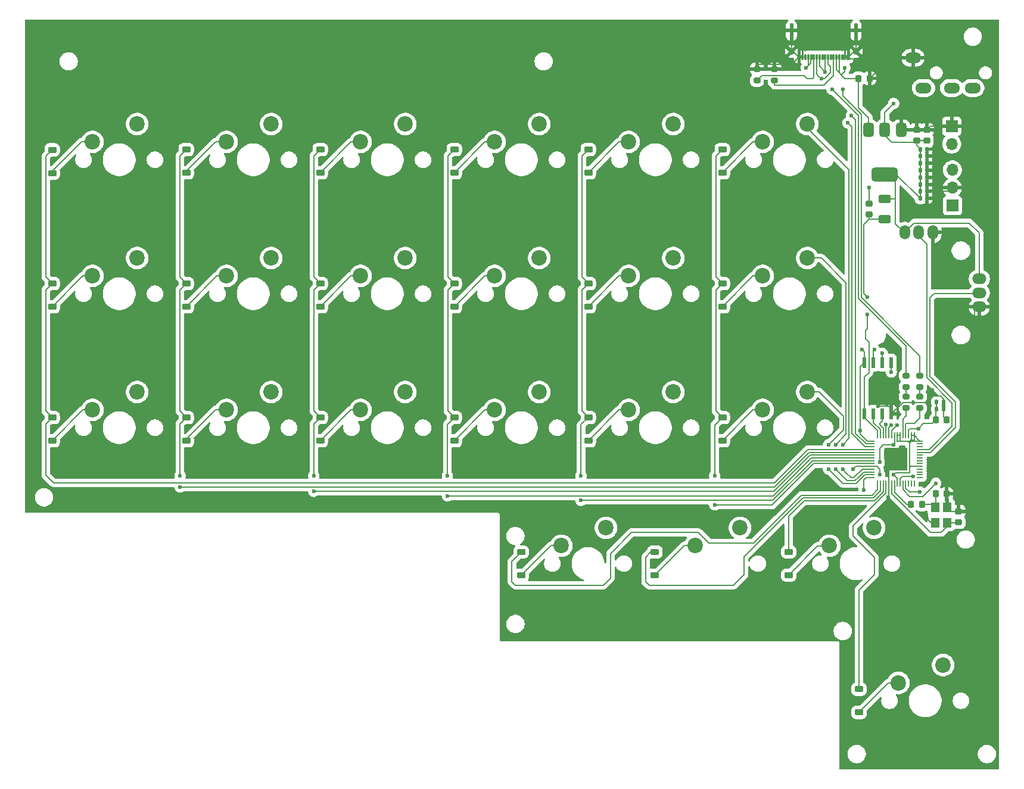
<source format=gtl>
%TF.GenerationSoftware,KiCad,Pcbnew,9.0.0*%
%TF.CreationDate,2025-03-25T02:03:39+09:00*%
%TF.ProjectId,keyboard,6b657962-6f61-4726-942e-6b696361645f,rev?*%
%TF.SameCoordinates,Original*%
%TF.FileFunction,Copper,L1,Top*%
%TF.FilePolarity,Positive*%
%FSLAX46Y46*%
G04 Gerber Fmt 4.6, Leading zero omitted, Abs format (unit mm)*
G04 Created by KiCad (PCBNEW 9.0.0) date 2025-03-25 02:03:39*
%MOMM*%
%LPD*%
G01*
G04 APERTURE LIST*
G04 Aperture macros list*
%AMRoundRect*
0 Rectangle with rounded corners*
0 $1 Rounding radius*
0 $2 $3 $4 $5 $6 $7 $8 $9 X,Y pos of 4 corners*
0 Add a 4 corners polygon primitive as box body*
4,1,4,$2,$3,$4,$5,$6,$7,$8,$9,$2,$3,0*
0 Add four circle primitives for the rounded corners*
1,1,$1+$1,$2,$3*
1,1,$1+$1,$4,$5*
1,1,$1+$1,$6,$7*
1,1,$1+$1,$8,$9*
0 Add four rect primitives between the rounded corners*
20,1,$1+$1,$2,$3,$4,$5,0*
20,1,$1+$1,$4,$5,$6,$7,0*
20,1,$1+$1,$6,$7,$8,$9,0*
20,1,$1+$1,$8,$9,$2,$3,0*%
G04 Aperture macros list end*
%TA.AperFunction,SMDPad,CuDef*%
%ADD10R,1.200000X1.400000*%
%TD*%
%TA.AperFunction,SMDPad,CuDef*%
%ADD11RoundRect,0.225000X0.225000X0.250000X-0.225000X0.250000X-0.225000X-0.250000X0.225000X-0.250000X0*%
%TD*%
%TA.AperFunction,SMDPad,CuDef*%
%ADD12RoundRect,0.225000X0.250000X-0.225000X0.250000X0.225000X-0.250000X0.225000X-0.250000X-0.225000X0*%
%TD*%
%TA.AperFunction,SMDPad,CuDef*%
%ADD13RoundRect,0.225000X-0.250000X0.225000X-0.250000X-0.225000X0.250000X-0.225000X0.250000X0.225000X0*%
%TD*%
%TA.AperFunction,SMDPad,CuDef*%
%ADD14RoundRect,0.225000X0.375000X-0.225000X0.375000X0.225000X-0.375000X0.225000X-0.375000X-0.225000X0*%
%TD*%
%TA.AperFunction,ComponentPad*%
%ADD15C,2.200000*%
%TD*%
%TA.AperFunction,SMDPad,CuDef*%
%ADD16RoundRect,0.250000X0.625000X-0.312500X0.625000X0.312500X-0.625000X0.312500X-0.625000X-0.312500X0*%
%TD*%
%TA.AperFunction,SMDPad,CuDef*%
%ADD17RoundRect,0.140000X-0.140000X-0.170000X0.140000X-0.170000X0.140000X0.170000X-0.140000X0.170000X0*%
%TD*%
%TA.AperFunction,ComponentPad*%
%ADD18O,1.500000X2.000000*%
%TD*%
%TA.AperFunction,ComponentPad*%
%ADD19O,2.000000X1.500000*%
%TD*%
%TA.AperFunction,SMDPad,CuDef*%
%ADD20RoundRect,0.375000X-0.375000X0.625000X-0.375000X-0.625000X0.375000X-0.625000X0.375000X0.625000X0*%
%TD*%
%TA.AperFunction,SMDPad,CuDef*%
%ADD21RoundRect,0.500000X-1.400000X0.500000X-1.400000X-0.500000X1.400000X-0.500000X1.400000X0.500000X0*%
%TD*%
%TA.AperFunction,SMDPad,CuDef*%
%ADD22RoundRect,0.200000X0.275000X-0.200000X0.275000X0.200000X-0.275000X0.200000X-0.275000X-0.200000X0*%
%TD*%
%TA.AperFunction,SMDPad,CuDef*%
%ADD23RoundRect,0.200000X-0.275000X0.200000X-0.275000X-0.200000X0.275000X-0.200000X0.275000X0.200000X0*%
%TD*%
%TA.AperFunction,SMDPad,CuDef*%
%ADD24R,0.533400X1.524000*%
%TD*%
%TA.AperFunction,SMDPad,CuDef*%
%ADD25RoundRect,0.070000X0.070000X0.345000X-0.070000X0.345000X-0.070000X-0.345000X0.070000X-0.345000X0*%
%TD*%
%TA.AperFunction,SMDPad,CuDef*%
%ADD26RoundRect,0.112500X0.112500X0.302500X-0.112500X0.302500X-0.112500X-0.302500X0.112500X-0.302500X0*%
%TD*%
%TA.AperFunction,HeatsinkPad*%
%ADD27C,0.850000*%
%TD*%
%TA.AperFunction,HeatsinkPad*%
%ADD28O,0.550000X2.050000*%
%TD*%
%TA.AperFunction,SMDPad,CuDef*%
%ADD29RoundRect,0.050000X-0.387500X-0.050000X0.387500X-0.050000X0.387500X0.050000X-0.387500X0.050000X0*%
%TD*%
%TA.AperFunction,SMDPad,CuDef*%
%ADD30RoundRect,0.050000X-0.050000X-0.387500X0.050000X-0.387500X0.050000X0.387500X-0.050000X0.387500X0*%
%TD*%
%TA.AperFunction,HeatsinkPad*%
%ADD31R,3.200000X3.200000*%
%TD*%
%TA.AperFunction,ComponentPad*%
%ADD32R,1.700000X1.700000*%
%TD*%
%TA.AperFunction,ComponentPad*%
%ADD33O,1.700000X1.700000*%
%TD*%
%TA.AperFunction,ComponentPad*%
%ADD34O,2.300000X1.500000*%
%TD*%
%TA.AperFunction,SMDPad,CuDef*%
%ADD35RoundRect,0.225000X-0.225000X-0.250000X0.225000X-0.250000X0.225000X0.250000X-0.225000X0.250000X0*%
%TD*%
%TA.AperFunction,ViaPad*%
%ADD36C,0.600000*%
%TD*%
%TA.AperFunction,Conductor*%
%ADD37C,0.200000*%
%TD*%
G04 APERTURE END LIST*
D10*
%TO.P,Y1,4,4*%
%TO.N,GND*%
X202150000Y-116100000D03*
%TO.P,Y1,3,3*%
%TO.N,Net-(C16-Pad2)*%
X202150000Y-113900000D03*
%TO.P,Y1,2,2*%
%TO.N,GND*%
X203850000Y-113900000D03*
%TO.P,Y1,1,1*%
%TO.N,XIN*%
X203850000Y-116100000D03*
%TD*%
D11*
%TO.P,R7,1*%
%TO.N,Net-(C16-Pad2)*%
X200275000Y-113500000D03*
%TO.P,R7,2*%
%TO.N,XOUT*%
X198725000Y-113500000D03*
%TD*%
D12*
%TO.P,R6,1*%
%TO.N,QSPI_SS*%
X192750000Y-72275000D03*
%TO.P,R6,2*%
%TO.N,/USB_BOOT*%
X192750000Y-70725000D03*
%TD*%
D13*
%TO.P,C15,1*%
%TO.N,GND*%
X205500000Y-114500000D03*
%TO.P,C15,2*%
%TO.N,XIN*%
X205500000Y-116050000D03*
%TD*%
D14*
%TO.P,D12,1,K*%
%TO.N,Net-(D12-K)*%
X171901000Y-85399000D03*
%TO.P,D12,2,A*%
%TO.N,col6*%
X171901000Y-82099000D03*
%TD*%
%TO.P,D9,1,K*%
%TO.N,Net-(D9-K)*%
X114751000Y-85399000D03*
%TO.P,D9,2,A*%
%TO.N,col3*%
X114751000Y-82099000D03*
%TD*%
D15*
%TO.P,SW12,1,A*%
%TO.N,row2*%
X183971000Y-78474000D03*
%TO.P,SW12,2,B*%
%TO.N,Net-(D12-K)*%
X177621000Y-81014000D03*
%TD*%
D16*
%TO.P,R5,1*%
%TO.N,QSPI_SS*%
X195000000Y-72962500D03*
%TO.P,R5,2*%
%TO.N,+3.3V*%
X195000000Y-70037500D03*
%TD*%
D14*
%TO.P,D6,1,K*%
%TO.N,Net-(D6-K)*%
X171901000Y-66349000D03*
%TO.P,D6,2,A*%
%TO.N,col6*%
X171901000Y-63049000D03*
%TD*%
D15*
%TO.P,SW14,1,A*%
%TO.N,row3*%
X107771000Y-97524000D03*
%TO.P,SW14,2,B*%
%TO.N,Net-(D14-K)*%
X101421000Y-100064000D03*
%TD*%
D14*
%TO.P,D20,1,K*%
%TO.N,Net-(D20-K)*%
X162321000Y-123574000D03*
%TO.P,D20,2,A*%
%TO.N,colX2*%
X162321000Y-120274000D03*
%TD*%
%TO.P,D3,1,K*%
%TO.N,Net-(D3-K)*%
X114751000Y-66349000D03*
%TO.P,D3,2,A*%
%TO.N,col3*%
X114751000Y-63049000D03*
%TD*%
D17*
%TO.P,C11,1*%
%TO.N,+1V1*%
X202356515Y-99934649D03*
%TO.P,C11,2*%
%TO.N,GND*%
X203316515Y-99934649D03*
%TD*%
D18*
%TO.P,J5,1,Pin_1*%
%TO.N,GND*%
X201821000Y-74824000D03*
D19*
X208421000Y-85424000D03*
D18*
%TO.P,J5,2,Pin_2*%
%TO.N,GPIO27*%
X199821000Y-74824000D03*
%TO.P,J5,3,Pin_3*%
%TO.N,+3.3V*%
X197821000Y-74824000D03*
D19*
X208421000Y-81424000D03*
%TO.P,J5,4,Pin_4*%
%TO.N,GPIO26*%
X208421000Y-83424000D03*
%TD*%
D15*
%TO.P,SW18,1,A*%
%TO.N,row3*%
X183971000Y-97524000D03*
%TO.P,SW18,2,B*%
%TO.N,Net-(D18-K)*%
X177621000Y-100064000D03*
%TD*%
D14*
%TO.P,D13,1,K*%
%TO.N,Net-(D13-K)*%
X76651000Y-104449000D03*
%TO.P,D13,2,A*%
%TO.N,col1*%
X76651000Y-101149000D03*
%TD*%
D20*
%TO.P,U2,1,GND*%
%TO.N,GND*%
X197300000Y-60274000D03*
%TO.P,U2,2,VO*%
%TO.N,+3.3V*%
X195000000Y-60274000D03*
D21*
X195000000Y-66574000D03*
D20*
%TO.P,U2,3,VI*%
%TO.N,VBUS*%
X192700000Y-60274000D03*
%TD*%
D22*
%TO.P,R9,1*%
%TO.N,USB_DM*%
X200000000Y-99825000D03*
%TO.P,R9,2*%
%TO.N,Net-(R3-Pad1)*%
X200000000Y-98175000D03*
%TD*%
D23*
%TO.P,R2,1*%
%TO.N,GND*%
X176821000Y-51599000D03*
%TO.P,R2,2*%
%TO.N,Net-(J1-CC2)*%
X176821000Y-53249000D03*
%TD*%
D14*
%TO.P,D1,1,K*%
%TO.N,Net-(D1-K)*%
X76651000Y-66394000D03*
%TO.P,D1,2,A*%
%TO.N,col1*%
X76651000Y-63094000D03*
%TD*%
D24*
%TO.P,U3,1,~{CS}*%
%TO.N,QSPI_SS*%
X192095000Y-100644900D03*
%TO.P,U3,2,DO(IO1)*%
%TO.N,QSPI_SD1*%
X193365000Y-100644900D03*
%TO.P,U3,3,IO2*%
%TO.N,QSPI_SD2*%
X194635000Y-100644900D03*
%TO.P,U3,4,GND*%
%TO.N,GND*%
X195905000Y-100644900D03*
%TO.P,U3,5,DI(IO0)*%
%TO.N,QSPI_SD0*%
X195905000Y-93355100D03*
%TO.P,U3,6,CLK*%
%TO.N,QSPI_SCLK*%
X194635000Y-93355100D03*
%TO.P,U3,7,IO3*%
%TO.N,QSPI_SD3*%
X193365000Y-93355100D03*
%TO.P,U3,8,VCC*%
%TO.N,+3.3V*%
X192095000Y-93355100D03*
%TD*%
D15*
%TO.P,SW17,1,A*%
%TO.N,row3*%
X164921000Y-97524000D03*
%TO.P,SW17,2,B*%
%TO.N,Net-(D17-K)*%
X158571000Y-100064000D03*
%TD*%
D12*
%TO.P,C10,1*%
%TO.N,+3.3V*%
X201000000Y-61775000D03*
%TO.P,C10,2*%
%TO.N,GND*%
X201000000Y-60225000D03*
%TD*%
D14*
%TO.P,D21,1,K*%
%TO.N,Net-(D21-K)*%
X181321000Y-123574000D03*
%TO.P,D21,2,A*%
%TO.N,colX3*%
X181321000Y-120274000D03*
%TD*%
D15*
%TO.P,SW20,1,A*%
%TO.N,rowX*%
X174411000Y-116844000D03*
%TO.P,SW20,2,B*%
%TO.N,Net-(D20-K)*%
X168061000Y-119384000D03*
%TD*%
%TO.P,SW1,1,A*%
%TO.N,row1*%
X88721000Y-59424000D03*
%TO.P,SW1,2,B*%
%TO.N,Net-(D1-K)*%
X82371000Y-61964000D03*
%TD*%
D17*
%TO.P,C4,1*%
%TO.N,+3.3V*%
X200020000Y-67000000D03*
%TO.P,C4,2*%
%TO.N,GND*%
X200980000Y-67000000D03*
%TD*%
D25*
%TO.P,J1,A1,GND*%
%TO.N,GND*%
X189321000Y-49874000D03*
%TO.P,J1,A4,VBUS*%
%TO.N,VBUS*%
X188521000Y-49874000D03*
%TO.P,J1,A5,CC1*%
%TO.N,Net-(J1-CC1)*%
X187721000Y-49874000D03*
%TO.P,J1,A6,D+*%
%TO.N,Net-(J1-D+-PadA6)*%
X186921000Y-49874000D03*
%TO.P,J1,A7,D-*%
%TO.N,Net-(J1-D--PadA7)*%
X186521000Y-49874000D03*
%TO.P,J1,A8,SBU1*%
%TO.N,unconnected-(J1-SBU1-PadA8)*%
X186121000Y-49874000D03*
%TO.P,J1,A9,VBUS*%
%TO.N,VBUS*%
X184521000Y-49874000D03*
%TO.P,J1,A12,GND*%
%TO.N,GND*%
X183721000Y-49874000D03*
%TO.P,J1,B1,GND*%
X183321000Y-49874000D03*
%TO.P,J1,B4,VBUS*%
%TO.N,VBUS*%
X184121000Y-49874000D03*
%TO.P,J1,B5,CC2*%
%TO.N,Net-(J1-CC2)*%
X184921000Y-49874000D03*
%TO.P,J1,B6,D+*%
%TO.N,Net-(J1-D+-PadA6)*%
X185321000Y-49874000D03*
%TO.P,J1,B7,D-*%
%TO.N,Net-(J1-D--PadA7)*%
X185721000Y-49874000D03*
%TO.P,J1,B8,SBU2*%
%TO.N,unconnected-(J1-SBU2-PadB8)*%
X187321000Y-49874000D03*
%TO.P,J1,B9,VBUS*%
%TO.N,VBUS*%
X188121000Y-49874000D03*
%TO.P,J1,B12,GND*%
%TO.N,GND*%
X188921000Y-49874000D03*
D26*
%TO.P,J1,GND,GND*%
X189836000Y-49874000D03*
X182806000Y-49874000D03*
D27*
%TO.P,J1,S1,SHIELD*%
X190916000Y-49114000D03*
D28*
X190916000Y-46134000D03*
D27*
X181726000Y-49114000D03*
D28*
X181726000Y-46134000D03*
%TD*%
D17*
%TO.P,C14,1*%
%TO.N,+3.3V*%
X200020000Y-66000000D03*
%TO.P,C14,2*%
%TO.N,GND*%
X200980000Y-66000000D03*
%TD*%
D15*
%TO.P,SW11,1,A*%
%TO.N,row2*%
X164921000Y-78474000D03*
%TO.P,SW11,2,B*%
%TO.N,Net-(D11-K)*%
X158571000Y-81014000D03*
%TD*%
D14*
%TO.P,D17,1,K*%
%TO.N,Net-(D17-K)*%
X152851000Y-104449000D03*
%TO.P,D17,2,A*%
%TO.N,col5*%
X152851000Y-101149000D03*
%TD*%
%TO.P,D5,1,K*%
%TO.N,Net-(D5-K)*%
X152851000Y-66349000D03*
%TO.P,D5,2,A*%
%TO.N,col5*%
X152851000Y-63049000D03*
%TD*%
%TO.P,D19,1,K*%
%TO.N,Net-(D19-K)*%
X143321000Y-123574000D03*
%TO.P,D19,2,A*%
%TO.N,colX1*%
X143321000Y-120274000D03*
%TD*%
D23*
%TO.P,R1,1*%
%TO.N,GND*%
X179321000Y-51599000D03*
%TO.P,R1,2*%
%TO.N,Net-(J1-CC1)*%
X179321000Y-53249000D03*
%TD*%
D15*
%TO.P,SW9,1,A*%
%TO.N,row2*%
X126821000Y-78474000D03*
%TO.P,SW9,2,B*%
%TO.N,Net-(D9-K)*%
X120471000Y-81014000D03*
%TD*%
%TO.P,SW10,1,A*%
%TO.N,row2*%
X145871000Y-78474000D03*
%TO.P,SW10,2,B*%
%TO.N,Net-(D10-K)*%
X139521000Y-81014000D03*
%TD*%
D22*
%TO.P,R8,1*%
%TO.N,USB_DP*%
X198000000Y-99825000D03*
%TO.P,R8,2*%
%TO.N,Net-(R4-Pad1)*%
X198000000Y-98175000D03*
%TD*%
D14*
%TO.P,D11,1,K*%
%TO.N,Net-(D11-K)*%
X152851000Y-85399000D03*
%TO.P,D11,2,A*%
%TO.N,col5*%
X152851000Y-82099000D03*
%TD*%
D15*
%TO.P,SW15,1,A*%
%TO.N,row3*%
X126821000Y-97524000D03*
%TO.P,SW15,2,B*%
%TO.N,Net-(D15-K)*%
X120471000Y-100064000D03*
%TD*%
D14*
%TO.P,D4,1,K*%
%TO.N,Net-(D4-K)*%
X133801000Y-66349000D03*
%TO.P,D4,2,A*%
%TO.N,col4*%
X133801000Y-63049000D03*
%TD*%
D15*
%TO.P,SW5,1,A*%
%TO.N,row1*%
X164921000Y-59424000D03*
%TO.P,SW5,2,B*%
%TO.N,Net-(D5-K)*%
X158571000Y-61964000D03*
%TD*%
D17*
%TO.P,C6,1*%
%TO.N,+3.3V*%
X200020000Y-69000000D03*
%TO.P,C6,2*%
%TO.N,GND*%
X200980000Y-69000000D03*
%TD*%
D29*
%TO.P,U1,1,IOVDD*%
%TO.N,+3.3V*%
X193125000Y-104500000D03*
%TO.P,U1,2,GPIO0*%
%TO.N,GPIO0*%
X193125000Y-104900000D03*
%TO.P,U1,3,GPIO1*%
%TO.N,GPIO1*%
X193125000Y-105300000D03*
%TO.P,U1,4,GPIO2*%
%TO.N,col1*%
X193125000Y-105700000D03*
%TO.P,U1,5,GPIO3*%
%TO.N,col2*%
X193125000Y-106100000D03*
%TO.P,U1,6,GPIO4*%
%TO.N,col3*%
X193125000Y-106500000D03*
%TO.P,U1,7,GPIO5*%
%TO.N,col4*%
X193125000Y-106900000D03*
%TO.P,U1,8,GPIO6*%
%TO.N,col5*%
X193125000Y-107300000D03*
%TO.P,U1,9,GPIO7*%
%TO.N,col6*%
X193125000Y-107700000D03*
%TO.P,U1,10,IOVDD*%
%TO.N,+3.3V*%
X193125000Y-108100000D03*
%TO.P,U1,11,GPIO8*%
%TO.N,row1*%
X193125000Y-108500000D03*
%TO.P,U1,12,GPIO9*%
%TO.N,row2*%
X193125000Y-108900000D03*
%TO.P,U1,13,GPIO10*%
%TO.N,row3*%
X193125000Y-109300000D03*
%TO.P,U1,14,GPIO11*%
%TO.N,rowX*%
X193125000Y-109700000D03*
D30*
%TO.P,U1,15,GPIO12*%
%TO.N,colX1*%
X193962500Y-110537500D03*
%TO.P,U1,16,GPIO13*%
%TO.N,colX2*%
X194362500Y-110537500D03*
%TO.P,U1,17,GPIO14*%
%TO.N,colX3*%
X194762500Y-110537500D03*
%TO.P,U1,18,GPIO15*%
%TO.N,colX4*%
X195162500Y-110537500D03*
%TO.P,U1,19,TESTEN*%
%TO.N,GND*%
X195562500Y-110537500D03*
%TO.P,U1,20,XIN*%
%TO.N,XIN*%
X195962500Y-110537500D03*
%TO.P,U1,21,XOUT*%
%TO.N,XOUT*%
X196362500Y-110537500D03*
%TO.P,U1,22,IOVDD*%
%TO.N,+3.3V*%
X196762500Y-110537500D03*
%TO.P,U1,23,DVDD*%
%TO.N,+1V1*%
X197162500Y-110537500D03*
%TO.P,U1,24,SWCLK*%
%TO.N,Net-(J2-Pin_3)*%
X197562500Y-110537500D03*
%TO.P,U1,25,SWD*%
%TO.N,Net-(J2-Pin_1)*%
X197962500Y-110537500D03*
%TO.P,U1,26,RUN*%
%TO.N,unconnected-(U1-RUN-Pad26)*%
X198362500Y-110537500D03*
%TO.P,U1,27,GPIO16*%
%TO.N,GPIO16*%
X198762500Y-110537500D03*
%TO.P,U1,28,GPIO17*%
%TO.N,GPIO17*%
X199162500Y-110537500D03*
D29*
%TO.P,U1,29,GPIO18*%
%TO.N,GPIO18*%
X200000000Y-109700000D03*
%TO.P,U1,30,GPIO19*%
%TO.N,GPIO19*%
X200000000Y-109300000D03*
%TO.P,U1,31,GPIO20*%
%TO.N,GPIO20*%
X200000000Y-108900000D03*
%TO.P,U1,32,GPIO21*%
%TO.N,GPIO21*%
X200000000Y-108500000D03*
%TO.P,U1,33,IOVDD*%
%TO.N,+3.3V*%
X200000000Y-108100000D03*
%TO.P,U1,34,GPIO22*%
%TO.N,GPIO22*%
X200000000Y-107700000D03*
%TO.P,U1,35,GPIO23*%
%TO.N,GPIO23*%
X200000000Y-107300000D03*
%TO.P,U1,36,GPIO24*%
%TO.N,GPIO24*%
X200000000Y-106900000D03*
%TO.P,U1,37,GPIO25*%
%TO.N,GPIO25*%
X200000000Y-106500000D03*
%TO.P,U1,38,GPIO26_ADC0*%
%TO.N,GPIO26*%
X200000000Y-106100000D03*
%TO.P,U1,39,GPIO27_ADC1*%
%TO.N,GPIO27*%
X200000000Y-105700000D03*
%TO.P,U1,40,GPIO28_ADC2*%
%TO.N,GPIO28*%
X200000000Y-105300000D03*
%TO.P,U1,41,GPIO29_ADC3*%
%TO.N,GPIO29*%
X200000000Y-104900000D03*
%TO.P,U1,42,IOVDD*%
%TO.N,+3.3V*%
X200000000Y-104500000D03*
D30*
%TO.P,U1,43,ADC_AVDD*%
X199162500Y-103662500D03*
%TO.P,U1,44,VREG_IN*%
X198762500Y-103662500D03*
%TO.P,U1,45,VREG_VOUT*%
%TO.N,+1V1*%
X198362500Y-103662500D03*
%TO.P,U1,46,USB_DM*%
%TO.N,USB_DM*%
X197962500Y-103662500D03*
%TO.P,U1,47,USB_DP*%
%TO.N,USB_DP*%
X197562500Y-103662500D03*
%TO.P,U1,48,USB_VDD*%
%TO.N,+3.3V*%
X197162500Y-103662500D03*
%TO.P,U1,49,IOVDD*%
X196762500Y-103662500D03*
%TO.P,U1,50,DVDD*%
%TO.N,+1V1*%
X196362500Y-103662500D03*
%TO.P,U1,51,QSPI_SD3*%
%TO.N,QSPI_SD3*%
X195962500Y-103662500D03*
%TO.P,U1,52,QSPI_SCLK*%
%TO.N,QSPI_SCLK*%
X195562500Y-103662500D03*
%TO.P,U1,53,QSPI_SD0*%
%TO.N,QSPI_SD0*%
X195162500Y-103662500D03*
%TO.P,U1,54,QSPI_SD2*%
%TO.N,QSPI_SD2*%
X194762500Y-103662500D03*
%TO.P,U1,55,QSPI_SD1*%
%TO.N,QSPI_SD1*%
X194362500Y-103662500D03*
%TO.P,U1,56,QSPI_SS*%
%TO.N,QSPI_SS*%
X193962500Y-103662500D03*
D31*
%TO.P,U1,57,GND*%
%TO.N,GND*%
X196562500Y-107100000D03*
%TD*%
D32*
%TO.P,J3,1,Pin_1*%
%TO.N,GND*%
X204500000Y-59725000D03*
D33*
%TO.P,J3,2,Pin_2*%
%TO.N,/USB_BOOT*%
X204500000Y-62265000D03*
%TD*%
D22*
%TO.P,R3,1*%
%TO.N,Net-(R3-Pad1)*%
X200000000Y-96825000D03*
%TO.P,R3,2*%
%TO.N,Net-(J1-D--PadA7)*%
X200000000Y-95175000D03*
%TD*%
D14*
%TO.P,D7,1,K*%
%TO.N,Net-(D7-K)*%
X76651000Y-85399000D03*
%TO.P,D7,2,A*%
%TO.N,col1*%
X76651000Y-82099000D03*
%TD*%
D15*
%TO.P,SW13,1,A*%
%TO.N,row3*%
X88721000Y-97524000D03*
%TO.P,SW13,2,B*%
%TO.N,Net-(D13-K)*%
X82371000Y-100064000D03*
%TD*%
D14*
%TO.P,D18,1,K*%
%TO.N,Net-(D18-K)*%
X171901000Y-104449000D03*
%TO.P,D18,2,A*%
%TO.N,col6*%
X171901000Y-101149000D03*
%TD*%
%TO.P,D15,1,K*%
%TO.N,Net-(D15-K)*%
X114751000Y-104449000D03*
%TO.P,D15,2,A*%
%TO.N,col3*%
X114751000Y-101149000D03*
%TD*%
D15*
%TO.P,SW2,1,A*%
%TO.N,row1*%
X107771000Y-59424000D03*
%TO.P,SW2,2,B*%
%TO.N,Net-(D2-K)*%
X101421000Y-61964000D03*
%TD*%
D34*
%TO.P,J4,R1*%
%TO.N,GPIO0*%
X204500000Y-54300000D03*
%TO.P,J4,R2*%
%TO.N,GPIO1*%
X207500000Y-54300000D03*
%TO.P,J4,S*%
%TO.N,GND*%
X199000000Y-50000000D03*
%TO.P,J4,T*%
%TO.N,+3.3V*%
X200500000Y-54300000D03*
%TD*%
D17*
%TO.P,C12,1*%
%TO.N,+1V1*%
X202356515Y-98934649D03*
%TO.P,C12,2*%
%TO.N,GND*%
X203316515Y-98934649D03*
%TD*%
D14*
%TO.P,D8,1,K*%
%TO.N,Net-(D8-K)*%
X95701000Y-85399000D03*
%TO.P,D8,2,A*%
%TO.N,col2*%
X95701000Y-82099000D03*
%TD*%
%TO.P,D2,1,K*%
%TO.N,Net-(D2-K)*%
X95701000Y-66349000D03*
%TO.P,D2,2,A*%
%TO.N,col2*%
X95701000Y-63049000D03*
%TD*%
D15*
%TO.P,SW3,1,A*%
%TO.N,row1*%
X126821000Y-59424000D03*
%TO.P,SW3,2,B*%
%TO.N,Net-(D3-K)*%
X120471000Y-61964000D03*
%TD*%
D12*
%TO.P,C2,1*%
%TO.N,+3.3V*%
X199500000Y-61775000D03*
%TO.P,C2,2*%
%TO.N,GND*%
X199500000Y-60225000D03*
%TD*%
D17*
%TO.P,C9,1*%
%TO.N,+3.3V*%
X200020000Y-64000000D03*
%TO.P,C9,2*%
%TO.N,GND*%
X200980000Y-64000000D03*
%TD*%
D15*
%TO.P,SW4,1,A*%
%TO.N,row1*%
X145871000Y-59424000D03*
%TO.P,SW4,2,B*%
%TO.N,Net-(D4-K)*%
X139521000Y-61964000D03*
%TD*%
%TO.P,SW6,1,A*%
%TO.N,row1*%
X183971000Y-59424000D03*
%TO.P,SW6,2,B*%
%TO.N,Net-(D6-K)*%
X177621000Y-61964000D03*
%TD*%
%TO.P,SW8,1,A*%
%TO.N,row2*%
X107771000Y-78474000D03*
%TO.P,SW8,2,B*%
%TO.N,Net-(D8-K)*%
X101421000Y-81014000D03*
%TD*%
D35*
%TO.P,C13,1*%
%TO.N,+1V1*%
X202260515Y-101510649D03*
%TO.P,C13,2*%
%TO.N,GND*%
X203810515Y-101510649D03*
%TD*%
D17*
%TO.P,C8,1*%
%TO.N,+3.3V*%
X200020000Y-68000000D03*
%TO.P,C8,2*%
%TO.N,GND*%
X200980000Y-68000000D03*
%TD*%
D14*
%TO.P,D22,1,K*%
%TO.N,Net-(D22-K)*%
X191321000Y-143074000D03*
%TO.P,D22,2,A*%
%TO.N,colX4*%
X191321000Y-139774000D03*
%TD*%
D17*
%TO.P,C3,1*%
%TO.N,+3.3V*%
X200020000Y-63000000D03*
%TO.P,C3,2*%
%TO.N,GND*%
X200980000Y-63000000D03*
%TD*%
D35*
%TO.P,C1,1*%
%TO.N,VBUS*%
X191271000Y-52924000D03*
%TO.P,C1,2*%
%TO.N,GND*%
X192821000Y-52924000D03*
%TD*%
D15*
%TO.P,SW22,1,A*%
%TO.N,rowX*%
X203281000Y-136344000D03*
%TO.P,SW22,2,B*%
%TO.N,Net-(D22-K)*%
X196931000Y-138884000D03*
%TD*%
D11*
%TO.P,C16,1*%
%TO.N,GND*%
X203775000Y-112000000D03*
%TO.P,C16,2*%
%TO.N,Net-(C16-Pad2)*%
X202225000Y-112000000D03*
%TD*%
D14*
%TO.P,D16,1,K*%
%TO.N,Net-(D16-K)*%
X133801000Y-104449000D03*
%TO.P,D16,2,A*%
%TO.N,col4*%
X133801000Y-101149000D03*
%TD*%
D22*
%TO.P,R4,1*%
%TO.N,Net-(R4-Pad1)*%
X198000000Y-96825000D03*
%TO.P,R4,2*%
%TO.N,Net-(J1-D+-PadA6)*%
X198000000Y-95175000D03*
%TD*%
D14*
%TO.P,D10,1,K*%
%TO.N,Net-(D10-K)*%
X133801000Y-85399000D03*
%TO.P,D10,2,A*%
%TO.N,col4*%
X133801000Y-82099000D03*
%TD*%
D32*
%TO.P,J2,1,Pin_1*%
%TO.N,Net-(J2-Pin_1)*%
X204600000Y-71025000D03*
D33*
%TO.P,J2,2,Pin_2*%
%TO.N,GND*%
X204600000Y-68485000D03*
%TO.P,J2,3,Pin_3*%
%TO.N,Net-(J2-Pin_3)*%
X204600000Y-65945000D03*
%TD*%
D14*
%TO.P,D14,1,K*%
%TO.N,Net-(D14-K)*%
X95701000Y-104449000D03*
%TO.P,D14,2,A*%
%TO.N,col2*%
X95701000Y-101149000D03*
%TD*%
D17*
%TO.P,C5,1*%
%TO.N,+3.3V*%
X200020000Y-70000000D03*
%TO.P,C5,2*%
%TO.N,GND*%
X200980000Y-70000000D03*
%TD*%
D15*
%TO.P,SW19,1,A*%
%TO.N,rowX*%
X155361000Y-116844000D03*
%TO.P,SW19,2,B*%
%TO.N,Net-(D19-K)*%
X149011000Y-119384000D03*
%TD*%
%TO.P,SW7,1,A*%
%TO.N,row2*%
X88721000Y-78474000D03*
%TO.P,SW7,2,B*%
%TO.N,Net-(D7-K)*%
X82371000Y-81014000D03*
%TD*%
%TO.P,SW16,1,A*%
%TO.N,row3*%
X145871000Y-97524000D03*
%TO.P,SW16,2,B*%
%TO.N,Net-(D16-K)*%
X139521000Y-100064000D03*
%TD*%
%TO.P,SW21,1,A*%
%TO.N,rowX*%
X193461000Y-116844000D03*
%TO.P,SW21,2,B*%
%TO.N,Net-(D21-K)*%
X187111000Y-119384000D03*
%TD*%
D17*
%TO.P,C7,1*%
%TO.N,+3.3V*%
X200020000Y-65000000D03*
%TO.P,C7,2*%
%TO.N,GND*%
X200980000Y-65000000D03*
%TD*%
D36*
%TO.N,GND*%
X201000000Y-115500000D03*
%TO.N,VBUS*%
X183821000Y-51424000D03*
X189321000Y-51424000D03*
%TO.N,GND*%
X196562500Y-107100000D03*
X197250000Y-145000000D03*
X103250000Y-69000000D03*
X129500000Y-107500000D03*
X202000000Y-121500000D03*
X79750000Y-93750000D03*
X140750000Y-107750000D03*
X74000000Y-107000000D03*
X146000000Y-129750000D03*
X140750000Y-70000000D03*
X201000000Y-71250000D03*
X184250000Y-88500000D03*
X177000000Y-127500000D03*
X121500000Y-88250000D03*
X159250000Y-89750000D03*
X194000000Y-99500000D03*
X103750000Y-107750000D03*
X90750000Y-74250000D03*
X164750000Y-52000000D03*
X186500000Y-127250000D03*
X180000000Y-68750000D03*
X92750000Y-50750000D03*
X159000000Y-128500000D03*
X178000000Y-106500000D03*
X202500000Y-95250000D03*
X166750000Y-67750000D03*
X165250000Y-106000000D03*
X148500000Y-87250000D03*
X163500000Y-114750000D03*
X73750000Y-76750000D03*
X78250000Y-56750000D03*
X111000000Y-88250000D03*
X206000000Y-82250000D03*
X128500000Y-113000000D03*
X144500000Y-116000000D03*
X201750000Y-97250000D03*
X195500000Y-112500000D03*
X208250000Y-128000000D03*
X92000000Y-112750000D03*
X124500000Y-50000000D03*
X129000000Y-68750000D03*
%TO.N,+3.3V*%
X190500000Y-108500000D03*
X191500000Y-103000000D03*
X196250000Y-109250000D03*
X194250000Y-109250000D03*
X191750000Y-91500000D03*
X196250000Y-56500000D03*
%TO.N,+1V1*%
X196250000Y-105000000D03*
X199750000Y-102750000D03*
X194250000Y-107500000D03*
X199000000Y-109500000D03*
%TO.N,col2*%
X94821000Y-109424000D03*
X94820999Y-111032304D03*
%TO.N,col3*%
X113821000Y-109424000D03*
X113830246Y-111647286D03*
%TO.N,col4*%
X132847630Y-112305532D03*
X132821000Y-109424000D03*
%TO.N,col5*%
X151821000Y-112924000D03*
X151821000Y-109424000D03*
%TO.N,col6*%
X170822257Y-113583781D03*
X170821000Y-109424000D03*
%TO.N,Net-(J1-D+-PadA6)*%
X186000000Y-53000000D03*
X187500000Y-54500000D03*
%TO.N,Net-(J1-D--PadA7)*%
X186500000Y-52000000D03*
X189000000Y-54500000D03*
%TO.N,Net-(J2-Pin_1)*%
X200000000Y-111750000D03*
%TO.N,/USB_BOOT*%
X192750000Y-68500000D03*
%TO.N,QSPI_SS*%
X192500000Y-86500000D03*
X192500000Y-84000000D03*
%TO.N,row1*%
X189000000Y-108500000D03*
X189000000Y-105000000D03*
%TO.N,row2*%
X188000000Y-105000000D03*
X188000000Y-108500000D03*
%TO.N,row3*%
X187000000Y-105000000D03*
X187000000Y-108500000D03*
%TO.N,QSPI_SD0*%
X195125621Y-102134606D03*
X195910094Y-94665633D03*
%TO.N,QSPI_SD3*%
X193500000Y-91500000D03*
X196750000Y-102250000D03*
%TO.N,Net-(J2-Pin_3)*%
X202250000Y-110500000D03*
%TO.N,GPIO1*%
X189750000Y-59250000D03*
%TO.N,QSPI_SCLK*%
X194636814Y-92025029D03*
X195921530Y-102212556D03*
%TO.N,GPIO0*%
X190250000Y-58250000D03*
%TO.N,rowX*%
X192000000Y-111500000D03*
%TD*%
D37*
%TO.N,GND*%
X201600000Y-116100000D02*
X201000000Y-115500000D01*
X202150000Y-116100000D02*
X201600000Y-116100000D01*
X205500000Y-114500000D02*
X204450000Y-114500000D01*
X204450000Y-114500000D02*
X203850000Y-113900000D01*
%TO.N,XIN*%
X203850000Y-116100000D02*
X205450000Y-116100000D01*
X205450000Y-116100000D02*
X205500000Y-116050000D01*
X203850000Y-116650000D02*
X203000000Y-117500000D01*
X203850000Y-116100000D02*
X203850000Y-116650000D01*
X195962500Y-111962500D02*
X201250000Y-117250000D01*
X203000000Y-117500000D02*
X201500000Y-117500000D01*
X201500000Y-117500000D02*
X201250000Y-117250000D01*
X195962500Y-110537500D02*
X195962500Y-111962500D01*
%TO.N,GND*%
X203775000Y-112000000D02*
X203775000Y-113825000D01*
X203775000Y-113825000D02*
X203850000Y-113900000D01*
%TO.N,Net-(C16-Pad2)*%
X202225000Y-112000000D02*
X202225000Y-113825000D01*
X202225000Y-113825000D02*
X202150000Y-113900000D01*
X200275000Y-113500000D02*
X201750000Y-113500000D01*
X201750000Y-113500000D02*
X202150000Y-113900000D01*
%TO.N,XOUT*%
X198725000Y-113500000D02*
X198065686Y-113500000D01*
X198065686Y-113500000D02*
X196362500Y-111796814D01*
X196362500Y-111796814D02*
X196362500Y-110537500D01*
%TO.N,Net-(J2-Pin_3)*%
X197562500Y-110537500D02*
X197562500Y-111379191D01*
X197562500Y-111379191D02*
X198547877Y-112364568D01*
X198547877Y-112364568D02*
X200385432Y-112364568D01*
%TO.N,VBUS*%
X189321000Y-51924000D02*
X189321000Y-51424000D01*
X188521000Y-49874000D02*
X188521000Y-52124000D01*
X189321000Y-52924000D02*
X188821000Y-52424000D01*
X191271000Y-52924000D02*
X191271000Y-57133878D01*
X188121000Y-51724000D02*
X188521000Y-52124000D01*
X188821000Y-52424000D02*
X189321000Y-51924000D01*
X192700000Y-58562878D02*
X192700000Y-60274000D01*
X188121000Y-49874000D02*
X188121000Y-51724000D01*
X191271000Y-52924000D02*
X189321000Y-52924000D01*
X191271000Y-57133878D02*
X192700000Y-58562878D01*
X188521000Y-52124000D02*
X188821000Y-52424000D01*
X184121000Y-51124000D02*
X183821000Y-51424000D01*
X184481000Y-50764000D02*
X184481000Y-49874000D01*
X184121000Y-49874000D02*
X184121000Y-51124000D01*
X184121000Y-51124000D02*
X184481000Y-50764000D01*
X188121000Y-49874000D02*
X188521000Y-49874000D01*
%TO.N,GND*%
X197549900Y-99000000D02*
X201000000Y-99000000D01*
X199000000Y-50000000D02*
X195745000Y-50000000D01*
X176821000Y-50961500D02*
X179500000Y-50961500D01*
X200980000Y-70000000D02*
X200980000Y-63000000D01*
X201871205Y-98112287D02*
X201500000Y-98483492D01*
X182046000Y-49114000D02*
X182806000Y-49874000D01*
X189836000Y-49874000D02*
X190136000Y-50174000D01*
X195372500Y-50372500D02*
X195571000Y-50174000D01*
X176821000Y-51599000D02*
X176821000Y-50961500D01*
X201500000Y-63000000D02*
X202000000Y-62500000D01*
X192821000Y-52924000D02*
X194872500Y-50872500D01*
X195905000Y-100644900D02*
X195905000Y-99905000D01*
X183321000Y-49874000D02*
X182806000Y-49874000D01*
X201821000Y-74824000D02*
X201500000Y-75145000D01*
X195562500Y-110537500D02*
X195562500Y-108100000D01*
X203316515Y-98478413D02*
X202950389Y-98112287D01*
X203316515Y-99934649D02*
X203316515Y-98934649D01*
X201000000Y-60225000D02*
X201725000Y-60225000D01*
X203316515Y-101016649D02*
X203810515Y-101510649D01*
X179321000Y-51599000D02*
X179321000Y-51140500D01*
X197300000Y-60274000D02*
X200951000Y-60274000D01*
X204100000Y-112325000D02*
X203775000Y-112000000D01*
X181726000Y-49114000D02*
X182046000Y-49114000D01*
X195562500Y-110537500D02*
X195562500Y-111500000D01*
X200951000Y-60274000D02*
X201000000Y-60225000D01*
X201000000Y-98991380D02*
X201503944Y-98487436D01*
X195562500Y-108100000D02*
X196562500Y-107100000D01*
X195562500Y-111500000D02*
X195562500Y-112437500D01*
X200980000Y-63000000D02*
X201500000Y-63000000D01*
X201750000Y-97991082D02*
X201750000Y-97250000D01*
X194872500Y-50872500D02*
X195372500Y-50372500D01*
X195500000Y-99500000D02*
X194000000Y-99500000D01*
X197300000Y-56300000D02*
X197300000Y-60274000D01*
X195905000Y-100644900D02*
X197549900Y-99000000D01*
X195745000Y-50000000D02*
X195372500Y-50372500D01*
X183721000Y-49874000D02*
X183321000Y-49874000D01*
X179321000Y-51140500D02*
X179500000Y-50961500D01*
X204600000Y-68485000D02*
X204085000Y-69000000D01*
X202950389Y-98112287D02*
X201871205Y-98112287D01*
X190136000Y-50174000D02*
X195571000Y-50174000D01*
X200980000Y-71230000D02*
X201000000Y-71250000D01*
X201871205Y-98112287D02*
X201750000Y-97991082D01*
X195905000Y-99905000D02*
X195500000Y-99500000D01*
X190596000Y-49114000D02*
X189836000Y-49874000D01*
X190916000Y-49114000D02*
X190916000Y-46134000D01*
X200980000Y-70000000D02*
X200980000Y-71230000D01*
X207750000Y-86095000D02*
X208421000Y-85424000D01*
X203316515Y-98934649D02*
X203316515Y-98478413D01*
X201725000Y-60225000D02*
X202000000Y-60500000D01*
X195562500Y-112437500D02*
X195500000Y-112500000D01*
X181726000Y-46134000D02*
X181726000Y-49114000D01*
X201821000Y-78071000D02*
X206000000Y-82250000D01*
X207750000Y-93750000D02*
X207750000Y-86095000D01*
X201821000Y-74824000D02*
X201821000Y-78071000D01*
X189836000Y-49874000D02*
X189321000Y-49874000D01*
X193924000Y-52924000D02*
X197300000Y-56300000D01*
X201000000Y-99000000D02*
X201000000Y-98991380D01*
X192821000Y-52924000D02*
X193924000Y-52924000D01*
X202000000Y-60500000D02*
X202000000Y-62500000D01*
X181718500Y-50961500D02*
X182806000Y-49874000D01*
X201000000Y-60225000D02*
X201500000Y-59725000D01*
X179500000Y-50961500D02*
X181718500Y-50961500D01*
X201500000Y-59725000D02*
X204500000Y-59725000D01*
X190916000Y-49114000D02*
X190596000Y-49114000D01*
X204085000Y-69000000D02*
X200980000Y-69000000D01*
X203316515Y-99934649D02*
X203316515Y-101016649D01*
%TO.N,+3.3V*%
X191500000Y-103500000D02*
X191500000Y-103000000D01*
X207000000Y-73500000D02*
X199145000Y-73500000D01*
X193125000Y-104500000D02*
X192500000Y-104500000D01*
X196762500Y-109762500D02*
X196762500Y-110537500D01*
X193125000Y-108100000D02*
X191627978Y-108100000D01*
X198500000Y-104500000D02*
X198750000Y-104500000D01*
X194000000Y-108250000D02*
X194250000Y-108500000D01*
X193850000Y-108100000D02*
X194000000Y-108250000D01*
X191500000Y-93950100D02*
X192095000Y-93355100D01*
X198500000Y-104750000D02*
X198750000Y-104500000D01*
X197162500Y-103662500D02*
X197162500Y-104412500D01*
X198250000Y-104500000D02*
X198500000Y-104500000D01*
X200000000Y-108100000D02*
X198600000Y-108100000D01*
X192095000Y-91845000D02*
X191750000Y-91500000D01*
X199162500Y-103662500D02*
X199162500Y-104337500D01*
X196000000Y-62000000D02*
X199275000Y-62000000D01*
X198600000Y-108100000D02*
X198500000Y-108000000D01*
X196521000Y-70000000D02*
X196521000Y-73624000D01*
X192500000Y-104500000D02*
X191500000Y-103500000D01*
X196762500Y-103662500D02*
X197162500Y-103662500D01*
X195000000Y-60274000D02*
X195000000Y-61000000D01*
X199145000Y-73500000D02*
X197821000Y-74824000D01*
X195000000Y-61000000D02*
X196000000Y-62000000D01*
X193125000Y-108100000D02*
X193850000Y-108100000D01*
X198750000Y-104500000D02*
X199000000Y-104500000D01*
X198500000Y-109000000D02*
X198500000Y-108250000D01*
X196762500Y-104500000D02*
X197250000Y-104500000D01*
X198750000Y-104250000D02*
X198750000Y-104500000D01*
X196250000Y-109250000D02*
X196500000Y-109000000D01*
X190900000Y-108100000D02*
X190500000Y-108500000D01*
X192095000Y-93355100D02*
X192095000Y-91845000D01*
X199162500Y-104337500D02*
X199162500Y-104412500D01*
X197721000Y-74824000D02*
X197821000Y-74824000D01*
X200000000Y-104500000D02*
X199162500Y-103662500D01*
X196521000Y-73624000D02*
X197721000Y-74824000D01*
X198500000Y-108250000D02*
X198500000Y-108000000D01*
X195000000Y-57750000D02*
X196000000Y-56750000D01*
X198762500Y-104237500D02*
X198750000Y-104250000D01*
X199500000Y-61775000D02*
X201000000Y-61775000D01*
X198762500Y-103662500D02*
X199162500Y-103662500D01*
X199250000Y-104500000D02*
X200000000Y-104500000D01*
X198762500Y-103662500D02*
X198762500Y-104237500D01*
X199162500Y-104337500D02*
X199000000Y-104500000D01*
X208421000Y-74921000D02*
X207000000Y-73500000D01*
X191500000Y-103000000D02*
X191500000Y-93950100D01*
X199275000Y-62000000D02*
X199500000Y-61775000D01*
X196483500Y-70037500D02*
X196521000Y-70000000D01*
X196000000Y-56750000D02*
X196250000Y-56500000D01*
X198650000Y-108100000D02*
X198500000Y-108250000D01*
X195000000Y-70037500D02*
X196483500Y-70037500D01*
X199000000Y-104475000D02*
X199000000Y-104500000D01*
X199000000Y-104500000D02*
X199250000Y-104500000D01*
X198762500Y-104237500D02*
X198500000Y-104500000D01*
X198500000Y-105000000D02*
X198500000Y-104750000D01*
X198500000Y-105000000D02*
X198500000Y-104500000D01*
X196521000Y-66574000D02*
X196521000Y-70000000D01*
X198762500Y-104237500D02*
X199000000Y-104475000D01*
X194250000Y-108500000D02*
X194250000Y-109250000D01*
X197162500Y-104412500D02*
X197250000Y-104500000D01*
X196594000Y-66574000D02*
X200020000Y-70000000D01*
X199500000Y-61775000D02*
X199500000Y-62480000D01*
X200000000Y-108100000D02*
X198650000Y-108100000D01*
X196762500Y-103662500D02*
X196762500Y-104500000D01*
X200020000Y-70000000D02*
X200020000Y-63000000D01*
X199162500Y-104412500D02*
X199250000Y-104500000D01*
X196250000Y-109250000D02*
X196762500Y-109762500D01*
X197250000Y-104500000D02*
X198250000Y-104500000D01*
X191627978Y-108100000D02*
X190900000Y-108100000D01*
X208421000Y-81424000D02*
X208421000Y-74921000D01*
X196500000Y-109000000D02*
X198500000Y-109000000D01*
X195000000Y-66574000D02*
X196594000Y-66574000D01*
X199500000Y-62480000D02*
X200020000Y-63000000D01*
X198500000Y-108000000D02*
X198500000Y-105000000D01*
X198500000Y-104750000D02*
X198250000Y-104500000D01*
X195000000Y-60274000D02*
X195000000Y-57750000D01*
%TO.N,+1V1*%
X201771164Y-102000000D02*
X202260515Y-101510649D01*
X194250000Y-105500000D02*
X194250000Y-107500000D01*
X198362500Y-103662500D02*
X198362500Y-102887500D01*
X202260515Y-101510649D02*
X202260515Y-100030649D01*
X199000000Y-109500000D02*
X197500000Y-109500000D01*
X196362500Y-103662500D02*
X196362500Y-104887500D01*
X202356515Y-98934649D02*
X202356515Y-99934649D01*
X202260515Y-100030649D02*
X202356515Y-99934649D01*
X200500000Y-102000000D02*
X201771164Y-102000000D01*
X196250000Y-105000000D02*
X194750000Y-105000000D01*
X194500000Y-105250000D02*
X194250000Y-105500000D01*
X194750000Y-105000000D02*
X194500000Y-105250000D01*
X196362500Y-104887500D02*
X196250000Y-105000000D01*
X198362500Y-102887500D02*
X198500000Y-102750000D01*
X199750000Y-102750000D02*
X200500000Y-102000000D01*
X198500000Y-102750000D02*
X199750000Y-102750000D01*
X197162500Y-109837500D02*
X197162500Y-110537500D01*
X197500000Y-109500000D02*
X197162500Y-109837500D01*
%TO.N,Net-(D1-K)*%
X80815366Y-61964000D02*
X76651000Y-66128366D01*
X82371000Y-61964000D02*
X80815366Y-61964000D01*
X76651000Y-66128366D02*
X76651000Y-66394000D01*
%TO.N,col1*%
X76651000Y-101149000D02*
X75750000Y-100248000D01*
X184045000Y-105700000D02*
X193125000Y-105700000D01*
X76651000Y-63094000D02*
X75750000Y-63995000D01*
X75750000Y-81198000D02*
X76651000Y-82099000D01*
X179321000Y-110424000D02*
X76821000Y-110424000D01*
X75750000Y-100248000D02*
X75750000Y-83000000D01*
X76821000Y-110424000D02*
X75751000Y-109354000D01*
X179321000Y-110424000D02*
X184045000Y-105700000D01*
X75751000Y-102049000D02*
X76651000Y-101149000D01*
X75750000Y-83000000D02*
X76651000Y-82099000D01*
X75750000Y-63995000D02*
X75750000Y-81198000D01*
X75751000Y-109354000D02*
X75751000Y-102049000D01*
%TO.N,col2*%
X94800000Y-100248000D02*
X95701000Y-101149000D01*
X94800000Y-81198000D02*
X95701000Y-82099000D01*
X94820999Y-111032304D02*
X179278382Y-111032304D01*
X184210686Y-106100000D02*
X193125000Y-106100000D01*
X94801000Y-102049000D02*
X94801000Y-104424000D01*
X94800000Y-63950000D02*
X94800000Y-81198000D01*
X95701000Y-63049000D02*
X94800000Y-63950000D01*
X94801000Y-109404000D02*
X94821000Y-109424000D01*
X94801000Y-104424000D02*
X94801000Y-109404000D01*
X179278382Y-111032304D02*
X184210686Y-106100000D01*
X95701000Y-101149000D02*
X94801000Y-102049000D01*
X95701000Y-82099000D02*
X94800000Y-83000000D01*
X94800000Y-83000000D02*
X94800000Y-100248000D01*
%TO.N,Net-(D2-K)*%
X95701000Y-66128366D02*
X95701000Y-66349000D01*
X101421000Y-61964000D02*
X99865366Y-61964000D01*
X99865366Y-61964000D02*
X95701000Y-66128366D01*
%TO.N,Net-(D3-K)*%
X120471000Y-61964000D02*
X119136000Y-61964000D01*
X119136000Y-61964000D02*
X114751000Y-66349000D01*
%TO.N,col3*%
X184376372Y-106500000D02*
X179229086Y-111647286D01*
X113850000Y-63950000D02*
X114751000Y-63049000D01*
X193125000Y-106500000D02*
X184376372Y-106500000D01*
X114751000Y-101149000D02*
X113821000Y-102079000D01*
X114751000Y-82099000D02*
X113850000Y-81198000D01*
X113821000Y-102079000D02*
X113821000Y-109424000D01*
X179229086Y-111647286D02*
X113830246Y-111647286D01*
X114751000Y-101149000D02*
X113850000Y-100248000D01*
X113850000Y-83000000D02*
X114751000Y-82099000D01*
X113850000Y-100248000D02*
X113850000Y-83000000D01*
X113850000Y-81198000D02*
X113850000Y-63950000D01*
%TO.N,Net-(D4-K)*%
X138186000Y-61964000D02*
X133801000Y-66349000D01*
X139521000Y-61964000D02*
X138186000Y-61964000D01*
%TO.N,col4*%
X184542058Y-106900000D02*
X179136526Y-112305532D01*
X179136526Y-112305532D02*
X132847630Y-112305532D01*
X132900000Y-81198000D02*
X133801000Y-82099000D01*
X132900000Y-83000000D02*
X133801000Y-82099000D01*
X132821000Y-102129000D02*
X132821000Y-109424000D01*
X132900000Y-63950000D02*
X132900000Y-81198000D01*
X133801000Y-101149000D02*
X132900000Y-100248000D01*
X193125000Y-106900000D02*
X184542058Y-106900000D01*
X133801000Y-101149000D02*
X132821000Y-102129000D01*
X132900000Y-100248000D02*
X132900000Y-83000000D01*
X133801000Y-63049000D02*
X132900000Y-63950000D01*
%TO.N,col5*%
X151950000Y-100248000D02*
X152851000Y-101149000D01*
X151821000Y-102179000D02*
X151821000Y-109424000D01*
X184707744Y-107300000D02*
X179083744Y-112924000D01*
X151950000Y-83000000D02*
X151950000Y-100248000D01*
X151821000Y-112924000D02*
X179083744Y-112924000D01*
X152851000Y-82099000D02*
X151950000Y-83000000D01*
X151950000Y-81198000D02*
X151950000Y-63950000D01*
X151950000Y-63950000D02*
X152851000Y-63049000D01*
X193125000Y-107300000D02*
X184707744Y-107300000D01*
X152851000Y-82099000D02*
X151950000Y-81198000D01*
X152851000Y-101149000D02*
X151821000Y-102179000D01*
%TO.N,Net-(D5-K)*%
X157236000Y-61964000D02*
X158571000Y-61964000D01*
X152851000Y-66349000D02*
X157236000Y-61964000D01*
%TO.N,Net-(D6-K)*%
X176286000Y-61964000D02*
X171901000Y-66349000D01*
X177621000Y-61964000D02*
X176286000Y-61964000D01*
%TO.N,Net-(D7-K)*%
X81036000Y-81014000D02*
X82371000Y-81014000D01*
X76651000Y-85399000D02*
X81036000Y-81014000D01*
%TO.N,Net-(D8-K)*%
X95701000Y-85399000D02*
X100086000Y-81014000D01*
X100086000Y-81014000D02*
X101421000Y-81014000D01*
%TO.N,Net-(D9-K)*%
X119136000Y-81014000D02*
X120471000Y-81014000D01*
X114751000Y-85399000D02*
X119136000Y-81014000D01*
%TO.N,Net-(D10-K)*%
X138186000Y-81014000D02*
X139521000Y-81014000D01*
X133801000Y-85399000D02*
X138186000Y-81014000D01*
%TO.N,Net-(D11-K)*%
X157236000Y-81014000D02*
X158571000Y-81014000D01*
X152851000Y-85399000D02*
X157236000Y-81014000D01*
%TO.N,Net-(D12-K)*%
X176286000Y-81014000D02*
X177621000Y-81014000D01*
X171901000Y-85399000D02*
X176286000Y-81014000D01*
%TO.N,Net-(D13-K)*%
X81036000Y-100064000D02*
X82371000Y-100064000D01*
X76651000Y-104449000D02*
X81036000Y-100064000D01*
%TO.N,Net-(D14-K)*%
X101421000Y-100064000D02*
X99865366Y-100064000D01*
X95701000Y-104228366D02*
X95701000Y-104449000D01*
X99865366Y-100064000D02*
X95701000Y-104228366D01*
%TO.N,Net-(D15-K)*%
X114751000Y-104449000D02*
X119136000Y-100064000D01*
X119136000Y-100064000D02*
X120471000Y-100064000D01*
%TO.N,col6*%
X171000000Y-63950000D02*
X171000000Y-81198000D01*
X170821000Y-102229000D02*
X170821000Y-105424000D01*
X170822257Y-113583781D02*
X178989649Y-113583781D01*
X171901000Y-82099000D02*
X171000000Y-83000000D01*
X171901000Y-101149000D02*
X170821000Y-102229000D01*
X170821000Y-105424000D02*
X170821000Y-109424000D01*
X171000000Y-83000000D02*
X171000000Y-100248000D01*
X171901000Y-63049000D02*
X171000000Y-63950000D01*
X193125000Y-107700000D02*
X184873430Y-107700000D01*
X184873430Y-107700000D02*
X178989649Y-113583781D01*
X171000000Y-100248000D02*
X171901000Y-101149000D01*
X171000000Y-81198000D02*
X171901000Y-82099000D01*
%TO.N,Net-(D16-K)*%
X138186000Y-100064000D02*
X139521000Y-100064000D01*
X133801000Y-104449000D02*
X138186000Y-100064000D01*
%TO.N,Net-(D17-K)*%
X152851000Y-104449000D02*
X157236000Y-100064000D01*
X157236000Y-100064000D02*
X158571000Y-100064000D01*
%TO.N,Net-(D18-K)*%
X176286000Y-100064000D02*
X177621000Y-100064000D01*
X171901000Y-104449000D02*
X176286000Y-100064000D01*
%TO.N,Net-(J1-D+-PadA6)*%
X185500000Y-52500000D02*
X186000000Y-53000000D01*
X185321000Y-49874000D02*
X185321000Y-52321000D01*
X186373603Y-53000000D02*
X186000000Y-53000000D01*
X198000000Y-91000000D02*
X197500000Y-90500000D01*
X186921000Y-50921000D02*
X187271774Y-51271774D01*
X197500000Y-90500000D02*
X191243371Y-84243371D01*
X186921000Y-49874000D02*
X186921000Y-50921000D01*
X198000000Y-95175000D02*
X198000000Y-91000000D01*
X191243371Y-84243371D02*
X191243371Y-58243371D01*
X187271774Y-52101829D02*
X186373603Y-53000000D01*
X191243371Y-58243371D02*
X187500000Y-54500000D01*
X185321000Y-52321000D02*
X185500000Y-52500000D01*
X187271774Y-51271774D02*
X187271774Y-52101829D01*
%TO.N,Net-(J1-D--PadA7)*%
X200000000Y-92434314D02*
X199532843Y-91967157D01*
X199532843Y-91967157D02*
X191643371Y-84077685D01*
X185721000Y-49874000D02*
X185721000Y-51221000D01*
X200000000Y-95175000D02*
X200000000Y-92434314D01*
X189000000Y-55428564D02*
X189000000Y-54500000D01*
X186521000Y-49874000D02*
X186521000Y-51979000D01*
X191643371Y-58071935D02*
X189000000Y-55428564D01*
X185721000Y-51221000D02*
X186500000Y-52000000D01*
X191643371Y-84077685D02*
X191643371Y-58071935D01*
X186521000Y-51979000D02*
X186500000Y-52000000D01*
%TO.N,Net-(J1-CC2)*%
X176821000Y-53179000D02*
X176821000Y-53249000D01*
X183500000Y-52500000D02*
X177500000Y-52500000D01*
X184000000Y-53000000D02*
X183500000Y-52500000D01*
X184745000Y-53000000D02*
X184000000Y-53000000D01*
X177500000Y-52500000D02*
X176821000Y-53179000D01*
X184921000Y-52824000D02*
X184745000Y-53000000D01*
X184921000Y-49874000D02*
X184921000Y-52824000D01*
%TO.N,Net-(J1-CC1)*%
X186321000Y-53924000D02*
X179358500Y-53924000D01*
X179321000Y-53886500D02*
X179321000Y-53249000D01*
X187721000Y-49874000D02*
X187721000Y-52524000D01*
X179358500Y-53924000D02*
X179321000Y-53886500D01*
X187721000Y-52524000D02*
X186321000Y-53924000D01*
%TO.N,Net-(J2-Pin_1)*%
X198500000Y-111750000D02*
X200000000Y-111750000D01*
X197962500Y-111212500D02*
X198500000Y-111750000D01*
X197962500Y-110537500D02*
X197962500Y-111212500D01*
%TO.N,/USB_BOOT*%
X192750000Y-68500000D02*
X192750000Y-70990000D01*
%TO.N,GPIO27*%
X201000000Y-76500000D02*
X199821000Y-75321000D01*
X199821000Y-75321000D02*
X199821000Y-74824000D01*
X204569547Y-102430453D02*
X204569547Y-99069547D01*
X200000000Y-105700000D02*
X201300000Y-105700000D01*
X204569547Y-99069547D02*
X201000000Y-95500000D01*
X201000000Y-95500000D02*
X201000000Y-76500000D01*
X201300000Y-105700000D02*
X204569547Y-102430453D01*
%TO.N,colX1*%
X156000000Y-120500000D02*
X156000000Y-124000000D01*
X193168628Y-112200000D02*
X183130154Y-112200000D01*
X176330154Y-119000000D02*
X170000000Y-119000000D01*
X142000000Y-124500000D02*
X142000000Y-121595000D01*
X193962500Y-110537500D02*
X193962500Y-111406128D01*
X159000000Y-117500000D02*
X156000000Y-120500000D01*
X142000000Y-121595000D02*
X143321000Y-120274000D01*
X170000000Y-119000000D02*
X168500000Y-117500000D01*
X193962500Y-111406128D02*
X193168628Y-112200000D01*
X142500000Y-125000000D02*
X142000000Y-124500000D01*
X156000000Y-124000000D02*
X155000000Y-125000000D01*
X168500000Y-117500000D02*
X159000000Y-117500000D01*
X155000000Y-125000000D02*
X142500000Y-125000000D01*
X183130154Y-112200000D02*
X176330154Y-119000000D01*
%TO.N,Net-(D19-K)*%
X147511000Y-119384000D02*
X149011000Y-119384000D01*
X143321000Y-123574000D02*
X147511000Y-119384000D01*
%TO.N,colX2*%
X161000000Y-124500000D02*
X161000000Y-121000000D01*
X193334314Y-112600000D02*
X183334314Y-112600000D01*
X161726000Y-120274000D02*
X162321000Y-120274000D01*
X194362500Y-111571814D02*
X193334314Y-112600000D01*
X194362500Y-110537500D02*
X194362500Y-111571814D01*
X183334314Y-112600000D02*
X175000000Y-120934314D01*
X173500000Y-125000000D02*
X161500000Y-125000000D01*
X175000000Y-120934314D02*
X175000000Y-123500000D01*
X175000000Y-123500000D02*
X173500000Y-125000000D01*
X161000000Y-121000000D02*
X161726000Y-120274000D01*
X161500000Y-125000000D02*
X161000000Y-124500000D01*
%TO.N,GPIO26*%
X202000000Y-83500000D02*
X208345000Y-83500000D01*
X200000000Y-106100000D02*
X201498453Y-106100000D01*
X205000000Y-102598453D02*
X205000000Y-98910820D01*
X201498453Y-106100000D02*
X205000000Y-102598453D01*
X201400000Y-84100000D02*
X202000000Y-83500000D01*
X208345000Y-83500000D02*
X208421000Y-83424000D01*
X205000000Y-98910820D02*
X201400000Y-95310820D01*
X201400000Y-95310820D02*
X201400000Y-84100000D01*
%TO.N,Net-(D20-K)*%
X162321000Y-123574000D02*
X166511000Y-119384000D01*
X166511000Y-119384000D02*
X167931000Y-119384000D01*
%TO.N,colX3*%
X194762500Y-111737500D02*
X194762500Y-110537500D01*
X193500000Y-113000000D02*
X194762500Y-111737500D01*
X181321000Y-115179000D02*
X183500000Y-113000000D01*
X183500000Y-113000000D02*
X193500000Y-113000000D01*
X181321000Y-120274000D02*
X181321000Y-115179000D01*
%TO.N,USB_DM*%
X197962500Y-102037500D02*
X198000000Y-102000000D01*
X200000000Y-101194136D02*
X199847068Y-101347068D01*
X197962500Y-103662500D02*
X197962500Y-102037500D01*
X198000000Y-102000000D02*
X199194136Y-102000000D01*
X199194136Y-102000000D02*
X199847068Y-101347068D01*
X200000000Y-99825000D02*
X200000000Y-101194136D01*
%TO.N,USB_DP*%
X198000000Y-100937808D02*
X197968904Y-100968904D01*
X197562500Y-103662500D02*
X197562500Y-101375309D01*
X197562500Y-101375309D02*
X197968904Y-100968904D01*
X198000000Y-99825000D02*
X198000000Y-100937808D01*
%TO.N,QSPI_SS*%
X192095000Y-100644900D02*
X192095000Y-101160686D01*
X192500000Y-88500000D02*
X192500000Y-86500000D01*
X192095000Y-95405000D02*
X192750000Y-94750000D01*
X192250000Y-90000000D02*
X192250000Y-88750000D01*
X192250000Y-88750000D02*
X192500000Y-88500000D01*
X192095000Y-101160686D02*
X193962500Y-103028186D01*
X192750000Y-72962500D02*
X195000000Y-72962500D01*
X192095000Y-100644900D02*
X192095000Y-95405000D01*
X192750000Y-72010000D02*
X192750000Y-72962500D01*
X192750000Y-90500000D02*
X192250000Y-90000000D01*
X192043371Y-83543371D02*
X192043371Y-73669129D01*
X192500000Y-84000000D02*
X192043371Y-83543371D01*
X192043371Y-73669129D02*
X192750000Y-72962500D01*
X192750000Y-94750000D02*
X192750000Y-90500000D01*
X193962500Y-103028186D02*
X193962500Y-103662500D01*
%TO.N,row1*%
X190602499Y-109700000D02*
X191802499Y-108500000D01*
X189921000Y-104079000D02*
X189921000Y-65921000D01*
X189500000Y-109000000D02*
X189000000Y-108500000D01*
X190602499Y-109700000D02*
X190211057Y-109700000D01*
X183971000Y-59971000D02*
X183971000Y-59424000D01*
X190200000Y-109700000D02*
X189500000Y-109000000D01*
X190211057Y-109700000D02*
X190200000Y-109700000D01*
X189000000Y-105000000D02*
X189921000Y-104079000D01*
X193125000Y-108500000D02*
X191802499Y-108500000D01*
X189921000Y-65921000D02*
X183971000Y-59971000D01*
%TO.N,row2*%
X189500000Y-103500000D02*
X189500000Y-82000000D01*
X191287028Y-109581157D02*
X190768185Y-110100000D01*
X185974000Y-78474000D02*
X189500000Y-82000000D01*
X183971000Y-78474000D02*
X185974000Y-78474000D01*
X193125000Y-108900000D02*
X191968185Y-108900000D01*
X191968185Y-108900000D02*
X191287028Y-109581157D01*
X189600000Y-110100000D02*
X189000000Y-109500000D01*
X188000000Y-105000000D02*
X189500000Y-103500000D01*
X188500000Y-109000000D02*
X188000000Y-108500000D01*
X190768185Y-110100000D02*
X189681101Y-110100000D01*
X189000000Y-109500000D02*
X188500000Y-109000000D01*
X189681101Y-110100000D02*
X189600000Y-110100000D01*
%TO.N,row3*%
X193125000Y-109300000D02*
X192134314Y-109300000D01*
X191710611Y-109723703D02*
X190934314Y-110500000D01*
X189000000Y-110500000D02*
X187000000Y-108500000D01*
X192134314Y-109300000D02*
X191710611Y-109723703D01*
X183971000Y-97524000D02*
X185684962Y-97524000D01*
X185684962Y-97524000D02*
X189100000Y-100939038D01*
X187000000Y-105000000D02*
X189100000Y-102900000D01*
X189100000Y-102900000D02*
X189100000Y-100939038D01*
X190934314Y-110500000D02*
X189000000Y-110500000D01*
%TO.N,QSPI_SD0*%
X195162500Y-103662500D02*
X195162500Y-102171485D01*
X195910094Y-93360194D02*
X195905000Y-93355100D01*
X195910094Y-94665633D02*
X195910094Y-93360194D01*
X195162500Y-102171485D02*
X195125621Y-102134606D01*
%TO.N,QSPI_SD2*%
X194250000Y-102182074D02*
X194250000Y-102000000D01*
X194250000Y-102000000D02*
X194635000Y-101615000D01*
X194635000Y-101615000D02*
X194635000Y-100644900D01*
X194762500Y-102694574D02*
X194250000Y-102182074D01*
X194762500Y-103662500D02*
X194762500Y-102694574D01*
X194762500Y-100772400D02*
X194635000Y-100644900D01*
%TO.N,QSPI_SD3*%
X195962500Y-103662500D02*
X195962500Y-103037500D01*
X195962500Y-103037500D02*
X196500000Y-102500000D01*
X193365455Y-91476337D02*
X193365455Y-93354645D01*
X196500000Y-102500000D02*
X196750000Y-102250000D01*
X193365455Y-93354645D02*
X193365000Y-93355100D01*
%TO.N,Net-(J2-Pin_3)*%
X200385432Y-112364568D02*
X202250000Y-110500000D01*
%TO.N,GPIO1*%
X190321000Y-59821000D02*
X189750000Y-59250000D01*
X193125000Y-105300000D02*
X192165125Y-105300000D01*
X190321000Y-70424000D02*
X190321000Y-59821000D01*
X192165125Y-105300000D02*
X190321000Y-103455875D01*
X190321000Y-103455875D02*
X190321000Y-70424000D01*
%TO.N,QSPI_SCLK*%
X195562500Y-102571586D02*
X195921530Y-102212556D01*
X195562500Y-103662500D02*
X195562500Y-102571586D01*
X194636814Y-92025029D02*
X194636814Y-93353286D01*
X194636814Y-93353286D02*
X194635000Y-93355100D01*
%TO.N,GPIO0*%
X190821000Y-69424000D02*
X190821000Y-58821000D01*
X192334314Y-104900000D02*
X190821000Y-103386686D01*
X190821000Y-103386686D02*
X190821000Y-69424000D01*
X190821000Y-58821000D02*
X190250000Y-58250000D01*
X193125000Y-104900000D02*
X192334314Y-104900000D01*
%TO.N,QSPI_SD1*%
X193365000Y-101865000D02*
X193365000Y-100644900D01*
X194362500Y-103662500D02*
X194362500Y-102862500D01*
X194362500Y-102862500D02*
X193365000Y-101865000D01*
%TO.N,Net-(D21-K)*%
X185431000Y-119464000D02*
X186971000Y-119464000D01*
X181321000Y-123574000D02*
X185431000Y-119464000D01*
%TO.N,Net-(D22-K)*%
X191321000Y-143074000D02*
X195511000Y-138884000D01*
X195511000Y-138884000D02*
X196931000Y-138884000D01*
%TO.N,colX4*%
X190500000Y-118000000D02*
X190500000Y-116584620D01*
X193500000Y-123500000D02*
X193500000Y-121000000D01*
X191321000Y-139774000D02*
X191321000Y-125679000D01*
X195162500Y-111922120D02*
X195162500Y-110537500D01*
X190500000Y-116584620D02*
X195162500Y-111922120D01*
X193500000Y-121000000D02*
X190500000Y-118000000D01*
X191321000Y-125679000D02*
X193500000Y-123500000D01*
%TO.N,rowX*%
X192000000Y-110000000D02*
X192000000Y-111500000D01*
X193125000Y-109700000D02*
X192300000Y-109700000D01*
X192300000Y-109700000D02*
X192000000Y-110000000D01*
%TO.N,Net-(R3-Pad1)*%
X200000000Y-98175000D02*
X200000000Y-96825000D01*
%TO.N,Net-(R4-Pad1)*%
X198000000Y-98175000D02*
X198000000Y-96825000D01*
%TD*%
%TA.AperFunction,Conductor*%
%TO.N,GND*%
G36*
X199515112Y-114283173D02*
G01*
X199543334Y-114285192D01*
X199550331Y-114289689D01*
X199555995Y-114290737D01*
X199564732Y-114298944D01*
X199587681Y-114313693D01*
X199596955Y-114322967D01*
X199596959Y-114322970D01*
X199741294Y-114411998D01*
X199741297Y-114411999D01*
X199741303Y-114412003D01*
X199902292Y-114465349D01*
X200001655Y-114475500D01*
X200548344Y-114475499D01*
X200548352Y-114475498D01*
X200548355Y-114475498D01*
X200602760Y-114469940D01*
X200647708Y-114465349D01*
X200808697Y-114412003D01*
X200860404Y-114380109D01*
X200927794Y-114361669D01*
X200994458Y-114382591D01*
X201039228Y-114436232D01*
X201049500Y-114485647D01*
X201049500Y-114647869D01*
X201049501Y-114647876D01*
X201055908Y-114707483D01*
X201106202Y-114842328D01*
X201106204Y-114842331D01*
X201149001Y-114899501D01*
X201168917Y-114926104D01*
X201193335Y-114991569D01*
X201178484Y-115059842D01*
X201168918Y-115074727D01*
X201106647Y-115157910D01*
X201106645Y-115157913D01*
X201056403Y-115292620D01*
X201056401Y-115292627D01*
X201050000Y-115352155D01*
X201050000Y-115901403D01*
X201030315Y-115968442D01*
X200977511Y-116014197D01*
X200908353Y-116024141D01*
X200844797Y-115995116D01*
X200838319Y-115989084D01*
X199371159Y-114521924D01*
X199363526Y-114507946D01*
X199351919Y-114497043D01*
X199347126Y-114477911D01*
X199337674Y-114460601D01*
X199338810Y-114444715D01*
X199334940Y-114429268D01*
X199341251Y-114410582D01*
X199342658Y-114390909D01*
X199352470Y-114377365D01*
X199357298Y-114363072D01*
X199374746Y-114346617D01*
X199381463Y-114337348D01*
X199387342Y-114332652D01*
X199403044Y-114322968D01*
X199417211Y-114308800D01*
X199422623Y-114304479D01*
X199448808Y-114293768D01*
X199473642Y-114280208D01*
X199480722Y-114280714D01*
X199487292Y-114278027D01*
X199515112Y-114283173D01*
G37*
%TD.AperFunction*%
%TA.AperFunction,Conductor*%
G36*
X197170943Y-105100501D02*
G01*
X197329058Y-105100501D01*
X197329062Y-105100500D01*
X197775500Y-105100500D01*
X197842539Y-105120185D01*
X197888294Y-105172989D01*
X197899500Y-105224500D01*
X197899500Y-107913330D01*
X197899499Y-107913348D01*
X197899499Y-108089046D01*
X197899500Y-108089059D01*
X197899500Y-108163330D01*
X197899499Y-108163348D01*
X197899499Y-108275500D01*
X197879814Y-108342539D01*
X197827010Y-108388294D01*
X197775499Y-108399500D01*
X196420941Y-108399500D01*
X196393332Y-108406897D01*
X196393333Y-108406898D01*
X196268216Y-108440423D01*
X196268214Y-108440424D01*
X196260366Y-108442527D01*
X196260180Y-108441834D01*
X196221637Y-108449500D01*
X196171155Y-108449500D01*
X196016510Y-108480261D01*
X196016498Y-108480264D01*
X195870827Y-108540602D01*
X195870814Y-108540609D01*
X195739711Y-108628210D01*
X195739707Y-108628213D01*
X195628213Y-108739707D01*
X195628210Y-108739711D01*
X195540609Y-108870814D01*
X195540602Y-108870827D01*
X195480264Y-109016498D01*
X195480261Y-109016510D01*
X195449500Y-109171153D01*
X195449500Y-109328846D01*
X195476043Y-109462285D01*
X195473881Y-109486445D01*
X195476055Y-109510608D01*
X195470822Y-109520622D01*
X195469816Y-109531876D01*
X195454934Y-109551033D01*
X195443701Y-109572534D01*
X195433885Y-109578129D01*
X195426953Y-109587054D01*
X195404074Y-109595125D01*
X195383002Y-109607138D01*
X195367540Y-109608013D01*
X195361063Y-109610298D01*
X195347850Y-109610301D01*
X195343719Y-109610081D01*
X195255602Y-109599500D01*
X195144476Y-109599500D01*
X195141181Y-109599325D01*
X195111211Y-109588768D01*
X195080718Y-109579815D01*
X195078489Y-109577243D01*
X195075280Y-109576113D01*
X195055766Y-109551019D01*
X195034963Y-109527011D01*
X195034478Y-109523644D01*
X195032389Y-109520957D01*
X195029540Y-109489302D01*
X195025019Y-109457853D01*
X195026128Y-109451374D01*
X195026128Y-109451368D01*
X195026130Y-109451363D01*
X195026140Y-109451308D01*
X195050500Y-109328844D01*
X195050500Y-109171155D01*
X195050499Y-109171153D01*
X195040013Y-109118436D01*
X195019737Y-109016503D01*
X194988548Y-108941205D01*
X194959397Y-108870827D01*
X194959390Y-108870814D01*
X194871398Y-108739125D01*
X194850520Y-108672447D01*
X194850500Y-108670234D01*
X194850500Y-108420942D01*
X194850108Y-108419480D01*
X194850103Y-108419462D01*
X194823033Y-108318436D01*
X194823033Y-108318435D01*
X194813153Y-108281564D01*
X194809577Y-108268216D01*
X194785513Y-108226536D01*
X194769041Y-108158638D01*
X194791893Y-108092611D01*
X194805215Y-108076862D01*
X194871789Y-108010289D01*
X194959394Y-107879179D01*
X195019737Y-107733497D01*
X195050500Y-107578842D01*
X195050500Y-107421158D01*
X195050500Y-107421155D01*
X195050499Y-107421153D01*
X195019738Y-107266510D01*
X195019737Y-107266503D01*
X194995048Y-107206897D01*
X194959397Y-107120827D01*
X194959390Y-107120814D01*
X194871398Y-106989125D01*
X194850520Y-106922447D01*
X194850500Y-106920234D01*
X194850500Y-105800097D01*
X194859144Y-105770656D01*
X194865668Y-105740670D01*
X194869422Y-105735654D01*
X194870185Y-105733058D01*
X194886819Y-105712416D01*
X194962416Y-105636819D01*
X195023739Y-105603334D01*
X195050097Y-105600500D01*
X195670234Y-105600500D01*
X195737273Y-105620185D01*
X195739125Y-105621398D01*
X195870814Y-105709390D01*
X195870827Y-105709397D01*
X195965799Y-105748735D01*
X196016503Y-105769737D01*
X196169132Y-105800097D01*
X196171153Y-105800499D01*
X196171156Y-105800500D01*
X196171158Y-105800500D01*
X196328844Y-105800500D01*
X196328845Y-105800499D01*
X196483497Y-105769737D01*
X196629179Y-105709394D01*
X196760289Y-105621789D01*
X196871789Y-105510289D01*
X196959394Y-105379179D01*
X197019737Y-105233497D01*
X197026339Y-105200309D01*
X197058724Y-105138398D01*
X197119439Y-105103824D01*
X197147956Y-105100500D01*
X197170939Y-105100500D01*
X197170943Y-105100501D01*
G37*
%TD.AperFunction*%
%TA.AperFunction,Conductor*%
G36*
X195353341Y-89204543D02*
G01*
X195367419Y-89216655D01*
X197131285Y-90980521D01*
X197363181Y-91212416D01*
X197396666Y-91273739D01*
X197399500Y-91300097D01*
X197399500Y-94283284D01*
X197379815Y-94350323D01*
X197339652Y-94389400D01*
X197289811Y-94419530D01*
X197169530Y-94539811D01*
X197081522Y-94685393D01*
X197030913Y-94847807D01*
X197024500Y-94918386D01*
X197024500Y-95431613D01*
X197030913Y-95502192D01*
X197030913Y-95502194D01*
X197030914Y-95502196D01*
X197081522Y-95664606D01*
X197106116Y-95705290D01*
X197169530Y-95810188D01*
X197271661Y-95912319D01*
X197305146Y-95973642D01*
X197300162Y-96043334D01*
X197271661Y-96087681D01*
X197169531Y-96189810D01*
X197169530Y-96189811D01*
X197081522Y-96335393D01*
X197030913Y-96497807D01*
X197024500Y-96568386D01*
X197024500Y-97081613D01*
X197030913Y-97152192D01*
X197081522Y-97314606D01*
X197154817Y-97435850D01*
X197172653Y-97503405D01*
X197154817Y-97564150D01*
X197081522Y-97685393D01*
X197030913Y-97847807D01*
X197024500Y-97918386D01*
X197024500Y-98431613D01*
X197030913Y-98502192D01*
X197030913Y-98502194D01*
X197030914Y-98502196D01*
X197081522Y-98664606D01*
X197106116Y-98705290D01*
X197169530Y-98810188D01*
X197271661Y-98912319D01*
X197305146Y-98973642D01*
X197300162Y-99043334D01*
X197271661Y-99087681D01*
X197169531Y-99189810D01*
X197169530Y-99189811D01*
X197081522Y-99335393D01*
X197030913Y-99497807D01*
X197024500Y-99568386D01*
X197024500Y-100081613D01*
X197030913Y-100152192D01*
X197030913Y-100152194D01*
X197030914Y-100152196D01*
X197081522Y-100314606D01*
X197146387Y-100421906D01*
X197169530Y-100460188D01*
X197289810Y-100580468D01*
X197289814Y-100580471D01*
X197289815Y-100580472D01*
X197290414Y-100580834D01*
X197290761Y-100581213D01*
X197295715Y-100585094D01*
X197295069Y-100585917D01*
X197337600Y-100632363D01*
X197349437Y-100701223D01*
X197322166Y-100765551D01*
X197313942Y-100774630D01*
X197186714Y-100901857D01*
X197186715Y-100901858D01*
X197081978Y-101006594D01*
X197064963Y-101036067D01*
X197024209Y-101106656D01*
X197002923Y-101143525D01*
X196961999Y-101296252D01*
X196961999Y-101296253D01*
X196961999Y-101296254D01*
X196961999Y-101325801D01*
X196959323Y-101334912D01*
X196960608Y-101344321D01*
X196949638Y-101367896D01*
X196942314Y-101392840D01*
X196935139Y-101399057D01*
X196931132Y-101407669D01*
X196909154Y-101421572D01*
X196889510Y-101438595D01*
X196878540Y-101440940D01*
X196872086Y-101445024D01*
X196850160Y-101447008D01*
X196837117Y-101449798D01*
X196830088Y-101449747D01*
X196828842Y-101449500D01*
X196795240Y-101449500D01*
X196794818Y-101449497D01*
X196761720Y-101439522D01*
X196728661Y-101429815D01*
X196728361Y-101429468D01*
X196727920Y-101429336D01*
X196705433Y-101403008D01*
X196682906Y-101377011D01*
X196682796Y-101376505D01*
X196682542Y-101376208D01*
X196682223Y-101373871D01*
X196671700Y-101325500D01*
X196671700Y-100894900D01*
X196029000Y-100894900D01*
X195961961Y-100875215D01*
X195916206Y-100822411D01*
X195905000Y-100770900D01*
X195905000Y-100644900D01*
X195779000Y-100644900D01*
X195711961Y-100625215D01*
X195666206Y-100572411D01*
X195655000Y-100520900D01*
X195655000Y-100394900D01*
X196155000Y-100394900D01*
X196671700Y-100394900D01*
X196671700Y-99835072D01*
X196671699Y-99835055D01*
X196665298Y-99775527D01*
X196665296Y-99775520D01*
X196615054Y-99640813D01*
X196615050Y-99640806D01*
X196528890Y-99525712D01*
X196528887Y-99525709D01*
X196413793Y-99439549D01*
X196413786Y-99439545D01*
X196279079Y-99389303D01*
X196279072Y-99389301D01*
X196219544Y-99382900D01*
X196155000Y-99382900D01*
X196155000Y-100394900D01*
X195655000Y-100394900D01*
X195655000Y-99382900D01*
X195590455Y-99382900D01*
X195530927Y-99389301D01*
X195530920Y-99389303D01*
X195396213Y-99439545D01*
X195396206Y-99439549D01*
X195344726Y-99478087D01*
X195279261Y-99502504D01*
X195210989Y-99487652D01*
X195196105Y-99478086D01*
X195144035Y-99439106D01*
X195144028Y-99439102D01*
X195009186Y-99388810D01*
X195009185Y-99388809D01*
X195009183Y-99388809D01*
X194949573Y-99382400D01*
X194949563Y-99382400D01*
X194320429Y-99382400D01*
X194320423Y-99382401D01*
X194260816Y-99388808D01*
X194125971Y-99439102D01*
X194125968Y-99439104D01*
X194074311Y-99477775D01*
X194008846Y-99502192D01*
X193940573Y-99487340D01*
X193925689Y-99477775D01*
X193874031Y-99439104D01*
X193874028Y-99439102D01*
X193739186Y-99388810D01*
X193739185Y-99388809D01*
X193739183Y-99388809D01*
X193679573Y-99382400D01*
X193679563Y-99382400D01*
X193050429Y-99382400D01*
X193050423Y-99382401D01*
X192990816Y-99388808D01*
X192862833Y-99436543D01*
X192793141Y-99441527D01*
X192731818Y-99408041D01*
X192698334Y-99346718D01*
X192695500Y-99320361D01*
X192695500Y-95705096D01*
X192715185Y-95638057D01*
X192731815Y-95617419D01*
X193108506Y-95240727D01*
X193108511Y-95240724D01*
X193118714Y-95230520D01*
X193118716Y-95230520D01*
X193230520Y-95118716D01*
X193273185Y-95044818D01*
X193287813Y-95019482D01*
X193287814Y-95019480D01*
X193309574Y-94981790D01*
X193309575Y-94981789D01*
X193309575Y-94981787D01*
X193309577Y-94981785D01*
X193350501Y-94829057D01*
X193350501Y-94741599D01*
X193370186Y-94674560D01*
X193422990Y-94628805D01*
X193474501Y-94617599D01*
X193679571Y-94617599D01*
X193679572Y-94617599D01*
X193739183Y-94611191D01*
X193874031Y-94560896D01*
X193925689Y-94522224D01*
X193991152Y-94497807D01*
X194059425Y-94512658D01*
X194074306Y-94522221D01*
X194125968Y-94560895D01*
X194125971Y-94560897D01*
X194157601Y-94572694D01*
X194260817Y-94611191D01*
X194320427Y-94617600D01*
X194949572Y-94617599D01*
X194949574Y-94617598D01*
X194949587Y-94617598D01*
X194972338Y-94615152D01*
X195041098Y-94627557D01*
X195092235Y-94675167D01*
X195109594Y-94738441D01*
X195109594Y-94744479D01*
X195140355Y-94899122D01*
X195140358Y-94899134D01*
X195200696Y-95044805D01*
X195200703Y-95044818D01*
X195288304Y-95175921D01*
X195288307Y-95175925D01*
X195399801Y-95287419D01*
X195399805Y-95287422D01*
X195530908Y-95375023D01*
X195530921Y-95375030D01*
X195667534Y-95431616D01*
X195676597Y-95435370D01*
X195831247Y-95466132D01*
X195831250Y-95466133D01*
X195831252Y-95466133D01*
X195988938Y-95466133D01*
X195988939Y-95466132D01*
X196143591Y-95435370D01*
X196289273Y-95375027D01*
X196420383Y-95287422D01*
X196531883Y-95175922D01*
X196619488Y-95044812D01*
X196679831Y-94899130D01*
X196710594Y-94744475D01*
X196710594Y-94586791D01*
X196710594Y-94586788D01*
X196710593Y-94586786D01*
X196679832Y-94432143D01*
X196679831Y-94432136D01*
X196650378Y-94361032D01*
X196642910Y-94291563D01*
X196648757Y-94270252D01*
X196665791Y-94224583D01*
X196672200Y-94164973D01*
X196672199Y-92545228D01*
X196665791Y-92485617D01*
X196615496Y-92350769D01*
X196615495Y-92350768D01*
X196615493Y-92350764D01*
X196529247Y-92235555D01*
X196529244Y-92235552D01*
X196414035Y-92149306D01*
X196414028Y-92149302D01*
X196279186Y-92099010D01*
X196279185Y-92099009D01*
X196279183Y-92099009D01*
X196219573Y-92092600D01*
X196219563Y-92092600D01*
X195590429Y-92092600D01*
X195590410Y-92092602D01*
X195574562Y-92094305D01*
X195505803Y-92081896D01*
X195454669Y-92034282D01*
X195437314Y-91971015D01*
X195437314Y-91946184D01*
X195437313Y-91946182D01*
X195424954Y-91884049D01*
X195406551Y-91791532D01*
X195362514Y-91685216D01*
X195346211Y-91645856D01*
X195346204Y-91645843D01*
X195258603Y-91514740D01*
X195258600Y-91514736D01*
X195147106Y-91403242D01*
X195147102Y-91403239D01*
X195015999Y-91315638D01*
X195015986Y-91315631D01*
X194870315Y-91255293D01*
X194870303Y-91255290D01*
X194715659Y-91224529D01*
X194715656Y-91224529D01*
X194557972Y-91224529D01*
X194557969Y-91224529D01*
X194403319Y-91255290D01*
X194403311Y-91255293D01*
X194399894Y-91256709D01*
X194397958Y-91256917D01*
X194397484Y-91257061D01*
X194397456Y-91256970D01*
X194330425Y-91264176D01*
X194267946Y-91232900D01*
X194237883Y-91189599D01*
X194209397Y-91120827D01*
X194209390Y-91120814D01*
X194121789Y-90989711D01*
X194121786Y-90989707D01*
X194068383Y-90936304D01*
X194034898Y-90874981D01*
X194039882Y-90805289D01*
X194081754Y-90749356D01*
X194129359Y-90729253D01*
X194128999Y-90727752D01*
X194133724Y-90726616D01*
X194133730Y-90726616D01*
X194333654Y-90661657D01*
X194520955Y-90566222D01*
X194691020Y-90442663D01*
X194839663Y-90294020D01*
X194963222Y-90123955D01*
X195058657Y-89936654D01*
X195123616Y-89736730D01*
X195140557Y-89629762D01*
X195156500Y-89529111D01*
X195156500Y-89318891D01*
X195156120Y-89314061D01*
X195170486Y-89245684D01*
X195219539Y-89195929D01*
X195287705Y-89180592D01*
X195353341Y-89204543D01*
G37*
%TD.AperFunction*%
%TA.AperFunction,Conductor*%
G36*
X201180703Y-96530384D02*
G01*
X201187181Y-96536416D01*
X202563233Y-97912468D01*
X202596718Y-97973791D01*
X202591734Y-98043483D01*
X202549862Y-98099416D01*
X202484398Y-98123833D01*
X202475552Y-98124149D01*
X202151817Y-98124149D01*
X202115523Y-98127005D01*
X202115517Y-98127006D01*
X201960124Y-98172153D01*
X201960121Y-98172154D01*
X201820830Y-98254530D01*
X201820822Y-98254536D01*
X201706402Y-98368956D01*
X201706396Y-98368964D01*
X201624020Y-98508255D01*
X201624019Y-98508258D01*
X201578872Y-98663651D01*
X201578871Y-98663657D01*
X201576015Y-98699951D01*
X201576015Y-99169346D01*
X201578871Y-99205640D01*
X201578872Y-99205646D01*
X201624020Y-99361043D01*
X201630223Y-99371533D01*
X201647402Y-99439257D01*
X201630223Y-99497765D01*
X201624020Y-99508254D01*
X201578872Y-99663651D01*
X201578871Y-99663657D01*
X201576015Y-99699951D01*
X201576015Y-100169346D01*
X201578871Y-100205640D01*
X201578872Y-100205646D01*
X201624019Y-100361039D01*
X201624019Y-100361041D01*
X201642747Y-100392707D01*
X201647097Y-100408609D01*
X201654992Y-100420894D01*
X201660015Y-100455829D01*
X201660015Y-100570644D01*
X201640330Y-100637683D01*
X201601115Y-100676181D01*
X201582469Y-100687682D01*
X201462544Y-100807608D01*
X201373516Y-100951943D01*
X201373511Y-100951954D01*
X201320166Y-101112939D01*
X201310015Y-101212296D01*
X201310015Y-101275500D01*
X201290330Y-101342539D01*
X201237526Y-101388294D01*
X201186015Y-101399500D01*
X200724501Y-101399500D01*
X200715815Y-101396949D01*
X200706855Y-101398238D01*
X200682816Y-101387259D01*
X200657462Y-101379815D01*
X200651534Y-101372973D01*
X200643299Y-101369213D01*
X200629010Y-101346979D01*
X200611707Y-101327011D01*
X200609419Y-101316497D01*
X200605524Y-101310436D01*
X200600501Y-101275500D01*
X200600501Y-101201503D01*
X200600501Y-101169592D01*
X200600501Y-101115078D01*
X200600500Y-101115074D01*
X200600500Y-100716715D01*
X200620185Y-100649676D01*
X200660349Y-100610598D01*
X200710185Y-100580472D01*
X200830472Y-100460185D01*
X200918478Y-100314606D01*
X200969086Y-100152196D01*
X200975500Y-100081616D01*
X200975500Y-99568384D01*
X200969086Y-99497804D01*
X200918478Y-99335394D01*
X200830472Y-99189815D01*
X200830470Y-99189813D01*
X200830469Y-99189811D01*
X200728339Y-99087681D01*
X200694854Y-99026358D01*
X200699838Y-98956666D01*
X200728339Y-98912319D01*
X200830468Y-98810189D01*
X200830469Y-98810188D01*
X200830472Y-98810185D01*
X200918478Y-98664606D01*
X200969086Y-98502196D01*
X200975500Y-98431616D01*
X200975500Y-97918384D01*
X200969086Y-97847804D01*
X200918478Y-97685394D01*
X200845180Y-97564146D01*
X200827346Y-97496596D01*
X200845180Y-97435854D01*
X200918478Y-97314606D01*
X200969086Y-97152196D01*
X200975500Y-97081616D01*
X200975500Y-96624097D01*
X200995185Y-96557058D01*
X201047989Y-96511303D01*
X201117147Y-96501359D01*
X201180703Y-96530384D01*
G37*
%TD.AperFunction*%
%TA.AperFunction,Conductor*%
G36*
X203509554Y-98954334D02*
G01*
X203555309Y-99007138D01*
X203566515Y-99058649D01*
X203566515Y-99810649D01*
X203563964Y-99819334D01*
X203565253Y-99828296D01*
X203554274Y-99852336D01*
X203546830Y-99877688D01*
X203539989Y-99883615D01*
X203536228Y-99891852D01*
X203513993Y-99906141D01*
X203494026Y-99923443D01*
X203483511Y-99925730D01*
X203477450Y-99929626D01*
X203442515Y-99934649D01*
X203261015Y-99934649D01*
X203193976Y-99914964D01*
X203148221Y-99862160D01*
X203137015Y-99810649D01*
X203137015Y-99699966D01*
X203137014Y-99699951D01*
X203134158Y-99663657D01*
X203134157Y-99663651D01*
X203089010Y-99508257D01*
X203089007Y-99508249D01*
X203083781Y-99499412D01*
X203079431Y-99483511D01*
X203071538Y-99471229D01*
X203066515Y-99436294D01*
X203066515Y-99433001D01*
X203083782Y-99369882D01*
X203089009Y-99361044D01*
X203091133Y-99353735D01*
X203134157Y-99205646D01*
X203134158Y-99205640D01*
X203137015Y-99169339D01*
X203137015Y-99058649D01*
X203139565Y-99049963D01*
X203138277Y-99041002D01*
X203149255Y-99016961D01*
X203156700Y-98991610D01*
X203163540Y-98985682D01*
X203167302Y-98977446D01*
X203189536Y-98963156D01*
X203209504Y-98945855D01*
X203220018Y-98943567D01*
X203226080Y-98939672D01*
X203261015Y-98934649D01*
X203442515Y-98934649D01*
X203509554Y-98954334D01*
G37*
%TD.AperFunction*%
%TA.AperFunction,Conductor*%
G36*
X199078599Y-98673533D02*
G01*
X199106115Y-98705287D01*
X199129997Y-98744793D01*
X199169530Y-98810188D01*
X199271661Y-98912319D01*
X199305146Y-98973642D01*
X199300162Y-99043334D01*
X199271661Y-99087681D01*
X199169531Y-99189810D01*
X199169528Y-99189814D01*
X199106116Y-99294710D01*
X199054588Y-99341897D01*
X198985729Y-99353735D01*
X198921400Y-99326466D01*
X198893884Y-99294710D01*
X198840040Y-99205642D01*
X198830472Y-99189815D01*
X198830471Y-99189814D01*
X198830468Y-99189810D01*
X198728339Y-99087681D01*
X198694854Y-99026358D01*
X198699838Y-98956666D01*
X198728339Y-98912319D01*
X198830468Y-98810189D01*
X198830469Y-98810188D01*
X198830472Y-98810185D01*
X198893884Y-98705288D01*
X198945411Y-98658102D01*
X199014271Y-98646264D01*
X199078599Y-98673533D01*
G37*
%TD.AperFunction*%
%TA.AperFunction,Conductor*%
G36*
X206766942Y-74120185D02*
G01*
X206787584Y-74136819D01*
X207784181Y-75133416D01*
X207817666Y-75194739D01*
X207820500Y-75221097D01*
X207820500Y-80132939D01*
X207800815Y-80199978D01*
X207748011Y-80245733D01*
X207734820Y-80250869D01*
X207690974Y-80265115D01*
X207515594Y-80354476D01*
X207424741Y-80420485D01*
X207356354Y-80470172D01*
X207356352Y-80470174D01*
X207356351Y-80470174D01*
X207217174Y-80609351D01*
X207217174Y-80609352D01*
X207217172Y-80609354D01*
X207195477Y-80639215D01*
X207101476Y-80768594D01*
X207012117Y-80943970D01*
X206951290Y-81131173D01*
X206920500Y-81325577D01*
X206920500Y-81522422D01*
X206951290Y-81716826D01*
X207012117Y-81904029D01*
X207068201Y-82014099D01*
X207101476Y-82079405D01*
X207217172Y-82238646D01*
X207217174Y-82238648D01*
X207314845Y-82336319D01*
X207348330Y-82397642D01*
X207343346Y-82467334D01*
X207314845Y-82511681D01*
X207217174Y-82609351D01*
X207217174Y-82609352D01*
X207217172Y-82609354D01*
X207185051Y-82653565D01*
X207101476Y-82768594D01*
X207069274Y-82831795D01*
X207021299Y-82882591D01*
X206958789Y-82899500D01*
X202079057Y-82899500D01*
X201920943Y-82899500D01*
X201768215Y-82940423D01*
X201768213Y-82940423D01*
X201760364Y-82942527D01*
X201759738Y-82940192D01*
X201702456Y-82946338D01*
X201639984Y-82915049D01*
X201604345Y-82854952D01*
X201600500Y-82824313D01*
X201600500Y-77318888D01*
X204485500Y-77318888D01*
X204485500Y-77529111D01*
X204518384Y-77736731D01*
X204583341Y-77936651D01*
X204583343Y-77936654D01*
X204672867Y-78112355D01*
X204678780Y-78123958D01*
X204802331Y-78294013D01*
X204802335Y-78294018D01*
X204950981Y-78442664D01*
X204950986Y-78442668D01*
X205099317Y-78550436D01*
X205121045Y-78566222D01*
X205308346Y-78661657D01*
X205308348Y-78661658D01*
X205408308Y-78694136D01*
X205508270Y-78726616D01*
X205604430Y-78741846D01*
X205715889Y-78759500D01*
X205715894Y-78759500D01*
X205926111Y-78759500D01*
X206026762Y-78743557D01*
X206133730Y-78726616D01*
X206333654Y-78661657D01*
X206520955Y-78566222D01*
X206691020Y-78442663D01*
X206839663Y-78294020D01*
X206963222Y-78123955D01*
X207058657Y-77936654D01*
X207123616Y-77736730D01*
X207140557Y-77629762D01*
X207156500Y-77529111D01*
X207156500Y-77318888D01*
X207137369Y-77198106D01*
X207123616Y-77111270D01*
X207084460Y-76990759D01*
X207058658Y-76911348D01*
X207039373Y-76873500D01*
X206963222Y-76724045D01*
X206947436Y-76702317D01*
X206839668Y-76553986D01*
X206839664Y-76553981D01*
X206691018Y-76405335D01*
X206691013Y-76405331D01*
X206520958Y-76281780D01*
X206520957Y-76281779D01*
X206520955Y-76281778D01*
X206427304Y-76234060D01*
X206333651Y-76186341D01*
X206133731Y-76121384D01*
X205926111Y-76088500D01*
X205926106Y-76088500D01*
X205715894Y-76088500D01*
X205715889Y-76088500D01*
X205508268Y-76121384D01*
X205308348Y-76186341D01*
X205121041Y-76281780D01*
X204950986Y-76405331D01*
X204950981Y-76405335D01*
X204802335Y-76553981D01*
X204802331Y-76553986D01*
X204678780Y-76724041D01*
X204583341Y-76911348D01*
X204518384Y-77111268D01*
X204485500Y-77318888D01*
X201600500Y-77318888D01*
X201600500Y-76589060D01*
X201600501Y-76589047D01*
X201600501Y-76420945D01*
X201600501Y-76420943D01*
X201581356Y-76349495D01*
X201575225Y-76326612D01*
X201571000Y-76294519D01*
X201571000Y-75262786D01*
X201626077Y-75294585D01*
X201754515Y-75329000D01*
X201887485Y-75329000D01*
X202015923Y-75294585D01*
X202071000Y-75262786D01*
X202071000Y-76299983D01*
X202113716Y-76293218D01*
X202300837Y-76232418D01*
X202476143Y-76143095D01*
X202635321Y-76027444D01*
X202774444Y-75888321D01*
X202890095Y-75729143D01*
X202979418Y-75553835D01*
X203040221Y-75366705D01*
X203071000Y-75172382D01*
X203071000Y-75074000D01*
X202259787Y-75074000D01*
X202291585Y-75018923D01*
X202326000Y-74890485D01*
X202326000Y-74757515D01*
X202291585Y-74629077D01*
X202259787Y-74574000D01*
X203071000Y-74574000D01*
X203071000Y-74475617D01*
X203040221Y-74281294D01*
X203040220Y-74281290D01*
X203034219Y-74262820D01*
X203032222Y-74192979D01*
X203068302Y-74133145D01*
X203131002Y-74102316D01*
X203152149Y-74100500D01*
X206699903Y-74100500D01*
X206766942Y-74120185D01*
G37*
%TD.AperFunction*%
%TA.AperFunction,Conductor*%
G36*
X181236723Y-44570185D02*
G01*
X181282478Y-44622989D01*
X181292422Y-44692147D01*
X181263397Y-44755703D01*
X181238573Y-44777604D01*
X181231961Y-44782021D01*
X181124019Y-44889963D01*
X181039201Y-45016903D01*
X180980784Y-45157936D01*
X180980781Y-45157946D01*
X180951000Y-45307666D01*
X180951000Y-45884000D01*
X181601000Y-45884000D01*
X181601000Y-46908864D01*
X181620030Y-46954807D01*
X181655193Y-46989970D01*
X181701136Y-47009000D01*
X181750864Y-47009000D01*
X181796807Y-46989970D01*
X181831970Y-46954807D01*
X181851000Y-46908864D01*
X181851000Y-45884000D01*
X182501000Y-45884000D01*
X182501000Y-45307666D01*
X182471218Y-45157946D01*
X182471215Y-45157936D01*
X182412798Y-45016903D01*
X182327980Y-44889963D01*
X182220038Y-44782021D01*
X182213427Y-44777604D01*
X182168621Y-44723992D01*
X182159912Y-44654667D01*
X182190066Y-44591639D01*
X182249508Y-44554919D01*
X182282316Y-44550500D01*
X190359684Y-44550500D01*
X190426723Y-44570185D01*
X190472478Y-44622989D01*
X190482422Y-44692147D01*
X190453397Y-44755703D01*
X190428573Y-44777604D01*
X190421961Y-44782021D01*
X190314019Y-44889963D01*
X190229201Y-45016903D01*
X190170784Y-45157936D01*
X190170781Y-45157946D01*
X190141000Y-45307666D01*
X190141000Y-45884000D01*
X190791000Y-45884000D01*
X190791000Y-46908864D01*
X190810030Y-46954807D01*
X190845193Y-46989970D01*
X190891136Y-47009000D01*
X190940864Y-47009000D01*
X190986807Y-46989970D01*
X191021970Y-46954807D01*
X191041000Y-46908864D01*
X191041000Y-45884000D01*
X191691000Y-45884000D01*
X191691000Y-45307666D01*
X191661218Y-45157946D01*
X191661215Y-45157936D01*
X191602798Y-45016903D01*
X191517980Y-44889963D01*
X191410038Y-44782021D01*
X191403427Y-44777604D01*
X191358621Y-44723992D01*
X191349912Y-44654667D01*
X191380066Y-44591639D01*
X191439508Y-44554919D01*
X191472316Y-44550500D01*
X211075500Y-44550500D01*
X211142539Y-44570185D01*
X211188294Y-44622989D01*
X211199500Y-44674500D01*
X211199500Y-151075500D01*
X211179815Y-151142539D01*
X211127011Y-151188294D01*
X211075500Y-151199500D01*
X188674500Y-151199500D01*
X188607461Y-151179815D01*
X188561706Y-151127011D01*
X188550500Y-151075500D01*
X188550500Y-148897648D01*
X189699500Y-148897648D01*
X189699500Y-149102351D01*
X189731522Y-149304534D01*
X189794781Y-149499223D01*
X189815926Y-149540721D01*
X189881481Y-149669380D01*
X189887715Y-149681613D01*
X190008028Y-149847213D01*
X190152786Y-149991971D01*
X190307749Y-150104556D01*
X190318390Y-150112287D01*
X190434607Y-150171503D01*
X190500776Y-150205218D01*
X190500778Y-150205218D01*
X190500781Y-150205220D01*
X190605137Y-150239127D01*
X190695465Y-150268477D01*
X190796557Y-150284488D01*
X190897648Y-150300500D01*
X190897649Y-150300500D01*
X191102351Y-150300500D01*
X191102352Y-150300500D01*
X191304534Y-150268477D01*
X191499219Y-150205220D01*
X191681610Y-150112287D01*
X191774590Y-150044732D01*
X191847213Y-149991971D01*
X191847215Y-149991968D01*
X191847219Y-149991966D01*
X191991966Y-149847219D01*
X191991968Y-149847215D01*
X191991971Y-149847213D01*
X192101736Y-149696132D01*
X192112287Y-149681610D01*
X192205220Y-149499219D01*
X192268477Y-149304534D01*
X192300500Y-149102352D01*
X192300500Y-148897648D01*
X208199500Y-148897648D01*
X208199500Y-149102351D01*
X208231522Y-149304534D01*
X208294781Y-149499223D01*
X208315926Y-149540721D01*
X208381481Y-149669380D01*
X208387715Y-149681613D01*
X208508028Y-149847213D01*
X208652786Y-149991971D01*
X208807749Y-150104556D01*
X208818390Y-150112287D01*
X208934607Y-150171503D01*
X209000776Y-150205218D01*
X209000778Y-150205218D01*
X209000781Y-150205220D01*
X209105137Y-150239127D01*
X209195465Y-150268477D01*
X209296557Y-150284488D01*
X209397648Y-150300500D01*
X209397649Y-150300500D01*
X209602351Y-150300500D01*
X209602352Y-150300500D01*
X209804534Y-150268477D01*
X209999219Y-150205220D01*
X210181610Y-150112287D01*
X210274590Y-150044732D01*
X210347213Y-149991971D01*
X210347215Y-149991968D01*
X210347219Y-149991966D01*
X210491966Y-149847219D01*
X210491968Y-149847215D01*
X210491971Y-149847213D01*
X210601736Y-149696132D01*
X210612287Y-149681610D01*
X210705220Y-149499219D01*
X210768477Y-149304534D01*
X210800500Y-149102352D01*
X210800500Y-148897648D01*
X210768477Y-148695466D01*
X210760286Y-148670258D01*
X210705218Y-148500776D01*
X210645256Y-148383096D01*
X210612287Y-148318390D01*
X210601736Y-148303868D01*
X210491971Y-148152786D01*
X210347213Y-148008028D01*
X210181613Y-147887715D01*
X210181612Y-147887714D01*
X210181610Y-147887713D01*
X210124653Y-147858691D01*
X209999223Y-147794781D01*
X209804534Y-147731522D01*
X209629995Y-147703878D01*
X209602352Y-147699500D01*
X209397648Y-147699500D01*
X209373329Y-147703351D01*
X209195465Y-147731522D01*
X209000776Y-147794781D01*
X208818386Y-147887715D01*
X208652786Y-148008028D01*
X208508028Y-148152786D01*
X208387715Y-148318386D01*
X208294781Y-148500776D01*
X208231522Y-148695465D01*
X208199500Y-148897648D01*
X192300500Y-148897648D01*
X192268477Y-148695466D01*
X192260286Y-148670258D01*
X192205218Y-148500776D01*
X192145256Y-148383096D01*
X192112287Y-148318390D01*
X192101736Y-148303868D01*
X191991971Y-148152786D01*
X191847213Y-148008028D01*
X191681613Y-147887715D01*
X191681612Y-147887714D01*
X191681610Y-147887713D01*
X191624653Y-147858691D01*
X191499223Y-147794781D01*
X191304534Y-147731522D01*
X191129995Y-147703878D01*
X191102352Y-147699500D01*
X190897648Y-147699500D01*
X190873329Y-147703351D01*
X190695465Y-147731522D01*
X190500776Y-147794781D01*
X190318386Y-147887715D01*
X190152786Y-148008028D01*
X190008028Y-148152786D01*
X189887715Y-148318386D01*
X189794781Y-148500776D01*
X189731522Y-148695465D01*
X189699500Y-148897648D01*
X188550500Y-148897648D01*
X188550500Y-142800647D01*
X190220500Y-142800647D01*
X190220500Y-143347337D01*
X190220501Y-143347355D01*
X190230650Y-143446707D01*
X190230651Y-143446710D01*
X190283996Y-143607694D01*
X190284001Y-143607705D01*
X190373029Y-143752040D01*
X190373032Y-143752044D01*
X190492955Y-143871967D01*
X190492959Y-143871970D01*
X190637294Y-143960998D01*
X190637297Y-143960999D01*
X190637303Y-143961003D01*
X190798292Y-144014349D01*
X190897655Y-144024500D01*
X191744344Y-144024499D01*
X191744352Y-144024498D01*
X191744355Y-144024498D01*
X191798760Y-144018940D01*
X191843708Y-144014349D01*
X192004697Y-143961003D01*
X192149044Y-143871968D01*
X192268968Y-143752044D01*
X192358003Y-143607697D01*
X192411349Y-143446708D01*
X192421500Y-143347345D01*
X192421499Y-142874095D01*
X192441183Y-142807057D01*
X192457813Y-142786420D01*
X194343081Y-140901152D01*
X194404402Y-140867669D01*
X194474094Y-140872653D01*
X194530027Y-140914525D01*
X194554444Y-140979989D01*
X194548691Y-141027152D01*
X194509569Y-141147557D01*
X194509568Y-141147564D01*
X194480500Y-141331093D01*
X194480500Y-141516906D01*
X194509568Y-141700435D01*
X194509568Y-141700438D01*
X194566986Y-141877152D01*
X194651346Y-142042717D01*
X194760565Y-142193044D01*
X194891956Y-142324435D01*
X195042283Y-142433654D01*
X195207845Y-142518012D01*
X195207847Y-142518013D01*
X195384562Y-142575431D01*
X195384563Y-142575431D01*
X195384566Y-142575432D01*
X195568093Y-142604500D01*
X195568094Y-142604500D01*
X195753906Y-142604500D01*
X195753907Y-142604500D01*
X195937434Y-142575432D01*
X195937437Y-142575431D01*
X195937438Y-142575431D01*
X196114152Y-142518013D01*
X196114152Y-142518012D01*
X196114155Y-142518012D01*
X196279717Y-142433654D01*
X196430044Y-142324435D01*
X196561435Y-142193044D01*
X196670654Y-142042717D01*
X196755012Y-141877155D01*
X196812432Y-141700434D01*
X196841500Y-141516907D01*
X196841500Y-141331093D01*
X196832021Y-141271243D01*
X198410500Y-141271243D01*
X198410500Y-141576756D01*
X198450375Y-141879630D01*
X198529445Y-142174722D01*
X198646349Y-142456955D01*
X198646357Y-142456972D01*
X198694464Y-142540294D01*
X198799103Y-142721534D01*
X198799105Y-142721537D01*
X198799106Y-142721538D01*
X198985076Y-142963900D01*
X198985082Y-142963907D01*
X199201092Y-143179917D01*
X199201098Y-143179922D01*
X199443466Y-143365897D01*
X199613506Y-143464070D01*
X199708027Y-143518642D01*
X199708032Y-143518644D01*
X199708035Y-143518646D01*
X199708039Y-143518647D01*
X199708044Y-143518650D01*
X199797555Y-143555726D01*
X199990278Y-143635555D01*
X200285367Y-143714624D01*
X200537306Y-143747792D01*
X200569565Y-143752040D01*
X200588251Y-143754500D01*
X200588258Y-143754500D01*
X200893742Y-143754500D01*
X200893749Y-143754500D01*
X201196633Y-143714624D01*
X201491722Y-143635555D01*
X201773965Y-143518646D01*
X202038534Y-143365897D01*
X202280902Y-143179922D01*
X202496922Y-142963902D01*
X202682897Y-142721534D01*
X202835646Y-142456965D01*
X202952555Y-142174722D01*
X203031624Y-141879633D01*
X203071500Y-141576749D01*
X203071500Y-141331093D01*
X204640500Y-141331093D01*
X204640500Y-141516906D01*
X204669568Y-141700435D01*
X204669568Y-141700438D01*
X204726986Y-141877152D01*
X204811346Y-142042717D01*
X204920565Y-142193044D01*
X205051956Y-142324435D01*
X205202283Y-142433654D01*
X205367845Y-142518012D01*
X205367847Y-142518013D01*
X205544562Y-142575431D01*
X205544563Y-142575431D01*
X205544566Y-142575432D01*
X205728093Y-142604500D01*
X205728094Y-142604500D01*
X205913906Y-142604500D01*
X205913907Y-142604500D01*
X206097434Y-142575432D01*
X206097437Y-142575431D01*
X206097438Y-142575431D01*
X206274152Y-142518013D01*
X206274152Y-142518012D01*
X206274155Y-142518012D01*
X206439717Y-142433654D01*
X206590044Y-142324435D01*
X206721435Y-142193044D01*
X206830654Y-142042717D01*
X206915012Y-141877155D01*
X206972432Y-141700434D01*
X207001500Y-141516907D01*
X207001500Y-141331093D01*
X206972432Y-141147566D01*
X206972431Y-141147562D01*
X206972431Y-141147561D01*
X206915013Y-140970847D01*
X206913749Y-140968367D01*
X206830654Y-140805283D01*
X206721435Y-140654956D01*
X206590044Y-140523565D01*
X206439717Y-140414346D01*
X206393951Y-140391027D01*
X206274152Y-140329986D01*
X206097437Y-140272568D01*
X205959788Y-140250767D01*
X205913907Y-140243500D01*
X205728093Y-140243500D01*
X205668952Y-140252867D01*
X205544564Y-140272568D01*
X205544561Y-140272568D01*
X205367847Y-140329986D01*
X205202282Y-140414346D01*
X205150396Y-140452044D01*
X205051956Y-140523565D01*
X205051954Y-140523567D01*
X205051953Y-140523567D01*
X204920567Y-140654953D01*
X204920567Y-140654954D01*
X204920565Y-140654956D01*
X204877414Y-140714348D01*
X204811346Y-140805282D01*
X204726986Y-140970847D01*
X204669568Y-141147561D01*
X204669568Y-141147564D01*
X204640500Y-141331093D01*
X203071500Y-141331093D01*
X203071500Y-141271251D01*
X203031624Y-140968367D01*
X202952555Y-140673278D01*
X202835646Y-140391035D01*
X202835644Y-140391032D01*
X202835642Y-140391027D01*
X202770157Y-140277605D01*
X202682897Y-140126466D01*
X202529576Y-139926654D01*
X202496923Y-139884099D01*
X202496917Y-139884092D01*
X202280907Y-139668082D01*
X202280900Y-139668076D01*
X202038538Y-139482106D01*
X202038537Y-139482105D01*
X202038534Y-139482103D01*
X201933050Y-139421202D01*
X201773972Y-139329357D01*
X201773955Y-139329349D01*
X201491722Y-139212445D01*
X201196630Y-139133375D01*
X200893756Y-139093500D01*
X200893749Y-139093500D01*
X200588251Y-139093500D01*
X200588243Y-139093500D01*
X200285369Y-139133375D01*
X199990277Y-139212445D01*
X199708044Y-139329349D01*
X199708027Y-139329357D01*
X199443461Y-139482106D01*
X199201099Y-139668076D01*
X199201092Y-139668082D01*
X198985082Y-139884092D01*
X198985076Y-139884099D01*
X198799106Y-140126461D01*
X198646357Y-140391027D01*
X198646349Y-140391044D01*
X198529445Y-140673277D01*
X198450375Y-140968369D01*
X198410500Y-141271243D01*
X196832021Y-141271243D01*
X196812432Y-141147566D01*
X196812431Y-141147562D01*
X196812431Y-141147561D01*
X196755013Y-140970847D01*
X196753749Y-140968367D01*
X196670654Y-140805283D01*
X196574746Y-140673277D01*
X196565770Y-140660922D01*
X196542290Y-140595116D01*
X196558115Y-140527062D01*
X196608221Y-140478367D01*
X196676699Y-140464492D01*
X196685464Y-140465561D01*
X196805038Y-140484500D01*
X196805040Y-140484500D01*
X197056961Y-140484500D01*
X197056962Y-140484500D01*
X197305785Y-140445090D01*
X197545379Y-140367241D01*
X197769845Y-140252870D01*
X197973656Y-140104793D01*
X198151793Y-139926656D01*
X198299870Y-139722845D01*
X198414241Y-139498379D01*
X198492090Y-139258785D01*
X198531500Y-139009962D01*
X198531500Y-138758038D01*
X198492090Y-138509215D01*
X198414241Y-138269621D01*
X198414239Y-138269618D01*
X198414239Y-138269616D01*
X198372747Y-138188184D01*
X198299870Y-138045155D01*
X198198107Y-137905090D01*
X198151798Y-137841350D01*
X198151794Y-137841345D01*
X197973654Y-137663205D01*
X197973649Y-137663201D01*
X197769848Y-137515132D01*
X197769847Y-137515131D01*
X197769845Y-137515130D01*
X197699747Y-137479413D01*
X197545383Y-137400760D01*
X197305785Y-137322910D01*
X197056962Y-137283500D01*
X196805038Y-137283500D01*
X196680626Y-137303205D01*
X196556214Y-137322910D01*
X196316616Y-137400760D01*
X196092151Y-137515132D01*
X195888350Y-137663201D01*
X195888345Y-137663205D01*
X195710205Y-137841345D01*
X195710201Y-137841350D01*
X195562132Y-138045151D01*
X195467134Y-138231595D01*
X195447810Y-138252054D01*
X195430947Y-138274576D01*
X195422804Y-138278530D01*
X195419159Y-138282391D01*
X195399968Y-138291487D01*
X195394439Y-138293548D01*
X195279215Y-138324423D01*
X195229095Y-138353360D01*
X195220125Y-138358538D01*
X195220124Y-138358539D01*
X195142285Y-138403479D01*
X195142282Y-138403481D01*
X195030478Y-138515286D01*
X191458582Y-142087181D01*
X191397259Y-142120666D01*
X191370901Y-142123500D01*
X190897662Y-142123500D01*
X190897644Y-142123501D01*
X190798292Y-142133650D01*
X190798289Y-142133651D01*
X190637305Y-142186996D01*
X190637294Y-142187001D01*
X190492959Y-142276029D01*
X190492955Y-142276032D01*
X190373032Y-142395955D01*
X190373029Y-142395959D01*
X190284001Y-142540294D01*
X190283996Y-142540305D01*
X190230651Y-142701290D01*
X190220500Y-142800647D01*
X188550500Y-142800647D01*
X188550500Y-133210439D01*
X188530020Y-133134009D01*
X188530017Y-133134004D01*
X188490464Y-133065495D01*
X188490458Y-133065487D01*
X188434512Y-133009541D01*
X188434504Y-133009535D01*
X188365995Y-132969982D01*
X188365990Y-132969979D01*
X188340513Y-132963152D01*
X188289562Y-132949500D01*
X188289560Y-132949500D01*
X140424500Y-132949500D01*
X140357461Y-132929815D01*
X140311706Y-132877011D01*
X140300500Y-132825500D01*
X140300500Y-130397648D01*
X141199500Y-130397648D01*
X141199500Y-130602351D01*
X141231522Y-130804534D01*
X141294781Y-130999223D01*
X141354744Y-131116904D01*
X141387712Y-131181609D01*
X141387715Y-131181613D01*
X141508028Y-131347213D01*
X141652786Y-131491971D01*
X141807749Y-131604556D01*
X141818390Y-131612287D01*
X141934607Y-131671503D01*
X142000776Y-131705218D01*
X142000778Y-131705218D01*
X142000781Y-131705220D01*
X142105137Y-131739127D01*
X142195465Y-131768477D01*
X142296557Y-131784488D01*
X142397648Y-131800500D01*
X142397649Y-131800500D01*
X142602351Y-131800500D01*
X142602352Y-131800500D01*
X142804534Y-131768477D01*
X142999219Y-131705220D01*
X143181610Y-131612287D01*
X143274590Y-131544732D01*
X143347213Y-131491971D01*
X143347215Y-131491968D01*
X143347219Y-131491966D01*
X143441537Y-131397648D01*
X187699500Y-131397648D01*
X187699500Y-131602351D01*
X187731522Y-131804534D01*
X187794781Y-131999223D01*
X187815926Y-132040721D01*
X187881481Y-132169380D01*
X187887715Y-132181613D01*
X188008028Y-132347213D01*
X188152786Y-132491971D01*
X188307749Y-132604556D01*
X188318390Y-132612287D01*
X188434607Y-132671503D01*
X188500776Y-132705218D01*
X188500778Y-132705218D01*
X188500781Y-132705220D01*
X188605137Y-132739127D01*
X188695465Y-132768477D01*
X188796557Y-132784488D01*
X188897648Y-132800500D01*
X188897649Y-132800500D01*
X189102351Y-132800500D01*
X189102352Y-132800500D01*
X189304534Y-132768477D01*
X189499219Y-132705220D01*
X189681610Y-132612287D01*
X189774590Y-132544732D01*
X189847213Y-132491971D01*
X189847215Y-132491968D01*
X189847219Y-132491966D01*
X189991966Y-132347219D01*
X189991968Y-132347215D01*
X189991971Y-132347213D01*
X190101736Y-132196132D01*
X190112287Y-132181610D01*
X190205220Y-131999219D01*
X190268477Y-131804534D01*
X190300500Y-131602352D01*
X190300500Y-131397648D01*
X190284550Y-131296946D01*
X190268477Y-131195465D01*
X190205218Y-131000776D01*
X190145256Y-130883096D01*
X190112287Y-130818390D01*
X190101736Y-130803868D01*
X189991971Y-130652786D01*
X189847213Y-130508028D01*
X189681613Y-130387715D01*
X189681612Y-130387714D01*
X189681610Y-130387713D01*
X189624653Y-130358691D01*
X189499223Y-130294781D01*
X189304534Y-130231522D01*
X189129995Y-130203878D01*
X189102352Y-130199500D01*
X188897648Y-130199500D01*
X188873329Y-130203351D01*
X188695465Y-130231522D01*
X188500776Y-130294781D01*
X188318386Y-130387715D01*
X188152786Y-130508028D01*
X188008028Y-130652786D01*
X187887715Y-130818386D01*
X187794781Y-131000776D01*
X187731522Y-131195465D01*
X187699500Y-131397648D01*
X143441537Y-131397648D01*
X143491966Y-131347219D01*
X143612287Y-131181610D01*
X143705220Y-130999219D01*
X143768477Y-130804534D01*
X143800500Y-130602352D01*
X143800500Y-130397648D01*
X143768477Y-130195466D01*
X143760286Y-130170258D01*
X143705218Y-130000776D01*
X143645256Y-129883096D01*
X143612287Y-129818390D01*
X143601736Y-129803868D01*
X143491971Y-129652786D01*
X143347213Y-129508028D01*
X143181613Y-129387715D01*
X143181612Y-129387714D01*
X143181610Y-129387713D01*
X143124653Y-129358691D01*
X142999223Y-129294781D01*
X142804534Y-129231522D01*
X142629995Y-129203878D01*
X142602352Y-129199500D01*
X142397648Y-129199500D01*
X142373329Y-129203351D01*
X142195465Y-129231522D01*
X142000776Y-129294781D01*
X141818386Y-129387715D01*
X141652786Y-129508028D01*
X141508028Y-129652786D01*
X141387715Y-129818386D01*
X141294781Y-130000776D01*
X141231522Y-130195465D01*
X141199500Y-130397648D01*
X140300500Y-130397648D01*
X140300500Y-114960439D01*
X140291300Y-114926104D01*
X140280021Y-114884011D01*
X140273436Y-114872606D01*
X140240464Y-114815495D01*
X140240458Y-114815487D01*
X140184512Y-114759541D01*
X140184504Y-114759535D01*
X140115995Y-114719982D01*
X140115990Y-114719979D01*
X140090513Y-114713152D01*
X140039562Y-114699500D01*
X140039560Y-114699500D01*
X72924500Y-114699500D01*
X72857461Y-114679815D01*
X72811706Y-114627011D01*
X72800500Y-114575500D01*
X72800500Y-112397648D01*
X74199500Y-112397648D01*
X74199500Y-112602351D01*
X74231522Y-112804534D01*
X74294781Y-112999223D01*
X74349204Y-113106032D01*
X74381481Y-113169380D01*
X74387715Y-113181613D01*
X74508028Y-113347213D01*
X74652786Y-113491971D01*
X74797334Y-113596989D01*
X74818390Y-113612287D01*
X74917180Y-113662623D01*
X75000776Y-113705218D01*
X75000778Y-113705218D01*
X75000781Y-113705220D01*
X75060116Y-113724499D01*
X75195465Y-113768477D01*
X75296557Y-113784488D01*
X75397648Y-113800500D01*
X75397649Y-113800500D01*
X75602351Y-113800500D01*
X75602352Y-113800500D01*
X75804534Y-113768477D01*
X75999219Y-113705220D01*
X76181610Y-113612287D01*
X76302412Y-113524520D01*
X76347213Y-113491971D01*
X76347215Y-113491968D01*
X76347219Y-113491966D01*
X76491966Y-113347219D01*
X76491968Y-113347215D01*
X76491971Y-113347213D01*
X76601736Y-113196132D01*
X76612287Y-113181610D01*
X76705220Y-112999219D01*
X76768477Y-112804534D01*
X76800500Y-112602352D01*
X76800500Y-112397648D01*
X76779882Y-112267471D01*
X76768477Y-112195465D01*
X76705218Y-112000776D01*
X76645256Y-111883096D01*
X76612287Y-111818390D01*
X76600407Y-111802039D01*
X76491971Y-111652786D01*
X76347213Y-111508028D01*
X76181613Y-111387715D01*
X76181612Y-111387714D01*
X76181610Y-111387713D01*
X76124653Y-111358691D01*
X75999223Y-111294781D01*
X75804534Y-111231522D01*
X75629995Y-111203878D01*
X75602352Y-111199500D01*
X75397648Y-111199500D01*
X75373329Y-111203351D01*
X75195465Y-111231522D01*
X75000776Y-111294781D01*
X74818386Y-111387715D01*
X74652786Y-111508028D01*
X74508028Y-111652786D01*
X74387715Y-111818386D01*
X74294781Y-112000776D01*
X74231522Y-112195465D01*
X74199500Y-112397648D01*
X72800500Y-112397648D01*
X72800500Y-81277054D01*
X75149498Y-81277054D01*
X75190423Y-81429784D01*
X75190424Y-81429788D01*
X75196562Y-81440419D01*
X75196565Y-81440423D01*
X75269477Y-81566712D01*
X75269481Y-81566717D01*
X75388349Y-81685585D01*
X75388355Y-81685590D01*
X75514181Y-81811416D01*
X75547666Y-81872739D01*
X75550500Y-81899097D01*
X75550500Y-82298902D01*
X75530815Y-82365941D01*
X75514181Y-82386583D01*
X75269481Y-82631282D01*
X75269479Y-82631284D01*
X75256616Y-82653565D01*
X75230096Y-82699500D01*
X75190423Y-82768215D01*
X75149499Y-82920943D01*
X75149499Y-82920945D01*
X75149499Y-83089046D01*
X75149500Y-83089059D01*
X75149500Y-100161330D01*
X75149499Y-100161348D01*
X75149499Y-100327054D01*
X75149498Y-100327054D01*
X75185171Y-100460188D01*
X75190423Y-100479785D01*
X75207495Y-100509354D01*
X75269479Y-100616714D01*
X75269481Y-100616717D01*
X75388349Y-100735585D01*
X75388355Y-100735590D01*
X75514181Y-100861416D01*
X75547666Y-100922739D01*
X75550500Y-100949097D01*
X75550500Y-101348902D01*
X75530815Y-101415941D01*
X75514181Y-101436583D01*
X75270481Y-101680282D01*
X75270477Y-101680287D01*
X75221056Y-101765887D01*
X75221057Y-101765888D01*
X75191422Y-101817216D01*
X75179882Y-101860285D01*
X75150499Y-101969943D01*
X75150499Y-101969945D01*
X75150499Y-102138046D01*
X75150500Y-102138059D01*
X75150500Y-109267330D01*
X75150499Y-109267348D01*
X75150499Y-109433054D01*
X75150498Y-109433054D01*
X75189371Y-109578129D01*
X75191423Y-109585785D01*
X75216477Y-109629179D01*
X75269697Y-109721359D01*
X75270479Y-109722714D01*
X75270481Y-109722717D01*
X75389349Y-109841585D01*
X75389354Y-109841589D01*
X76452284Y-110904520D01*
X76452286Y-110904521D01*
X76452290Y-110904524D01*
X76583472Y-110980261D01*
X76589216Y-110983577D01*
X76741943Y-111024501D01*
X76741945Y-111024501D01*
X76907654Y-111024501D01*
X76907670Y-111024500D01*
X93901500Y-111024500D01*
X93968539Y-111044185D01*
X94014294Y-111096989D01*
X94023117Y-111124309D01*
X94051260Y-111265793D01*
X94051263Y-111265805D01*
X94111601Y-111411476D01*
X94111608Y-111411489D01*
X94199209Y-111542592D01*
X94199212Y-111542596D01*
X94310706Y-111654090D01*
X94310710Y-111654093D01*
X94441813Y-111741694D01*
X94441826Y-111741701D01*
X94587497Y-111802039D01*
X94587502Y-111802041D01*
X94734526Y-111831286D01*
X94742152Y-111832803D01*
X94742155Y-111832804D01*
X94742157Y-111832804D01*
X94899843Y-111832804D01*
X94899844Y-111832803D01*
X95054496Y-111802041D01*
X95200178Y-111741698D01*
X95254662Y-111705293D01*
X95331874Y-111653702D01*
X95398552Y-111632824D01*
X95400765Y-111632804D01*
X112909418Y-111632804D01*
X112976457Y-111652489D01*
X113022212Y-111705293D01*
X113031035Y-111732612D01*
X113060507Y-111880777D01*
X113060510Y-111880787D01*
X113120848Y-112026458D01*
X113120855Y-112026471D01*
X113208456Y-112157574D01*
X113208459Y-112157578D01*
X113319953Y-112269072D01*
X113319957Y-112269075D01*
X113451060Y-112356676D01*
X113451073Y-112356683D01*
X113549973Y-112397648D01*
X113596749Y-112417023D01*
X113727444Y-112443020D01*
X113751399Y-112447785D01*
X113751402Y-112447786D01*
X113751404Y-112447786D01*
X113909090Y-112447786D01*
X113909091Y-112447785D01*
X114063743Y-112417023D01*
X114209425Y-112356680D01*
X114209431Y-112356676D01*
X114341121Y-112268684D01*
X114407799Y-112247806D01*
X114410012Y-112247786D01*
X131923130Y-112247786D01*
X131990169Y-112267471D01*
X132035924Y-112320275D01*
X132047130Y-112371786D01*
X132047130Y-112384378D01*
X132077891Y-112539021D01*
X132077894Y-112539033D01*
X132138232Y-112684704D01*
X132138239Y-112684717D01*
X132225840Y-112815820D01*
X132225843Y-112815824D01*
X132337337Y-112927318D01*
X132337341Y-112927321D01*
X132468444Y-113014922D01*
X132468457Y-113014929D01*
X132598228Y-113068681D01*
X132614133Y-113075269D01*
X132763600Y-113105000D01*
X132768783Y-113106031D01*
X132768786Y-113106032D01*
X132768788Y-113106032D01*
X132926474Y-113106032D01*
X132926475Y-113106031D01*
X133081127Y-113075269D01*
X133226809Y-113014926D01*
X133312135Y-112957913D01*
X133358505Y-112926930D01*
X133425183Y-112906052D01*
X133427396Y-112906032D01*
X150899479Y-112906032D01*
X150966518Y-112925717D01*
X151012273Y-112978521D01*
X151021096Y-113005841D01*
X151051261Y-113157489D01*
X151051264Y-113157501D01*
X151111602Y-113303172D01*
X151111609Y-113303185D01*
X151199210Y-113434288D01*
X151199213Y-113434292D01*
X151310707Y-113545786D01*
X151310711Y-113545789D01*
X151441814Y-113633390D01*
X151441827Y-113633397D01*
X151587498Y-113693735D01*
X151587503Y-113693737D01*
X151742153Y-113724499D01*
X151742156Y-113724500D01*
X151742158Y-113724500D01*
X151899844Y-113724500D01*
X151899845Y-113724499D01*
X152054497Y-113693737D01*
X152200179Y-113633394D01*
X152231768Y-113612287D01*
X152331875Y-113545398D01*
X152398553Y-113524520D01*
X152400766Y-113524500D01*
X169897757Y-113524500D01*
X169964796Y-113544185D01*
X170010551Y-113596989D01*
X170021757Y-113648500D01*
X170021757Y-113662627D01*
X170052518Y-113817270D01*
X170052521Y-113817282D01*
X170112859Y-113962953D01*
X170112866Y-113962966D01*
X170200467Y-114094069D01*
X170200470Y-114094073D01*
X170311964Y-114205567D01*
X170311968Y-114205570D01*
X170443071Y-114293171D01*
X170443084Y-114293178D01*
X170572099Y-114346617D01*
X170588760Y-114353518D01*
X170722446Y-114380110D01*
X170743410Y-114384280D01*
X170743413Y-114384281D01*
X170743415Y-114384281D01*
X170901101Y-114384281D01*
X170901102Y-114384280D01*
X171055754Y-114353518D01*
X171187508Y-114298944D01*
X171201429Y-114293178D01*
X171201429Y-114293177D01*
X171201436Y-114293175D01*
X171220085Y-114280714D01*
X171333132Y-114205179D01*
X171399810Y-114184301D01*
X171402023Y-114184281D01*
X178902980Y-114184281D01*
X178902996Y-114184282D01*
X178910592Y-114184282D01*
X179068703Y-114184282D01*
X179068706Y-114184282D01*
X179221434Y-114143358D01*
X179295664Y-114100501D01*
X179358365Y-114064301D01*
X179470169Y-113952497D01*
X179470169Y-113952495D01*
X179480373Y-113942292D01*
X179480376Y-113942287D01*
X185085846Y-108336819D01*
X185147169Y-108303334D01*
X185173527Y-108300500D01*
X186075500Y-108300500D01*
X186142539Y-108320185D01*
X186188294Y-108372989D01*
X186199500Y-108424500D01*
X186199500Y-108578846D01*
X186230261Y-108733489D01*
X186230264Y-108733501D01*
X186290602Y-108879172D01*
X186290609Y-108879185D01*
X186378210Y-109010288D01*
X186378213Y-109010292D01*
X186489707Y-109121786D01*
X186489711Y-109121789D01*
X186620814Y-109209390D01*
X186620827Y-109209397D01*
X186760692Y-109267330D01*
X186766503Y-109269737D01*
X186831147Y-109282595D01*
X186921849Y-109300638D01*
X186983760Y-109333023D01*
X186985339Y-109334574D01*
X188515139Y-110864374D01*
X188515149Y-110864385D01*
X188519479Y-110868715D01*
X188519480Y-110868716D01*
X188631284Y-110980520D01*
X188707462Y-111024501D01*
X188768215Y-111059577D01*
X188920943Y-111100500D01*
X190847645Y-111100500D01*
X190847661Y-111100501D01*
X190855257Y-111100501D01*
X191013369Y-111100501D01*
X191013371Y-111100501D01*
X191091806Y-111079484D01*
X191161654Y-111081146D01*
X191219517Y-111120307D01*
X191247022Y-111184535D01*
X191238462Y-111246706D01*
X191230264Y-111266499D01*
X191230261Y-111266510D01*
X191199500Y-111421153D01*
X191199500Y-111475500D01*
X191179815Y-111542539D01*
X191127011Y-111588294D01*
X191075500Y-111599500D01*
X183051096Y-111599500D01*
X182898368Y-111640423D01*
X182898367Y-111640423D01*
X182873064Y-111655031D01*
X182873065Y-111655032D01*
X182761441Y-111719477D01*
X182761436Y-111719481D01*
X182678879Y-111802039D01*
X182649634Y-111831284D01*
X182649632Y-111831286D01*
X179371268Y-115109651D01*
X176117738Y-118363181D01*
X176056415Y-118396666D01*
X176030057Y-118399500D01*
X175374604Y-118399500D01*
X175307565Y-118379815D01*
X175261810Y-118327011D01*
X175251866Y-118257853D01*
X175280891Y-118194297D01*
X175301719Y-118175182D01*
X175453649Y-118064798D01*
X175453647Y-118064798D01*
X175453656Y-118064793D01*
X175631793Y-117886656D01*
X175779870Y-117682845D01*
X175894241Y-117458379D01*
X175972090Y-117218785D01*
X176011500Y-116969962D01*
X176011500Y-116718038D01*
X175972090Y-116469215D01*
X175894241Y-116229621D01*
X175894239Y-116229618D01*
X175894239Y-116229616D01*
X175809368Y-116063049D01*
X175779870Y-116005155D01*
X175704490Y-115901403D01*
X175631798Y-115801350D01*
X175631794Y-115801345D01*
X175453654Y-115623205D01*
X175453649Y-115623201D01*
X175249848Y-115475132D01*
X175249847Y-115475131D01*
X175249845Y-115475130D01*
X175156827Y-115427735D01*
X175025383Y-115360760D01*
X174785785Y-115282910D01*
X174767545Y-115280021D01*
X174536962Y-115243500D01*
X174285038Y-115243500D01*
X174160626Y-115263205D01*
X174036214Y-115282910D01*
X173796616Y-115360760D01*
X173572151Y-115475132D01*
X173368350Y-115623201D01*
X173368345Y-115623205D01*
X173190205Y-115801345D01*
X173190201Y-115801350D01*
X173042132Y-116005151D01*
X172927760Y-116229616D01*
X172849910Y-116469214D01*
X172817528Y-116673666D01*
X172810500Y-116718038D01*
X172810500Y-116969962D01*
X172820923Y-117035771D01*
X172849910Y-117218785D01*
X172927760Y-117458383D01*
X173042132Y-117682848D01*
X173190201Y-117886649D01*
X173190205Y-117886654D01*
X173368345Y-118064794D01*
X173368350Y-118064798D01*
X173520281Y-118175182D01*
X173562947Y-118230511D01*
X173568926Y-118300125D01*
X173536321Y-118361920D01*
X173475482Y-118396277D01*
X173447396Y-118399500D01*
X170300097Y-118399500D01*
X170233058Y-118379815D01*
X170212416Y-118363181D01*
X168987590Y-117138355D01*
X168987588Y-117138352D01*
X168868717Y-117019481D01*
X168868716Y-117019480D01*
X168781904Y-116969360D01*
X168781904Y-116969359D01*
X168781900Y-116969358D01*
X168731785Y-116940423D01*
X168579057Y-116899499D01*
X168420943Y-116899499D01*
X168413347Y-116899499D01*
X168413331Y-116899500D01*
X159086670Y-116899500D01*
X159086654Y-116899499D01*
X159079058Y-116899499D01*
X158920943Y-116899499D01*
X158844579Y-116919961D01*
X158768214Y-116940423D01*
X158768209Y-116940426D01*
X158631290Y-117019475D01*
X158631282Y-117019481D01*
X155519479Y-120131284D01*
X155512797Y-120142859D01*
X155482727Y-120194943D01*
X155440423Y-120268215D01*
X155399499Y-120420943D01*
X155399499Y-120420945D01*
X155399499Y-120589046D01*
X155399500Y-120589059D01*
X155399500Y-121767192D01*
X155379815Y-121834231D01*
X155327011Y-121879986D01*
X155257853Y-121889930D01*
X155194297Y-121860905D01*
X155156523Y-121802127D01*
X155151765Y-121775301D01*
X155151499Y-121771243D01*
X155129022Y-121600518D01*
X155111624Y-121468367D01*
X155032555Y-121173278D01*
X154938036Y-120945089D01*
X154915650Y-120891044D01*
X154915642Y-120891027D01*
X154835876Y-120752870D01*
X154762897Y-120626466D01*
X154645831Y-120473902D01*
X154576923Y-120384099D01*
X154576917Y-120384092D01*
X154360907Y-120168082D01*
X154360900Y-120168076D01*
X154118538Y-119982106D01*
X154118537Y-119982105D01*
X154118534Y-119982103D01*
X153979002Y-119901544D01*
X153853972Y-119829357D01*
X153853955Y-119829349D01*
X153571722Y-119712445D01*
X153276630Y-119633375D01*
X152973756Y-119593500D01*
X152973749Y-119593500D01*
X152668251Y-119593500D01*
X152668243Y-119593500D01*
X152365369Y-119633375D01*
X152070277Y-119712445D01*
X151788044Y-119829349D01*
X151788027Y-119829357D01*
X151523461Y-119982106D01*
X151281099Y-120168076D01*
X151281092Y-120168082D01*
X151065082Y-120384092D01*
X151065076Y-120384099D01*
X150879106Y-120626461D01*
X150879103Y-120626465D01*
X150879103Y-120626466D01*
X150876321Y-120631284D01*
X150726357Y-120891027D01*
X150726349Y-120891044D01*
X150609445Y-121173277D01*
X150530375Y-121468369D01*
X150490500Y-121771243D01*
X150490500Y-122076756D01*
X150530375Y-122379630D01*
X150609445Y-122674722D01*
X150726349Y-122956955D01*
X150726357Y-122956972D01*
X150774464Y-123040294D01*
X150879103Y-123221534D01*
X150879105Y-123221537D01*
X150879106Y-123221538D01*
X151065076Y-123463900D01*
X151065082Y-123463907D01*
X151281092Y-123679917D01*
X151281099Y-123679923D01*
X151348685Y-123731783D01*
X151523466Y-123865897D01*
X151693506Y-123964070D01*
X151788027Y-124018642D01*
X151788032Y-124018644D01*
X151788035Y-124018646D01*
X151788039Y-124018647D01*
X151788044Y-124018650D01*
X151877555Y-124055726D01*
X152070278Y-124135555D01*
X152145556Y-124155725D01*
X152205215Y-124192090D01*
X152235744Y-124254937D01*
X152227449Y-124324313D01*
X152182964Y-124378190D01*
X152116412Y-124399465D01*
X152113461Y-124399500D01*
X144400191Y-124399500D01*
X144333152Y-124379815D01*
X144287397Y-124327011D01*
X144277453Y-124257853D01*
X144294653Y-124210403D01*
X144357998Y-124107705D01*
X144357997Y-124107705D01*
X144358003Y-124107697D01*
X144411349Y-123946708D01*
X144421500Y-123847345D01*
X144421499Y-123374095D01*
X144441183Y-123307057D01*
X144457813Y-123286420D01*
X146481502Y-121262731D01*
X146542823Y-121229248D01*
X146612515Y-121234232D01*
X146668448Y-121276104D01*
X146692865Y-121341568D01*
X146679666Y-121406708D01*
X146646987Y-121470844D01*
X146646987Y-121470845D01*
X146589568Y-121647561D01*
X146589568Y-121647564D01*
X146560500Y-121831093D01*
X146560500Y-122016906D01*
X146589568Y-122200435D01*
X146589568Y-122200438D01*
X146646986Y-122377152D01*
X146723578Y-122527472D01*
X146731346Y-122542717D01*
X146840565Y-122693044D01*
X146971956Y-122824435D01*
X147122283Y-122933654D01*
X147287845Y-123018012D01*
X147287847Y-123018013D01*
X147464562Y-123075431D01*
X147464563Y-123075431D01*
X147464566Y-123075432D01*
X147648093Y-123104500D01*
X147648094Y-123104500D01*
X147833906Y-123104500D01*
X147833907Y-123104500D01*
X148017434Y-123075432D01*
X148017437Y-123075431D01*
X148017438Y-123075431D01*
X148194152Y-123018013D01*
X148194152Y-123018012D01*
X148194155Y-123018012D01*
X148359717Y-122933654D01*
X148510044Y-122824435D01*
X148641435Y-122693044D01*
X148750654Y-122542717D01*
X148835012Y-122377155D01*
X148856359Y-122311457D01*
X148892431Y-122200438D01*
X148892431Y-122200437D01*
X148892432Y-122200434D01*
X148921500Y-122016907D01*
X148921500Y-121831093D01*
X148892432Y-121647566D01*
X148892431Y-121647562D01*
X148892431Y-121647561D01*
X148835013Y-121470847D01*
X148822533Y-121446353D01*
X148750654Y-121305283D01*
X148713023Y-121253488D01*
X148645770Y-121160922D01*
X148622290Y-121095116D01*
X148638115Y-121027062D01*
X148688221Y-120978367D01*
X148756699Y-120964492D01*
X148765464Y-120965561D01*
X148885038Y-120984500D01*
X148885040Y-120984500D01*
X149136961Y-120984500D01*
X149136962Y-120984500D01*
X149385785Y-120945090D01*
X149625379Y-120867241D01*
X149849845Y-120752870D01*
X150053656Y-120604793D01*
X150231793Y-120426656D01*
X150379870Y-120222845D01*
X150494241Y-119998379D01*
X150572090Y-119758785D01*
X150611500Y-119509962D01*
X150611500Y-119258038D01*
X150572090Y-119009215D01*
X150494241Y-118769621D01*
X150494239Y-118769618D01*
X150494239Y-118769616D01*
X150443166Y-118669380D01*
X150379870Y-118545155D01*
X150306201Y-118443758D01*
X150231798Y-118341350D01*
X150231794Y-118341345D01*
X150053654Y-118163205D01*
X150053649Y-118163201D01*
X149849848Y-118015132D01*
X149849847Y-118015131D01*
X149849845Y-118015130D01*
X149779747Y-117979413D01*
X149625383Y-117900760D01*
X149385785Y-117822910D01*
X149265559Y-117803868D01*
X149136962Y-117783500D01*
X148885038Y-117783500D01*
X148800144Y-117796946D01*
X148636214Y-117822910D01*
X148396616Y-117900760D01*
X148172151Y-118015132D01*
X147968350Y-118163201D01*
X147968345Y-118163205D01*
X147790205Y-118341345D01*
X147790201Y-118341350D01*
X147642132Y-118545151D01*
X147555185Y-118715794D01*
X147507210Y-118766590D01*
X147444700Y-118783499D01*
X147431943Y-118783499D01*
X147353441Y-118804534D01*
X147279216Y-118824422D01*
X147239730Y-118847220D01*
X147239729Y-118847219D01*
X147142287Y-118903477D01*
X147142282Y-118903481D01*
X147030478Y-119015286D01*
X143458582Y-122587181D01*
X143397259Y-122620666D01*
X143370901Y-122623500D01*
X142897662Y-122623500D01*
X142897644Y-122623501D01*
X142798292Y-122633650D01*
X142798285Y-122633652D01*
X142763503Y-122645178D01*
X142693675Y-122647579D01*
X142633633Y-122611847D01*
X142602441Y-122549327D01*
X142600500Y-122527472D01*
X142600500Y-121895096D01*
X142620185Y-121828057D01*
X142636815Y-121807419D01*
X143183416Y-121260817D01*
X143244739Y-121227333D01*
X143271097Y-121224499D01*
X143744338Y-121224499D01*
X143744344Y-121224499D01*
X143744352Y-121224498D01*
X143744355Y-121224498D01*
X143798760Y-121218940D01*
X143843708Y-121214349D01*
X144004697Y-121161003D01*
X144149044Y-121071968D01*
X144268968Y-120952044D01*
X144358003Y-120807697D01*
X144411349Y-120646708D01*
X144421500Y-120547345D01*
X144421499Y-120000656D01*
X144421266Y-119998379D01*
X144411349Y-119901292D01*
X144411348Y-119901289D01*
X144358003Y-119740303D01*
X144357999Y-119740297D01*
X144357998Y-119740294D01*
X144268970Y-119595959D01*
X144268967Y-119595955D01*
X144149044Y-119476032D01*
X144149040Y-119476029D01*
X144004705Y-119387001D01*
X144004699Y-119386998D01*
X144004697Y-119386997D01*
X144004694Y-119386996D01*
X143843709Y-119333651D01*
X143744352Y-119323500D01*
X143272532Y-119323500D01*
X143205493Y-119303815D01*
X143159738Y-119251011D01*
X143149794Y-119181853D01*
X143178819Y-119118297D01*
X143199644Y-119099184D01*
X143347219Y-118991966D01*
X143491966Y-118847219D01*
X143491968Y-118847215D01*
X143491971Y-118847213D01*
X143601736Y-118696132D01*
X143612287Y-118681610D01*
X143705220Y-118499219D01*
X143768477Y-118304534D01*
X143800500Y-118102352D01*
X143800500Y-117897648D01*
X143789884Y-117830620D01*
X143768477Y-117695465D01*
X143723240Y-117556242D01*
X143705220Y-117500781D01*
X143705218Y-117500778D01*
X143705218Y-117500776D01*
X143647610Y-117387715D01*
X143612287Y-117318390D01*
X143595134Y-117294781D01*
X143491971Y-117152786D01*
X143347213Y-117008028D01*
X143181613Y-116887715D01*
X143181612Y-116887714D01*
X143181610Y-116887713D01*
X143074927Y-116833355D01*
X143055882Y-116823651D01*
X142999223Y-116794782D01*
X142999222Y-116794781D01*
X142999219Y-116794780D01*
X142919035Y-116768726D01*
X142804534Y-116731522D01*
X142719399Y-116718038D01*
X153760500Y-116718038D01*
X153760500Y-116969962D01*
X153770923Y-117035771D01*
X153799910Y-117218785D01*
X153877760Y-117458383D01*
X153992132Y-117682848D01*
X154140201Y-117886649D01*
X154140205Y-117886654D01*
X154318345Y-118064794D01*
X154318350Y-118064798D01*
X154463504Y-118170258D01*
X154522155Y-118212870D01*
X154657634Y-118281900D01*
X154746616Y-118327239D01*
X154746618Y-118327239D01*
X154746621Y-118327241D01*
X154986215Y-118405090D01*
X155235038Y-118444500D01*
X155235039Y-118444500D01*
X155486961Y-118444500D01*
X155486962Y-118444500D01*
X155735785Y-118405090D01*
X155975379Y-118327241D01*
X156199845Y-118212870D01*
X156403656Y-118064793D01*
X156581793Y-117886656D01*
X156729870Y-117682845D01*
X156844241Y-117458379D01*
X156922090Y-117218785D01*
X156961500Y-116969962D01*
X156961500Y-116718038D01*
X156922090Y-116469215D01*
X156844241Y-116229621D01*
X156844239Y-116229618D01*
X156844239Y-116229616D01*
X156759368Y-116063049D01*
X156729870Y-116005155D01*
X156654490Y-115901403D01*
X156581798Y-115801350D01*
X156581794Y-115801345D01*
X156403654Y-115623205D01*
X156403649Y-115623201D01*
X156199848Y-115475132D01*
X156199847Y-115475131D01*
X156199845Y-115475130D01*
X156106827Y-115427735D01*
X155975383Y-115360760D01*
X155735785Y-115282910D01*
X155717545Y-115280021D01*
X155486962Y-115243500D01*
X155235038Y-115243500D01*
X155110626Y-115263205D01*
X154986214Y-115282910D01*
X154746616Y-115360760D01*
X154522151Y-115475132D01*
X154318350Y-115623201D01*
X154318345Y-115623205D01*
X154140205Y-115801345D01*
X154140201Y-115801350D01*
X153992132Y-116005151D01*
X153877760Y-116229616D01*
X153799910Y-116469214D01*
X153767528Y-116673666D01*
X153760500Y-116718038D01*
X142719399Y-116718038D01*
X142629995Y-116703878D01*
X142602352Y-116699500D01*
X142397648Y-116699500D01*
X142373329Y-116703351D01*
X142195465Y-116731522D01*
X142000776Y-116794781D01*
X141818386Y-116887715D01*
X141652786Y-117008028D01*
X141508028Y-117152786D01*
X141387715Y-117318386D01*
X141294781Y-117500776D01*
X141231522Y-117695465D01*
X141199500Y-117897648D01*
X141199500Y-118102351D01*
X141231522Y-118304534D01*
X141294781Y-118499223D01*
X141347328Y-118602351D01*
X141381481Y-118669380D01*
X141387715Y-118681613D01*
X141508028Y-118847213D01*
X141652786Y-118991971D01*
X141800351Y-119099181D01*
X141818390Y-119112287D01*
X141930441Y-119169380D01*
X142000776Y-119205218D01*
X142000778Y-119205218D01*
X142000781Y-119205220D01*
X142105137Y-119239127D01*
X142195465Y-119268477D01*
X142289047Y-119283299D01*
X142391089Y-119299461D01*
X142454224Y-119329390D01*
X142491155Y-119388702D01*
X142490157Y-119458564D01*
X142459373Y-119509615D01*
X142373029Y-119595959D01*
X142284001Y-119740294D01*
X142283996Y-119740305D01*
X142230651Y-119901290D01*
X142220500Y-120000647D01*
X142220500Y-120473902D01*
X142200815Y-120540941D01*
X142184181Y-120561583D01*
X141519481Y-121226282D01*
X141519479Y-121226285D01*
X141506518Y-121248735D01*
X141475171Y-121303030D01*
X141440423Y-121363215D01*
X141399499Y-121515943D01*
X141399499Y-121515945D01*
X141399499Y-121684046D01*
X141399500Y-121684059D01*
X141399500Y-124413330D01*
X141399499Y-124413348D01*
X141399499Y-124579054D01*
X141399498Y-124579054D01*
X141440424Y-124731789D01*
X141440425Y-124731790D01*
X141461455Y-124768214D01*
X141461456Y-124768216D01*
X141519475Y-124868709D01*
X141519479Y-124868714D01*
X141519480Y-124868716D01*
X141631284Y-124980520D01*
X141631285Y-124980521D01*
X142131284Y-125480520D01*
X142131286Y-125480521D01*
X142131290Y-125480524D01*
X142268209Y-125559573D01*
X142268216Y-125559577D01*
X142420943Y-125600501D01*
X142420945Y-125600501D01*
X142586654Y-125600501D01*
X142586670Y-125600500D01*
X154913331Y-125600500D01*
X154913347Y-125600501D01*
X154920943Y-125600501D01*
X155079054Y-125600501D01*
X155079057Y-125600501D01*
X155231785Y-125559577D01*
X155281904Y-125530639D01*
X155368716Y-125480520D01*
X155480520Y-125368716D01*
X155480520Y-125368714D01*
X155490728Y-125358507D01*
X155490729Y-125358504D01*
X156480520Y-124368716D01*
X156559577Y-124231784D01*
X156600501Y-124079057D01*
X156600501Y-123920942D01*
X156600501Y-123913347D01*
X156600500Y-123913329D01*
X156600500Y-122488397D01*
X156620185Y-122421358D01*
X156672989Y-122375603D01*
X156742147Y-122365659D01*
X156805703Y-122394684D01*
X156834984Y-122432101D01*
X156891346Y-122542717D01*
X157000565Y-122693044D01*
X157131956Y-122824435D01*
X157282283Y-122933654D01*
X157447845Y-123018012D01*
X157447847Y-123018013D01*
X157624562Y-123075431D01*
X157624563Y-123075431D01*
X157624566Y-123075432D01*
X157808093Y-123104500D01*
X157808094Y-123104500D01*
X157993906Y-123104500D01*
X157993907Y-123104500D01*
X158177434Y-123075432D01*
X158177437Y-123075431D01*
X158177438Y-123075431D01*
X158354152Y-123018013D01*
X158354152Y-123018012D01*
X158354155Y-123018012D01*
X158519717Y-122933654D01*
X158670044Y-122824435D01*
X158801435Y-122693044D01*
X158910654Y-122542717D01*
X158995012Y-122377155D01*
X159016359Y-122311457D01*
X159052431Y-122200438D01*
X159052431Y-122200437D01*
X159052432Y-122200434D01*
X159081500Y-122016907D01*
X159081500Y-121831093D01*
X159052432Y-121647566D01*
X159052431Y-121647562D01*
X159052431Y-121647561D01*
X158995013Y-121470847D01*
X158982533Y-121446353D01*
X158910654Y-121305283D01*
X158801435Y-121154956D01*
X158670044Y-121023565D01*
X158519717Y-120914346D01*
X158354152Y-120829986D01*
X158177437Y-120772568D01*
X158026959Y-120748735D01*
X157993907Y-120743500D01*
X157808093Y-120743500D01*
X157775041Y-120748735D01*
X157624564Y-120772568D01*
X157624561Y-120772568D01*
X157447847Y-120829986D01*
X157282282Y-120914346D01*
X157230396Y-120952044D01*
X157131956Y-121023565D01*
X157131954Y-121023567D01*
X157131953Y-121023567D01*
X157000567Y-121154953D01*
X157000567Y-121154954D01*
X157000565Y-121154956D01*
X156969445Y-121197789D01*
X156891346Y-121305282D01*
X156834985Y-121415897D01*
X156787010Y-121466693D01*
X156719189Y-121483488D01*
X156653054Y-121460950D01*
X156609603Y-121406235D01*
X156600500Y-121359602D01*
X156600500Y-120800097D01*
X156620185Y-120733058D01*
X156636819Y-120712416D01*
X159212417Y-118136819D01*
X159273740Y-118103334D01*
X159300098Y-118100500D01*
X166781689Y-118100500D01*
X166848728Y-118120185D01*
X166894483Y-118172989D01*
X166904427Y-118242147D01*
X166875402Y-118305703D01*
X166869370Y-118312181D01*
X166840205Y-118341345D01*
X166840201Y-118341350D01*
X166692132Y-118545151D01*
X166605185Y-118715794D01*
X166557210Y-118766590D01*
X166494700Y-118783499D01*
X166431943Y-118783499D01*
X166353441Y-118804534D01*
X166279216Y-118824422D01*
X166239730Y-118847220D01*
X166239729Y-118847219D01*
X166142287Y-118903477D01*
X166142282Y-118903481D01*
X166030478Y-119015286D01*
X162458582Y-122587181D01*
X162397259Y-122620666D01*
X162370901Y-122623500D01*
X161897662Y-122623500D01*
X161897644Y-122623501D01*
X161798292Y-122633650D01*
X161798285Y-122633652D01*
X161763503Y-122645178D01*
X161693675Y-122647579D01*
X161633633Y-122611847D01*
X161602441Y-122549327D01*
X161600500Y-122527472D01*
X161600500Y-121320527D01*
X161620185Y-121253488D01*
X161672989Y-121207733D01*
X161742147Y-121197789D01*
X161763500Y-121202820D01*
X161798292Y-121214349D01*
X161897655Y-121224500D01*
X162744344Y-121224499D01*
X162744352Y-121224498D01*
X162744355Y-121224498D01*
X162798760Y-121218940D01*
X162843708Y-121214349D01*
X163004697Y-121161003D01*
X163149044Y-121071968D01*
X163268968Y-120952044D01*
X163358003Y-120807697D01*
X163411349Y-120646708D01*
X163421500Y-120547345D01*
X163421499Y-120000656D01*
X163421266Y-119998379D01*
X163411349Y-119901292D01*
X163411348Y-119901289D01*
X163358003Y-119740303D01*
X163357999Y-119740297D01*
X163357998Y-119740294D01*
X163268970Y-119595959D01*
X163268967Y-119595955D01*
X163149044Y-119476032D01*
X163149040Y-119476029D01*
X163004705Y-119387001D01*
X163004699Y-119386998D01*
X163004697Y-119386997D01*
X163004694Y-119386996D01*
X162843709Y-119333651D01*
X162744346Y-119323500D01*
X161897662Y-119323500D01*
X161897644Y-119323501D01*
X161798292Y-119333650D01*
X161798289Y-119333651D01*
X161637305Y-119386996D01*
X161637294Y-119387001D01*
X161492959Y-119476029D01*
X161492955Y-119476032D01*
X161373032Y-119595955D01*
X161373029Y-119595959D01*
X161284001Y-119740294D01*
X161283996Y-119740305D01*
X161230567Y-119901544D01*
X161200542Y-119950221D01*
X160631286Y-120519478D01*
X160519481Y-120631282D01*
X160519479Y-120631285D01*
X160469361Y-120718094D01*
X160469359Y-120718096D01*
X160440425Y-120768209D01*
X160440424Y-120768210D01*
X160424544Y-120827472D01*
X160399499Y-120920943D01*
X160399499Y-120920944D01*
X160399499Y-120920945D01*
X160399499Y-121089046D01*
X160399500Y-121089059D01*
X160399500Y-124413330D01*
X160399499Y-124413348D01*
X160399499Y-124579054D01*
X160399498Y-124579054D01*
X160440424Y-124731789D01*
X160440425Y-124731790D01*
X160461455Y-124768214D01*
X160461456Y-124768216D01*
X160519475Y-124868709D01*
X160519479Y-124868714D01*
X160519480Y-124868716D01*
X160631284Y-124980520D01*
X160631285Y-124980521D01*
X161131284Y-125480520D01*
X161131286Y-125480521D01*
X161131290Y-125480524D01*
X161268209Y-125559573D01*
X161268216Y-125559577D01*
X161420943Y-125600501D01*
X161420945Y-125600501D01*
X161586654Y-125600501D01*
X161586670Y-125600500D01*
X173413331Y-125600500D01*
X173413347Y-125600501D01*
X173420943Y-125600501D01*
X173579054Y-125600501D01*
X173579057Y-125600501D01*
X173731785Y-125559577D01*
X173781904Y-125530639D01*
X173868716Y-125480520D01*
X173980520Y-125368716D01*
X173980520Y-125368714D01*
X173990728Y-125358507D01*
X173990730Y-125358504D01*
X175358506Y-123990728D01*
X175358511Y-123990724D01*
X175368714Y-123980520D01*
X175368716Y-123980520D01*
X175480520Y-123868716D01*
X175559577Y-123731784D01*
X175600500Y-123579057D01*
X175600500Y-123300647D01*
X180220500Y-123300647D01*
X180220500Y-123847337D01*
X180220501Y-123847355D01*
X180230650Y-123946707D01*
X180230651Y-123946710D01*
X180283996Y-124107694D01*
X180284001Y-124107705D01*
X180373029Y-124252040D01*
X180373032Y-124252044D01*
X180492955Y-124371967D01*
X180492959Y-124371970D01*
X180637294Y-124460998D01*
X180637297Y-124460999D01*
X180637303Y-124461003D01*
X180798292Y-124514349D01*
X180897655Y-124524500D01*
X181744344Y-124524499D01*
X181744352Y-124524498D01*
X181744355Y-124524498D01*
X181798760Y-124518940D01*
X181843708Y-124514349D01*
X182004697Y-124461003D01*
X182149044Y-124371968D01*
X182268968Y-124252044D01*
X182358003Y-124107697D01*
X182411349Y-123946708D01*
X182421500Y-123847345D01*
X182421499Y-123374096D01*
X182441183Y-123307058D01*
X182457813Y-123286421D01*
X185547036Y-120197198D01*
X185608357Y-120163715D01*
X185678049Y-120168699D01*
X185733982Y-120210571D01*
X185740444Y-120220094D01*
X185742132Y-120222848D01*
X185890201Y-120426649D01*
X185890205Y-120426654D01*
X185995370Y-120531819D01*
X186028855Y-120593142D01*
X186023871Y-120662834D01*
X185981999Y-120718767D01*
X185916535Y-120743184D01*
X185907689Y-120743500D01*
X185748093Y-120743500D01*
X185715041Y-120748735D01*
X185564564Y-120772568D01*
X185564561Y-120772568D01*
X185387847Y-120829986D01*
X185222282Y-120914346D01*
X185170396Y-120952044D01*
X185071956Y-121023565D01*
X185071954Y-121023567D01*
X185071953Y-121023567D01*
X184940567Y-121154953D01*
X184940567Y-121154954D01*
X184940565Y-121154956D01*
X184909445Y-121197789D01*
X184831346Y-121305282D01*
X184746986Y-121470847D01*
X184689568Y-121647561D01*
X184689568Y-121647564D01*
X184660500Y-121831093D01*
X184660500Y-122016906D01*
X184689568Y-122200435D01*
X184689568Y-122200438D01*
X184746986Y-122377152D01*
X184823578Y-122527472D01*
X184831346Y-122542717D01*
X184940565Y-122693044D01*
X185071956Y-122824435D01*
X185222283Y-122933654D01*
X185387845Y-123018012D01*
X185387847Y-123018013D01*
X185564562Y-123075431D01*
X185564563Y-123075431D01*
X185564566Y-123075432D01*
X185748093Y-123104500D01*
X185748094Y-123104500D01*
X185933906Y-123104500D01*
X185933907Y-123104500D01*
X186117434Y-123075432D01*
X186117437Y-123075431D01*
X186117438Y-123075431D01*
X186294152Y-123018013D01*
X186294152Y-123018012D01*
X186294155Y-123018012D01*
X186459717Y-122933654D01*
X186610044Y-122824435D01*
X186741435Y-122693044D01*
X186850654Y-122542717D01*
X186935012Y-122377155D01*
X186956359Y-122311457D01*
X186992431Y-122200438D01*
X186992431Y-122200437D01*
X186992432Y-122200434D01*
X187021500Y-122016907D01*
X187021500Y-121831093D01*
X186992432Y-121647566D01*
X186992431Y-121647562D01*
X186992431Y-121647561D01*
X186935013Y-121470847D01*
X186922533Y-121446353D01*
X186850654Y-121305283D01*
X186813023Y-121253488D01*
X186745770Y-121160922D01*
X186722290Y-121095116D01*
X186738115Y-121027062D01*
X186788221Y-120978367D01*
X186856699Y-120964492D01*
X186865464Y-120965561D01*
X186985038Y-120984500D01*
X186985040Y-120984500D01*
X187236961Y-120984500D01*
X187236962Y-120984500D01*
X187485785Y-120945090D01*
X187725379Y-120867241D01*
X187949845Y-120752870D01*
X188153656Y-120604793D01*
X188331793Y-120426656D01*
X188479870Y-120222845D01*
X188594241Y-119998379D01*
X188672090Y-119758785D01*
X188711500Y-119509962D01*
X188711500Y-119258038D01*
X188672090Y-119009215D01*
X188594241Y-118769621D01*
X188594239Y-118769618D01*
X188594239Y-118769616D01*
X188543166Y-118669380D01*
X188479870Y-118545155D01*
X188406201Y-118443758D01*
X188331798Y-118341350D01*
X188331794Y-118341345D01*
X188153654Y-118163205D01*
X188153649Y-118163201D01*
X187949848Y-118015132D01*
X187949847Y-118015131D01*
X187949845Y-118015130D01*
X187879747Y-117979413D01*
X187725383Y-117900760D01*
X187485785Y-117822910D01*
X187365559Y-117803868D01*
X187236962Y-117783500D01*
X186985038Y-117783500D01*
X186900144Y-117796946D01*
X186736214Y-117822910D01*
X186496616Y-117900760D01*
X186272151Y-118015132D01*
X186068350Y-118163201D01*
X186068345Y-118163205D01*
X185890205Y-118341345D01*
X185890201Y-118341350D01*
X185742132Y-118545151D01*
X185627756Y-118769626D01*
X185625094Y-118777819D01*
X185585656Y-118835494D01*
X185521297Y-118862691D01*
X185507164Y-118863499D01*
X185351943Y-118863499D01*
X185275579Y-118883961D01*
X185199214Y-118904423D01*
X185199209Y-118904426D01*
X185062290Y-118983475D01*
X185062282Y-118983481D01*
X181458582Y-122587181D01*
X181397259Y-122620666D01*
X181370901Y-122623500D01*
X180897662Y-122623500D01*
X180897644Y-122623501D01*
X180798292Y-122633650D01*
X180798289Y-122633651D01*
X180637305Y-122686996D01*
X180637294Y-122687001D01*
X180492959Y-122776029D01*
X180492955Y-122776032D01*
X180373032Y-122895955D01*
X180373029Y-122895959D01*
X180284001Y-123040294D01*
X180283996Y-123040305D01*
X180230651Y-123201290D01*
X180220500Y-123300647D01*
X175600500Y-123300647D01*
X175600500Y-122370673D01*
X175620185Y-122303634D01*
X175672989Y-122257879D01*
X175742147Y-122247935D01*
X175805703Y-122276960D01*
X175842431Y-122332355D01*
X175856986Y-122377152D01*
X175933578Y-122527472D01*
X175941346Y-122542717D01*
X176050565Y-122693044D01*
X176181956Y-122824435D01*
X176332283Y-122933654D01*
X176497845Y-123018012D01*
X176497847Y-123018013D01*
X176674562Y-123075431D01*
X176674563Y-123075431D01*
X176674566Y-123075432D01*
X176858093Y-123104500D01*
X176858094Y-123104500D01*
X177043906Y-123104500D01*
X177043907Y-123104500D01*
X177227434Y-123075432D01*
X177227437Y-123075431D01*
X177227438Y-123075431D01*
X177404152Y-123018013D01*
X177404152Y-123018012D01*
X177404155Y-123018012D01*
X177569717Y-122933654D01*
X177720044Y-122824435D01*
X177851435Y-122693044D01*
X177960654Y-122542717D01*
X178045012Y-122377155D01*
X178066359Y-122311457D01*
X178102431Y-122200438D01*
X178102431Y-122200437D01*
X178102432Y-122200434D01*
X178131500Y-122016907D01*
X178131500Y-121831093D01*
X178102432Y-121647566D01*
X178102431Y-121647562D01*
X178102431Y-121647561D01*
X178045013Y-121470847D01*
X178032533Y-121446353D01*
X177960654Y-121305283D01*
X177851435Y-121154956D01*
X177720044Y-121023565D01*
X177569717Y-120914346D01*
X177404152Y-120829986D01*
X177227437Y-120772568D01*
X177076959Y-120748735D01*
X177043907Y-120743500D01*
X176858093Y-120743500D01*
X176825041Y-120748735D01*
X176674564Y-120772568D01*
X176674561Y-120772568D01*
X176497847Y-120829986D01*
X176332282Y-120914346D01*
X176280396Y-120952044D01*
X176181956Y-121023565D01*
X176181954Y-121023567D01*
X176181953Y-121023567D01*
X176050567Y-121154953D01*
X176050567Y-121154954D01*
X176050565Y-121154956D01*
X176019445Y-121197789D01*
X175941346Y-121305282D01*
X175856987Y-121470846D01*
X175842431Y-121515645D01*
X175802993Y-121573320D01*
X175738634Y-121600518D01*
X175669788Y-121588603D01*
X175618312Y-121541359D01*
X175600500Y-121477326D01*
X175600500Y-121234411D01*
X175620185Y-121167372D01*
X175636819Y-121146730D01*
X180508819Y-116274730D01*
X180570142Y-116241245D01*
X180639834Y-116246229D01*
X180695767Y-116288101D01*
X180720184Y-116353565D01*
X180720500Y-116362411D01*
X180720500Y-119269887D01*
X180700815Y-119336926D01*
X180648011Y-119382681D01*
X180638807Y-119386295D01*
X180637297Y-119386999D01*
X180492956Y-119476031D01*
X180373032Y-119595955D01*
X180373029Y-119595959D01*
X180284001Y-119740294D01*
X180283996Y-119740305D01*
X180230651Y-119901290D01*
X180220500Y-120000647D01*
X180220500Y-120547337D01*
X180220501Y-120547355D01*
X180230650Y-120646707D01*
X180230651Y-120646710D01*
X180283996Y-120807694D01*
X180284001Y-120807705D01*
X180373029Y-120952040D01*
X180373032Y-120952044D01*
X180492955Y-121071967D01*
X180492959Y-121071970D01*
X180637294Y-121160998D01*
X180637297Y-121160999D01*
X180637303Y-121161003D01*
X180798292Y-121214349D01*
X180897655Y-121224500D01*
X181744344Y-121224499D01*
X181744352Y-121224498D01*
X181744355Y-121224498D01*
X181798760Y-121218940D01*
X181843708Y-121214349D01*
X182004697Y-121161003D01*
X182149044Y-121071968D01*
X182268968Y-120952044D01*
X182358003Y-120807697D01*
X182411349Y-120646708D01*
X182421500Y-120547345D01*
X182421499Y-120000656D01*
X182421266Y-119998379D01*
X182411349Y-119901292D01*
X182411348Y-119901289D01*
X182358003Y-119740303D01*
X182357999Y-119740297D01*
X182357998Y-119740294D01*
X182268970Y-119595959D01*
X182268967Y-119595955D01*
X182149043Y-119476031D01*
X182004702Y-119386999D01*
X181998155Y-119383947D01*
X181998904Y-119382338D01*
X181949047Y-119347816D01*
X181922227Y-119283299D01*
X181921500Y-119269887D01*
X181921500Y-115479097D01*
X181941185Y-115412058D01*
X181957819Y-115391416D01*
X183712416Y-113636819D01*
X183773739Y-113603334D01*
X183800097Y-113600500D01*
X192335522Y-113600500D01*
X192402561Y-113620185D01*
X192448316Y-113672989D01*
X192458260Y-113742147D01*
X192429235Y-113805703D01*
X192423203Y-113812181D01*
X190133055Y-116102328D01*
X190133043Y-116102340D01*
X190131286Y-116104098D01*
X190131284Y-116104100D01*
X190019480Y-116215904D01*
X190011561Y-116229621D01*
X189940423Y-116352835D01*
X189899499Y-116505563D01*
X189899499Y-116505565D01*
X189899499Y-116673666D01*
X189899500Y-116673679D01*
X189899500Y-117913330D01*
X189899499Y-117913348D01*
X189899499Y-118079054D01*
X189899498Y-118079054D01*
X189940423Y-118231785D01*
X189969358Y-118281900D01*
X189969359Y-118281904D01*
X189969360Y-118281904D01*
X190016284Y-118363181D01*
X190019479Y-118368714D01*
X190019481Y-118368717D01*
X190138349Y-118487585D01*
X190138355Y-118487590D01*
X191032584Y-119381819D01*
X191066069Y-119443142D01*
X191061085Y-119512834D01*
X191019213Y-119568767D01*
X190953749Y-119593184D01*
X190944903Y-119593500D01*
X190768243Y-119593500D01*
X190465369Y-119633375D01*
X190170277Y-119712445D01*
X189888044Y-119829349D01*
X189888027Y-119829357D01*
X189623461Y-119982106D01*
X189381099Y-120168076D01*
X189381092Y-120168082D01*
X189165082Y-120384092D01*
X189165076Y-120384099D01*
X188979106Y-120626461D01*
X188979103Y-120626465D01*
X188979103Y-120626466D01*
X188976321Y-120631284D01*
X188826357Y-120891027D01*
X188826349Y-120891044D01*
X188709445Y-121173277D01*
X188630375Y-121468369D01*
X188590500Y-121771243D01*
X188590500Y-122076756D01*
X188630375Y-122379630D01*
X188709445Y-122674722D01*
X188826349Y-122956955D01*
X188826357Y-122956972D01*
X188874464Y-123040294D01*
X188979103Y-123221534D01*
X188979105Y-123221537D01*
X188979106Y-123221538D01*
X189165076Y-123463900D01*
X189165082Y-123463907D01*
X189381092Y-123679917D01*
X189381099Y-123679923D01*
X189448685Y-123731783D01*
X189623466Y-123865897D01*
X189793506Y-123964070D01*
X189888027Y-124018642D01*
X189888032Y-124018644D01*
X189888035Y-124018646D01*
X189888039Y-124018647D01*
X189888044Y-124018650D01*
X189977555Y-124055726D01*
X190170278Y-124135555D01*
X190465367Y-124214624D01*
X190717306Y-124247792D01*
X190749565Y-124252040D01*
X190768251Y-124254500D01*
X190768258Y-124254500D01*
X191073742Y-124254500D01*
X191073749Y-124254500D01*
X191376633Y-124214624D01*
X191671722Y-124135555D01*
X191682156Y-124131232D01*
X191751623Y-124123763D01*
X191814103Y-124155036D01*
X191849757Y-124215124D01*
X191847264Y-124284949D01*
X191817290Y-124333474D01*
X190840481Y-125310282D01*
X190840479Y-125310285D01*
X190806746Y-125368714D01*
X190806745Y-125368716D01*
X190761423Y-125447214D01*
X190761423Y-125447215D01*
X190720499Y-125599943D01*
X190720499Y-125599945D01*
X190720499Y-125768046D01*
X190720500Y-125768059D01*
X190720500Y-138769887D01*
X190700815Y-138836926D01*
X190648011Y-138882681D01*
X190638807Y-138886295D01*
X190637297Y-138886999D01*
X190492956Y-138976031D01*
X190373032Y-139095955D01*
X190373029Y-139095959D01*
X190284001Y-139240294D01*
X190283996Y-139240305D01*
X190230651Y-139401290D01*
X190220500Y-139500647D01*
X190220500Y-140047337D01*
X190220501Y-140047355D01*
X190230650Y-140146707D01*
X190230651Y-140146710D01*
X190283996Y-140307694D01*
X190284001Y-140307705D01*
X190373029Y-140452040D01*
X190373032Y-140452044D01*
X190492955Y-140571967D01*
X190492959Y-140571970D01*
X190637294Y-140660998D01*
X190637297Y-140660999D01*
X190637303Y-140661003D01*
X190798292Y-140714349D01*
X190897655Y-140724500D01*
X191744344Y-140724499D01*
X191744352Y-140724498D01*
X191744355Y-140724498D01*
X191798760Y-140718940D01*
X191843708Y-140714349D01*
X192004697Y-140661003D01*
X192149044Y-140571968D01*
X192268968Y-140452044D01*
X192358003Y-140307697D01*
X192411349Y-140146708D01*
X192421500Y-140047345D01*
X192421499Y-139500656D01*
X192421266Y-139498379D01*
X192411349Y-139401292D01*
X192411348Y-139401289D01*
X192387511Y-139329354D01*
X192358003Y-139240303D01*
X192357999Y-139240297D01*
X192357998Y-139240294D01*
X192268970Y-139095959D01*
X192268967Y-139095955D01*
X192149043Y-138976031D01*
X192004702Y-138886999D01*
X191998155Y-138883947D01*
X191998904Y-138882338D01*
X191949047Y-138847816D01*
X191922227Y-138783299D01*
X191921500Y-138769887D01*
X191921500Y-136218038D01*
X201680500Y-136218038D01*
X201680500Y-136469961D01*
X201719910Y-136718785D01*
X201797760Y-136958383D01*
X201912132Y-137182848D01*
X202060201Y-137386649D01*
X202060205Y-137386654D01*
X202238345Y-137564794D01*
X202238350Y-137564798D01*
X202416117Y-137693952D01*
X202442155Y-137712870D01*
X202585184Y-137785747D01*
X202666616Y-137827239D01*
X202666618Y-137827239D01*
X202666621Y-137827241D01*
X202906215Y-137905090D01*
X203155038Y-137944500D01*
X203155039Y-137944500D01*
X203406961Y-137944500D01*
X203406962Y-137944500D01*
X203655785Y-137905090D01*
X203895379Y-137827241D01*
X204119845Y-137712870D01*
X204323656Y-137564793D01*
X204501793Y-137386656D01*
X204649870Y-137182845D01*
X204764241Y-136958379D01*
X204842090Y-136718785D01*
X204881500Y-136469962D01*
X204881500Y-136218038D01*
X204842090Y-135969215D01*
X204764241Y-135729621D01*
X204764239Y-135729618D01*
X204764239Y-135729616D01*
X204722747Y-135648184D01*
X204649870Y-135505155D01*
X204630952Y-135479117D01*
X204501798Y-135301350D01*
X204501794Y-135301345D01*
X204323654Y-135123205D01*
X204323649Y-135123201D01*
X204119848Y-134975132D01*
X204119847Y-134975131D01*
X204119845Y-134975130D01*
X204049747Y-134939413D01*
X203895383Y-134860760D01*
X203655785Y-134782910D01*
X203406962Y-134743500D01*
X203155038Y-134743500D01*
X203030626Y-134763205D01*
X202906214Y-134782910D01*
X202666616Y-134860760D01*
X202442151Y-134975132D01*
X202238350Y-135123201D01*
X202238345Y-135123205D01*
X202060205Y-135301345D01*
X202060201Y-135301350D01*
X201912132Y-135505151D01*
X201797760Y-135729616D01*
X201719910Y-135969214D01*
X201680500Y-136218038D01*
X191921500Y-136218038D01*
X191921500Y-125979096D01*
X191941185Y-125912057D01*
X191957814Y-125891420D01*
X193858506Y-123990727D01*
X193858511Y-123990724D01*
X193868714Y-123980520D01*
X193868716Y-123980520D01*
X193980520Y-123868716D01*
X194059577Y-123731784D01*
X194100500Y-123579057D01*
X194100500Y-121831093D01*
X194820500Y-121831093D01*
X194820500Y-122016906D01*
X194849568Y-122200435D01*
X194849568Y-122200438D01*
X194906986Y-122377152D01*
X194983578Y-122527472D01*
X194991346Y-122542717D01*
X195100565Y-122693044D01*
X195231956Y-122824435D01*
X195382283Y-122933654D01*
X195547845Y-123018012D01*
X195547847Y-123018013D01*
X195724562Y-123075431D01*
X195724563Y-123075431D01*
X195724566Y-123075432D01*
X195908093Y-123104500D01*
X195908094Y-123104500D01*
X196093906Y-123104500D01*
X196093907Y-123104500D01*
X196277434Y-123075432D01*
X196277437Y-123075431D01*
X196277438Y-123075431D01*
X196454152Y-123018013D01*
X196454152Y-123018012D01*
X196454155Y-123018012D01*
X196619717Y-122933654D01*
X196770044Y-122824435D01*
X196901435Y-122693044D01*
X197010654Y-122542717D01*
X197095012Y-122377155D01*
X197116359Y-122311457D01*
X197152431Y-122200438D01*
X197152431Y-122200437D01*
X197152432Y-122200434D01*
X197181500Y-122016907D01*
X197181500Y-121831093D01*
X197152432Y-121647566D01*
X197152431Y-121647562D01*
X197152431Y-121647561D01*
X197095013Y-121470847D01*
X197082533Y-121446353D01*
X197010654Y-121305283D01*
X196901435Y-121154956D01*
X196770044Y-121023565D01*
X196619717Y-120914346D01*
X196454152Y-120829986D01*
X196277437Y-120772568D01*
X196126959Y-120748735D01*
X196093907Y-120743500D01*
X195908093Y-120743500D01*
X195875041Y-120748735D01*
X195724564Y-120772568D01*
X195724561Y-120772568D01*
X195547847Y-120829986D01*
X195382282Y-120914346D01*
X195330396Y-120952044D01*
X195231956Y-121023565D01*
X195231954Y-121023567D01*
X195231953Y-121023567D01*
X195100567Y-121154953D01*
X195100567Y-121154954D01*
X195100565Y-121154956D01*
X195069445Y-121197789D01*
X194991346Y-121305282D01*
X194906986Y-121470847D01*
X194849568Y-121647561D01*
X194849568Y-121647564D01*
X194820500Y-121831093D01*
X194100500Y-121831093D01*
X194100500Y-121089059D01*
X194100501Y-121089047D01*
X194100501Y-120920944D01*
X194100501Y-120920943D01*
X194059577Y-120768216D01*
X194031028Y-120718767D01*
X193980524Y-120631290D01*
X193980521Y-120631286D01*
X193980520Y-120631284D01*
X191136819Y-117787583D01*
X191103334Y-117726260D01*
X191100500Y-117699902D01*
X191100500Y-116884716D01*
X191120185Y-116817677D01*
X191136814Y-116797040D01*
X191744190Y-116189663D01*
X191805512Y-116156180D01*
X191875204Y-116161164D01*
X191931137Y-116203036D01*
X191955554Y-116268500D01*
X191949801Y-116315664D01*
X191899910Y-116469210D01*
X191899910Y-116469213D01*
X191867528Y-116673666D01*
X191860500Y-116718038D01*
X191860500Y-116969962D01*
X191870923Y-117035771D01*
X191899910Y-117218785D01*
X191977760Y-117458383D01*
X192092132Y-117682848D01*
X192240201Y-117886649D01*
X192240205Y-117886654D01*
X192418345Y-118064794D01*
X192418350Y-118064798D01*
X192563504Y-118170258D01*
X192622155Y-118212870D01*
X192757634Y-118281900D01*
X192846616Y-118327239D01*
X192846618Y-118327239D01*
X192846621Y-118327241D01*
X193086215Y-118405090D01*
X193335038Y-118444500D01*
X193335039Y-118444500D01*
X193586961Y-118444500D01*
X193586962Y-118444500D01*
X193835785Y-118405090D01*
X193858689Y-118397648D01*
X205199500Y-118397648D01*
X205199500Y-118602351D01*
X205231522Y-118804534D01*
X205294781Y-118999223D01*
X205352391Y-119112287D01*
X205381481Y-119169380D01*
X205387715Y-119181613D01*
X205508028Y-119347213D01*
X205652786Y-119491971D01*
X205787073Y-119589534D01*
X205818390Y-119612287D01*
X205924096Y-119666147D01*
X206000776Y-119705218D01*
X206000778Y-119705218D01*
X206000781Y-119705220D01*
X206105137Y-119739127D01*
X206195465Y-119768477D01*
X206276552Y-119781320D01*
X206397648Y-119800500D01*
X206397649Y-119800500D01*
X206602351Y-119800500D01*
X206602352Y-119800500D01*
X206804534Y-119768477D01*
X206999219Y-119705220D01*
X207181610Y-119612287D01*
X207274590Y-119544732D01*
X207347213Y-119491971D01*
X207347215Y-119491968D01*
X207347219Y-119491966D01*
X207491966Y-119347219D01*
X207491968Y-119347215D01*
X207491971Y-119347213D01*
X207544732Y-119274590D01*
X207612287Y-119181610D01*
X207705220Y-118999219D01*
X207768477Y-118804534D01*
X207800500Y-118602352D01*
X207800500Y-118397648D01*
X207789745Y-118329742D01*
X207768477Y-118195465D01*
X207724324Y-118059577D01*
X207705220Y-118000781D01*
X207705218Y-118000778D01*
X207705218Y-118000776D01*
X207664538Y-117920939D01*
X207612287Y-117818390D01*
X207563518Y-117751264D01*
X207491971Y-117652786D01*
X207347213Y-117508028D01*
X207181613Y-117387715D01*
X207181612Y-117387714D01*
X207181610Y-117387713D01*
X207124653Y-117358691D01*
X206999223Y-117294781D01*
X206804534Y-117231522D01*
X206629995Y-117203878D01*
X206602352Y-117199500D01*
X206397648Y-117199500D01*
X206373329Y-117203351D01*
X206195465Y-117231522D01*
X206000776Y-117294781D01*
X205818386Y-117387715D01*
X205652786Y-117508028D01*
X205508028Y-117652786D01*
X205387715Y-117818386D01*
X205294781Y-118000776D01*
X205231522Y-118195465D01*
X205199500Y-118397648D01*
X193858689Y-118397648D01*
X194075379Y-118327241D01*
X194143692Y-118292433D01*
X194163599Y-118282291D01*
X194185401Y-118271181D01*
X194299845Y-118212870D01*
X194503656Y-118064793D01*
X194681793Y-117886656D01*
X194829870Y-117682845D01*
X194944241Y-117458379D01*
X195022090Y-117218785D01*
X195061500Y-116969962D01*
X195061500Y-116718038D01*
X195022090Y-116469215D01*
X194944241Y-116229621D01*
X194944239Y-116229618D01*
X194944239Y-116229616D01*
X194859368Y-116063049D01*
X194829870Y-116005155D01*
X194754490Y-115901403D01*
X194681798Y-115801350D01*
X194681794Y-115801345D01*
X194503654Y-115623205D01*
X194503649Y-115623201D01*
X194299848Y-115475132D01*
X194299847Y-115475131D01*
X194299845Y-115475130D01*
X194206827Y-115427735D01*
X194075383Y-115360760D01*
X193835785Y-115282910D01*
X193817545Y-115280021D01*
X193586962Y-115243500D01*
X193335038Y-115243500D01*
X193252097Y-115256636D01*
X193086213Y-115282910D01*
X193086210Y-115282910D01*
X192932663Y-115332801D01*
X192862822Y-115334796D01*
X192802989Y-115298715D01*
X192772161Y-115236014D01*
X192780126Y-115166600D01*
X192806660Y-115127193D01*
X195454630Y-112479223D01*
X195515951Y-112445740D01*
X195585643Y-112450724D01*
X195629990Y-112479225D01*
X201015139Y-117864374D01*
X201015149Y-117864385D01*
X201019479Y-117868715D01*
X201019480Y-117868716D01*
X201131284Y-117980520D01*
X201131286Y-117980521D01*
X201131290Y-117980524D01*
X201268209Y-118059573D01*
X201268216Y-118059577D01*
X201380019Y-118089534D01*
X201420942Y-118100500D01*
X201420943Y-118100500D01*
X202913331Y-118100500D01*
X202913347Y-118100501D01*
X202920943Y-118100501D01*
X203079054Y-118100501D01*
X203079057Y-118100501D01*
X203231785Y-118059577D01*
X203308769Y-118015130D01*
X203368716Y-117980520D01*
X203480520Y-117868716D01*
X203480520Y-117868714D01*
X203490724Y-117858511D01*
X203490727Y-117858506D01*
X204012417Y-117336818D01*
X204073740Y-117303333D01*
X204100098Y-117300499D01*
X204497871Y-117300499D01*
X204497872Y-117300499D01*
X204557483Y-117294091D01*
X204692331Y-117243796D01*
X204807546Y-117157546D01*
X204893796Y-117042331D01*
X204893797Y-117042325D01*
X204898046Y-117034548D01*
X204900287Y-117035771D01*
X204934091Y-116990608D01*
X204999554Y-116966187D01*
X205047412Y-116972163D01*
X205102292Y-116990349D01*
X205201655Y-117000500D01*
X205798344Y-117000499D01*
X205798352Y-117000498D01*
X205798355Y-117000498D01*
X205852760Y-116994940D01*
X205897708Y-116990349D01*
X206058697Y-116937003D01*
X206203044Y-116847968D01*
X206322968Y-116728044D01*
X206412003Y-116583697D01*
X206465349Y-116422708D01*
X206475500Y-116323345D01*
X206475499Y-115776656D01*
X206465349Y-115677292D01*
X206412003Y-115516303D01*
X206411999Y-115516297D01*
X206411998Y-115516294D01*
X206322970Y-115371959D01*
X206322967Y-115371955D01*
X206313339Y-115362327D01*
X206279854Y-115301004D01*
X206284838Y-115231312D01*
X206313345Y-115186959D01*
X206322573Y-115177731D01*
X206411542Y-115033492D01*
X206411547Y-115033481D01*
X206464855Y-114872606D01*
X206474999Y-114773322D01*
X206475000Y-114773309D01*
X206475000Y-114750000D01*
X205624000Y-114750000D01*
X205556961Y-114730315D01*
X205511206Y-114677511D01*
X205500000Y-114626000D01*
X205500000Y-114500000D01*
X205374000Y-114500000D01*
X205306961Y-114480315D01*
X205261206Y-114427511D01*
X205250000Y-114376000D01*
X205250000Y-114250000D01*
X205750000Y-114250000D01*
X206474999Y-114250000D01*
X206474999Y-114226692D01*
X206474998Y-114226677D01*
X206464855Y-114127392D01*
X206411547Y-113966518D01*
X206411542Y-113966507D01*
X206322575Y-113822271D01*
X206322572Y-113822267D01*
X206202732Y-113702427D01*
X206202728Y-113702424D01*
X206058492Y-113613457D01*
X206058481Y-113613452D01*
X205897606Y-113560144D01*
X205798322Y-113550000D01*
X205750000Y-113550000D01*
X205750000Y-114250000D01*
X205250000Y-114250000D01*
X205250000Y-113550000D01*
X205249999Y-113549999D01*
X205201693Y-113550000D01*
X205201675Y-113550001D01*
X205102389Y-113560144D01*
X205099943Y-113560668D01*
X205098398Y-113560552D01*
X205095660Y-113560832D01*
X205095610Y-113560343D01*
X205030269Y-113555445D01*
X204974479Y-113513382D01*
X204950286Y-113447835D01*
X204950000Y-113439412D01*
X204950000Y-113152172D01*
X204949999Y-113152155D01*
X204943598Y-113092627D01*
X204943596Y-113092620D01*
X204893354Y-112957913D01*
X204893350Y-112957906D01*
X204807190Y-112842812D01*
X204807187Y-112842809D01*
X204684989Y-112751331D01*
X204685842Y-112750190D01*
X204643146Y-112707489D01*
X204628297Y-112639215D01*
X204646444Y-112582969D01*
X204661543Y-112558490D01*
X204661547Y-112558481D01*
X204714855Y-112397606D01*
X204724999Y-112298322D01*
X204725000Y-112298309D01*
X204725000Y-112250000D01*
X204025000Y-112250000D01*
X204025000Y-112570000D01*
X204061319Y-112606319D01*
X204059247Y-112608390D01*
X204088794Y-112642489D01*
X204100000Y-112694000D01*
X204100000Y-113776000D01*
X204080315Y-113843039D01*
X204027511Y-113888794D01*
X203976000Y-113900000D01*
X203724000Y-113900000D01*
X203656961Y-113880315D01*
X203611206Y-113827511D01*
X203600000Y-113776000D01*
X203600000Y-113105000D01*
X203563681Y-113068681D01*
X203565752Y-113066609D01*
X203536206Y-113032511D01*
X203525000Y-112981000D01*
X203525000Y-111750000D01*
X204025000Y-111750000D01*
X204724999Y-111750000D01*
X204724999Y-111701692D01*
X204724998Y-111701677D01*
X204714855Y-111602392D01*
X204661547Y-111441518D01*
X204661542Y-111441507D01*
X204572575Y-111297271D01*
X204572572Y-111297267D01*
X204452732Y-111177427D01*
X204452728Y-111177424D01*
X204308492Y-111088457D01*
X204308481Y-111088452D01*
X204147606Y-111035144D01*
X204048322Y-111025000D01*
X204025000Y-111025000D01*
X204025000Y-111750000D01*
X203525000Y-111750000D01*
X203525000Y-111024999D01*
X203501693Y-111025000D01*
X203501674Y-111025001D01*
X203402392Y-111035144D01*
X203241518Y-111088452D01*
X203241507Y-111088457D01*
X203097271Y-111177424D01*
X203097264Y-111177430D01*
X203088028Y-111186665D01*
X203082393Y-111189741D01*
X203078765Y-111195038D01*
X203052099Y-111206280D01*
X203026703Y-111220146D01*
X203020300Y-111219687D01*
X203014384Y-111222182D01*
X202985874Y-111217223D01*
X202957011Y-111215157D01*
X202950289Y-111211033D01*
X202945548Y-111210209D01*
X202925294Y-111195700D01*
X202916430Y-111190263D01*
X202914508Y-111188496D01*
X202903044Y-111177032D01*
X202899987Y-111175146D01*
X202892462Y-111168228D01*
X202876727Y-111142085D01*
X202859099Y-111117192D01*
X202858885Y-111112440D01*
X202856432Y-111108365D01*
X202857329Y-111077861D01*
X202855958Y-111047393D01*
X202858387Y-111041876D01*
X202858486Y-111038525D01*
X202862341Y-111032896D01*
X202873280Y-111008057D01*
X202959394Y-110879179D01*
X203019737Y-110733497D01*
X203050500Y-110578842D01*
X203050500Y-110421158D01*
X203050500Y-110421155D01*
X203050499Y-110421153D01*
X203019737Y-110266503D01*
X203019735Y-110266498D01*
X202959397Y-110120827D01*
X202959390Y-110120814D01*
X202871789Y-109989711D01*
X202871786Y-109989707D01*
X202760292Y-109878213D01*
X202760288Y-109878210D01*
X202629185Y-109790609D01*
X202629172Y-109790602D01*
X202483501Y-109730264D01*
X202483489Y-109730261D01*
X202328845Y-109699500D01*
X202328842Y-109699500D01*
X202171158Y-109699500D01*
X202171155Y-109699500D01*
X202016510Y-109730261D01*
X202016498Y-109730264D01*
X201870827Y-109790602D01*
X201870814Y-109790609D01*
X201739711Y-109878210D01*
X201739707Y-109878213D01*
X201628213Y-109989707D01*
X201628210Y-109989711D01*
X201540609Y-110120814D01*
X201540602Y-110120827D01*
X201480264Y-110266498D01*
X201480261Y-110266508D01*
X201449361Y-110421850D01*
X201416976Y-110483761D01*
X201415425Y-110485339D01*
X200729102Y-111171661D01*
X200667779Y-111205146D01*
X200598087Y-111200162D01*
X200553740Y-111171661D01*
X200510292Y-111128213D01*
X200510288Y-111128210D01*
X200379185Y-111040609D01*
X200379172Y-111040602D01*
X200233501Y-110980264D01*
X200233489Y-110980261D01*
X200078845Y-110949500D01*
X200078842Y-110949500D01*
X199921158Y-110949500D01*
X199921157Y-110949500D01*
X199911185Y-110951483D01*
X199841594Y-110945251D01*
X199786419Y-110902386D01*
X199763177Y-110836495D01*
X199763000Y-110829864D01*
X199763000Y-110424500D01*
X199782685Y-110357461D01*
X199835489Y-110311706D01*
X199887000Y-110300500D01*
X200430597Y-110300500D01*
X200430602Y-110300500D01*
X200519064Y-110289877D01*
X200659842Y-110234361D01*
X200780422Y-110142922D01*
X200871861Y-110022342D01*
X200927377Y-109881564D01*
X200938000Y-109793102D01*
X200938000Y-109606898D01*
X200927377Y-109518436D01*
X200927376Y-109518434D01*
X200926938Y-109514785D01*
X200926938Y-109485215D01*
X200927376Y-109481565D01*
X200927377Y-109481564D01*
X200938000Y-109393102D01*
X200938000Y-109206898D01*
X200927377Y-109118436D01*
X200927376Y-109118434D01*
X200926938Y-109114785D01*
X200926938Y-109085215D01*
X200927376Y-109081565D01*
X200927377Y-109081564D01*
X200938000Y-108993102D01*
X200938000Y-108806898D01*
X200927377Y-108718436D01*
X200927376Y-108718434D01*
X200926938Y-108714785D01*
X200926938Y-108685215D01*
X200927376Y-108681565D01*
X200927377Y-108681564D01*
X200938000Y-108593102D01*
X200938000Y-108406898D01*
X200927377Y-108318436D01*
X200927376Y-108318434D01*
X200926938Y-108314785D01*
X200926938Y-108285215D01*
X200927376Y-108281565D01*
X200927377Y-108281564D01*
X200938000Y-108193102D01*
X200938000Y-108006898D01*
X200927377Y-107918436D01*
X200927376Y-107918434D01*
X200926938Y-107914785D01*
X200926938Y-107885215D01*
X200927376Y-107881565D01*
X200927377Y-107881564D01*
X200938000Y-107793102D01*
X200938000Y-107606898D01*
X200927377Y-107518436D01*
X200927376Y-107518434D01*
X200926938Y-107514785D01*
X200926938Y-107485215D01*
X200927376Y-107481565D01*
X200927377Y-107481564D01*
X200938000Y-107393102D01*
X200938000Y-107206898D01*
X200927377Y-107118436D01*
X200927376Y-107118434D01*
X200926938Y-107114785D01*
X200926938Y-107085215D01*
X200927376Y-107081565D01*
X200927377Y-107081564D01*
X200938000Y-106993102D01*
X200938000Y-106824500D01*
X200957685Y-106757461D01*
X201010489Y-106711706D01*
X201062000Y-106700500D01*
X201411784Y-106700500D01*
X201411800Y-106700501D01*
X201419396Y-106700501D01*
X201577507Y-106700501D01*
X201577510Y-106700501D01*
X201730238Y-106659577D01*
X201780357Y-106630639D01*
X201867169Y-106580520D01*
X201978973Y-106468716D01*
X201978973Y-106468714D01*
X201989181Y-106458507D01*
X201989183Y-106458504D01*
X205358506Y-103089181D01*
X205358511Y-103089177D01*
X205368714Y-103078973D01*
X205368716Y-103078973D01*
X205480520Y-102967169D01*
X205540629Y-102863056D01*
X205559577Y-102830238D01*
X205600500Y-102677511D01*
X205600500Y-102519396D01*
X205600500Y-98999879D01*
X205600501Y-98999866D01*
X205600501Y-98831765D01*
X205600501Y-98831763D01*
X205559577Y-98679035D01*
X205510207Y-98593524D01*
X205480520Y-98542104D01*
X205368716Y-98430300D01*
X205368715Y-98430299D01*
X205364385Y-98425969D01*
X205364374Y-98425959D01*
X202036819Y-95098404D01*
X202003334Y-95037081D01*
X202000500Y-95010723D01*
X202000500Y-89318888D01*
X204485500Y-89318888D01*
X204485500Y-89529111D01*
X204518384Y-89736731D01*
X204583341Y-89936651D01*
X204583343Y-89936654D01*
X204668093Y-90102985D01*
X204678780Y-90123958D01*
X204802331Y-90294013D01*
X204802335Y-90294018D01*
X204950981Y-90442664D01*
X204950986Y-90442668D01*
X205003087Y-90480521D01*
X205121045Y-90566222D01*
X205308346Y-90661657D01*
X205308348Y-90661658D01*
X205408308Y-90694136D01*
X205508270Y-90726616D01*
X205604430Y-90741846D01*
X205715889Y-90759500D01*
X205715894Y-90759500D01*
X205926111Y-90759500D01*
X206026762Y-90743557D01*
X206133730Y-90726616D01*
X206333654Y-90661657D01*
X206520955Y-90566222D01*
X206691020Y-90442663D01*
X206839663Y-90294020D01*
X206963222Y-90123955D01*
X207058657Y-89936654D01*
X207123616Y-89736730D01*
X207140557Y-89629762D01*
X207156500Y-89529111D01*
X207156500Y-89318888D01*
X207137369Y-89198106D01*
X207123616Y-89111270D01*
X207058657Y-88911346D01*
X206963222Y-88724045D01*
X206924641Y-88670943D01*
X206839668Y-88553986D01*
X206839664Y-88553981D01*
X206691018Y-88405335D01*
X206691013Y-88405331D01*
X206520958Y-88281780D01*
X206520957Y-88281779D01*
X206520955Y-88281778D01*
X206386513Y-88213276D01*
X206333651Y-88186341D01*
X206133731Y-88121384D01*
X205926111Y-88088500D01*
X205926106Y-88088500D01*
X205715894Y-88088500D01*
X205715889Y-88088500D01*
X205508268Y-88121384D01*
X205308348Y-88186341D01*
X205121041Y-88281780D01*
X204950986Y-88405331D01*
X204950981Y-88405335D01*
X204802335Y-88553981D01*
X204802331Y-88553986D01*
X204678780Y-88724041D01*
X204583341Y-88911348D01*
X204518384Y-89111268D01*
X204485500Y-89318888D01*
X202000500Y-89318888D01*
X202000500Y-84400097D01*
X202009144Y-84370656D01*
X202015668Y-84340670D01*
X202019422Y-84335654D01*
X202020185Y-84333058D01*
X202036819Y-84312416D01*
X202212416Y-84136819D01*
X202273739Y-84103334D01*
X202300097Y-84100500D01*
X207053621Y-84100500D01*
X207120660Y-84120185D01*
X207153938Y-84151614D01*
X207217167Y-84238639D01*
X207217174Y-84238648D01*
X207315198Y-84336672D01*
X207348683Y-84397995D01*
X207343699Y-84467687D01*
X207315199Y-84512033D01*
X207217557Y-84609676D01*
X207217555Y-84609678D01*
X207101904Y-84768856D01*
X207012581Y-84944162D01*
X206951781Y-85131283D01*
X206945016Y-85174000D01*
X207982213Y-85174000D01*
X207950415Y-85229077D01*
X207916000Y-85357515D01*
X207916000Y-85490485D01*
X207950415Y-85618923D01*
X207982213Y-85674000D01*
X206945016Y-85674000D01*
X206951781Y-85716716D01*
X207012581Y-85903837D01*
X207101904Y-86079143D01*
X207217555Y-86238321D01*
X207356678Y-86377444D01*
X207515856Y-86493095D01*
X207691164Y-86582418D01*
X207878294Y-86643221D01*
X208072618Y-86674000D01*
X208171000Y-86674000D01*
X208171000Y-85862786D01*
X208226077Y-85894585D01*
X208354515Y-85929000D01*
X208487485Y-85929000D01*
X208615923Y-85894585D01*
X208671000Y-85862786D01*
X208671000Y-86674000D01*
X208769382Y-86674000D01*
X208963705Y-86643221D01*
X209150835Y-86582418D01*
X209326143Y-86493095D01*
X209485321Y-86377444D01*
X209624444Y-86238321D01*
X209740095Y-86079143D01*
X209829418Y-85903837D01*
X209890218Y-85716716D01*
X209896984Y-85674000D01*
X208859787Y-85674000D01*
X208891585Y-85618923D01*
X208926000Y-85490485D01*
X208926000Y-85357515D01*
X208891585Y-85229077D01*
X208859787Y-85174000D01*
X209896984Y-85174000D01*
X209890218Y-85131283D01*
X209829418Y-84944162D01*
X209740095Y-84768856D01*
X209624444Y-84609678D01*
X209526801Y-84512035D01*
X209493316Y-84450712D01*
X209498300Y-84381020D01*
X209526801Y-84336673D01*
X209558752Y-84304722D01*
X209624828Y-84238646D01*
X209740524Y-84079405D01*
X209829884Y-83904025D01*
X209890709Y-83716826D01*
X209905916Y-83620814D01*
X209921500Y-83522422D01*
X209921500Y-83325577D01*
X209890709Y-83131173D01*
X209843538Y-82985998D01*
X209829884Y-82943975D01*
X209829882Y-82943972D01*
X209829882Y-82943970D01*
X209772726Y-82831795D01*
X209740524Y-82768595D01*
X209624828Y-82609354D01*
X209527155Y-82511681D01*
X209493670Y-82450358D01*
X209498654Y-82380666D01*
X209527155Y-82336319D01*
X209570640Y-82292834D01*
X209624828Y-82238646D01*
X209740524Y-82079405D01*
X209829884Y-81904025D01*
X209890709Y-81716826D01*
X209904717Y-81628383D01*
X209921500Y-81522422D01*
X209921500Y-81325577D01*
X209890709Y-81131173D01*
X209862487Y-81044317D01*
X209829884Y-80943975D01*
X209829882Y-80943972D01*
X209829882Y-80943970D01*
X209740523Y-80768594D01*
X209624828Y-80609354D01*
X209485646Y-80470172D01*
X209326405Y-80354476D01*
X209151025Y-80265115D01*
X209107180Y-80250869D01*
X209049505Y-80211431D01*
X209022308Y-80147072D01*
X209021500Y-80132939D01*
X209021500Y-74841942D01*
X209021108Y-74840480D01*
X209021103Y-74840462D01*
X209014616Y-74816252D01*
X208995509Y-74744943D01*
X208980577Y-74689216D01*
X208945856Y-74629077D01*
X208901524Y-74552290D01*
X208901521Y-74552286D01*
X208901520Y-74552284D01*
X208789716Y-74440480D01*
X208789715Y-74440479D01*
X208785385Y-74436149D01*
X208785374Y-74436139D01*
X207487590Y-73138355D01*
X207487588Y-73138352D01*
X207368717Y-73019481D01*
X207368716Y-73019480D01*
X207281904Y-72969360D01*
X207281904Y-72969359D01*
X207281900Y-72969358D01*
X207231785Y-72940423D01*
X207079057Y-72899499D01*
X206920943Y-72899499D01*
X206913347Y-72899499D01*
X206913331Y-72899500D01*
X199231670Y-72899500D01*
X199231654Y-72899499D01*
X199224058Y-72899499D01*
X199065943Y-72899499D01*
X198989579Y-72919961D01*
X198913214Y-72940423D01*
X198913209Y-72940426D01*
X198776290Y-73019475D01*
X198776282Y-73019481D01*
X198414852Y-73380910D01*
X198353529Y-73414395D01*
X198288853Y-73411160D01*
X198113828Y-73354291D01*
X197919422Y-73323500D01*
X197919417Y-73323500D01*
X197722583Y-73323500D01*
X197722578Y-73323500D01*
X197528173Y-73354290D01*
X197384431Y-73400996D01*
X197340975Y-73415116D01*
X197340972Y-73415117D01*
X197340967Y-73415119D01*
X197302249Y-73434846D01*
X197277958Y-73439407D01*
X197254803Y-73448044D01*
X197244222Y-73445742D01*
X197233580Y-73447741D01*
X197210678Y-73438445D01*
X197186530Y-73433192D01*
X197173257Y-73423255D01*
X197168840Y-73421463D01*
X197158276Y-73412041D01*
X197157819Y-73411584D01*
X197124334Y-73350261D01*
X197121500Y-73323903D01*
X197121500Y-70089059D01*
X197121501Y-70089046D01*
X197121501Y-69913348D01*
X197121500Y-69913330D01*
X197121500Y-68250097D01*
X197141185Y-68183058D01*
X197193989Y-68137303D01*
X197263147Y-68127359D01*
X197326703Y-68156384D01*
X197333181Y-68162416D01*
X199203181Y-70032416D01*
X199236666Y-70093739D01*
X199239500Y-70120097D01*
X199239500Y-70234697D01*
X199242356Y-70270991D01*
X199242357Y-70270997D01*
X199287504Y-70426390D01*
X199287505Y-70426393D01*
X199369881Y-70565684D01*
X199369887Y-70565692D01*
X199484307Y-70680112D01*
X199484311Y-70680115D01*
X199484313Y-70680117D01*
X199623605Y-70762494D01*
X199664587Y-70774400D01*
X199779002Y-70807642D01*
X199779005Y-70807642D01*
X199779007Y-70807643D01*
X199815310Y-70810500D01*
X199815318Y-70810500D01*
X200224682Y-70810500D01*
X200224690Y-70810500D01*
X200260993Y-70807643D01*
X200260995Y-70807642D01*
X200260997Y-70807642D01*
X200301975Y-70795736D01*
X200416395Y-70762494D01*
X200437369Y-70750089D01*
X200505088Y-70732906D01*
X200563613Y-70750090D01*
X200583803Y-70762031D01*
X200730000Y-70804504D01*
X200730000Y-70804503D01*
X201230000Y-70804503D01*
X201376195Y-70762031D01*
X201515374Y-70679721D01*
X201515383Y-70679714D01*
X201629714Y-70565383D01*
X201629721Y-70565374D01*
X201712031Y-70426195D01*
X201712033Y-70426190D01*
X201757144Y-70270918D01*
X201757145Y-70270912D01*
X201758790Y-70250000D01*
X201230000Y-70250000D01*
X201230000Y-70804503D01*
X200730000Y-70804503D01*
X200730000Y-70498352D01*
X200747267Y-70435233D01*
X200752494Y-70426395D01*
X200797643Y-70270993D01*
X200800500Y-70234690D01*
X200800500Y-69765310D01*
X200799295Y-69750000D01*
X201230000Y-69750000D01*
X201758790Y-69750000D01*
X201757145Y-69729089D01*
X201712032Y-69573805D01*
X201705715Y-69563125D01*
X201688530Y-69495402D01*
X201705715Y-69436875D01*
X201712031Y-69426195D01*
X201757145Y-69270910D01*
X201758790Y-69250000D01*
X201230000Y-69250000D01*
X201230000Y-69750000D01*
X200799295Y-69750000D01*
X200797643Y-69729007D01*
X200783985Y-69681997D01*
X200752495Y-69573608D01*
X200752492Y-69573600D01*
X200747266Y-69564763D01*
X200742916Y-69548862D01*
X200735023Y-69536580D01*
X200730000Y-69501645D01*
X200730000Y-69498352D01*
X200747267Y-69435233D01*
X200752494Y-69426395D01*
X200758517Y-69405666D01*
X200797642Y-69270997D01*
X200797643Y-69270991D01*
X200800500Y-69234690D01*
X200800500Y-68765310D01*
X200799295Y-68750000D01*
X201230000Y-68750000D01*
X201758790Y-68750000D01*
X201757145Y-68729089D01*
X201712032Y-68573805D01*
X201705715Y-68563125D01*
X201688530Y-68495402D01*
X201705715Y-68436875D01*
X201712031Y-68426195D01*
X201757145Y-68270910D01*
X201758790Y-68250000D01*
X201230000Y-68250000D01*
X201230000Y-68750000D01*
X200799295Y-68750000D01*
X200797643Y-68729007D01*
X200752494Y-68573605D01*
X200752493Y-68573604D01*
X200752492Y-68573600D01*
X200747266Y-68564763D01*
X200742916Y-68548862D01*
X200735023Y-68536580D01*
X200730000Y-68501645D01*
X200730000Y-68498352D01*
X200747267Y-68435233D01*
X200752494Y-68426395D01*
X200754017Y-68421155D01*
X200797642Y-68270997D01*
X200797643Y-68270991D01*
X200800500Y-68234690D01*
X200800500Y-67765310D01*
X200799295Y-67750000D01*
X201230000Y-67750000D01*
X201758790Y-67750000D01*
X201757145Y-67729089D01*
X201712032Y-67573805D01*
X201705715Y-67563125D01*
X201688530Y-67495402D01*
X201705715Y-67436875D01*
X201712031Y-67426195D01*
X201757145Y-67270910D01*
X201758790Y-67250000D01*
X201230000Y-67250000D01*
X201230000Y-67750000D01*
X200799295Y-67750000D01*
X200797643Y-67729007D01*
X200790462Y-67704291D01*
X200752495Y-67573608D01*
X200752492Y-67573600D01*
X200747266Y-67564763D01*
X200742916Y-67548862D01*
X200735023Y-67536580D01*
X200730000Y-67501645D01*
X200730000Y-67498352D01*
X200747267Y-67435233D01*
X200752494Y-67426395D01*
X200753336Y-67423499D01*
X200797642Y-67270997D01*
X200797643Y-67270991D01*
X200800500Y-67234690D01*
X200800500Y-66765310D01*
X200799295Y-66750000D01*
X201230000Y-66750000D01*
X201758790Y-66750000D01*
X201757145Y-66729089D01*
X201712032Y-66573805D01*
X201705715Y-66563125D01*
X201688530Y-66495402D01*
X201705715Y-66436875D01*
X201712031Y-66426195D01*
X201757145Y-66270910D01*
X201758790Y-66250000D01*
X201230000Y-66250000D01*
X201230000Y-66750000D01*
X200799295Y-66750000D01*
X200797643Y-66729007D01*
X200795522Y-66721708D01*
X200752495Y-66573608D01*
X200752492Y-66573600D01*
X200747266Y-66564763D01*
X200742916Y-66548862D01*
X200735023Y-66536580D01*
X200730000Y-66501645D01*
X200730000Y-66498352D01*
X200747267Y-66435233D01*
X200752494Y-66426395D01*
X200797643Y-66270993D01*
X200800500Y-66234690D01*
X200800500Y-65838713D01*
X203249500Y-65838713D01*
X203249500Y-66051286D01*
X203282544Y-66259922D01*
X203282754Y-66261243D01*
X203339823Y-66436884D01*
X203348444Y-66463414D01*
X203444951Y-66652820D01*
X203569890Y-66824786D01*
X203720213Y-66975109D01*
X203892179Y-67100048D01*
X203892181Y-67100049D01*
X203892184Y-67100051D01*
X203901493Y-67104794D01*
X203952290Y-67152766D01*
X203969087Y-67220587D01*
X203946552Y-67286722D01*
X203901502Y-67325762D01*
X203892443Y-67330378D01*
X203720540Y-67455272D01*
X203720535Y-67455276D01*
X203570276Y-67605535D01*
X203570272Y-67605540D01*
X203445379Y-67777442D01*
X203348904Y-67966782D01*
X203283242Y-68168870D01*
X203283242Y-68168873D01*
X203272769Y-68235000D01*
X204166988Y-68235000D01*
X204134075Y-68292007D01*
X204100000Y-68419174D01*
X204100000Y-68550826D01*
X204134075Y-68677993D01*
X204166988Y-68735000D01*
X203272769Y-68735000D01*
X203283242Y-68801126D01*
X203283242Y-68801129D01*
X203348904Y-69003217D01*
X203445379Y-69192557D01*
X203570272Y-69364459D01*
X203570276Y-69364464D01*
X203683946Y-69478134D01*
X203717431Y-69539457D01*
X203712447Y-69609149D01*
X203670575Y-69665082D01*
X203639598Y-69681997D01*
X203507671Y-69731202D01*
X203507664Y-69731206D01*
X203392455Y-69817452D01*
X203392452Y-69817455D01*
X203306206Y-69932664D01*
X203306202Y-69932671D01*
X203255908Y-70067517D01*
X203250256Y-70120097D01*
X203249501Y-70127123D01*
X203249500Y-70127135D01*
X203249500Y-71922870D01*
X203249501Y-71922876D01*
X203255908Y-71982483D01*
X203306202Y-72117328D01*
X203306206Y-72117335D01*
X203392452Y-72232544D01*
X203392455Y-72232547D01*
X203507664Y-72318793D01*
X203507671Y-72318797D01*
X203642517Y-72369091D01*
X203642516Y-72369091D01*
X203649444Y-72369835D01*
X203702127Y-72375500D01*
X205497872Y-72375499D01*
X205557483Y-72369091D01*
X205692331Y-72318796D01*
X205807546Y-72232546D01*
X205893796Y-72117331D01*
X205944091Y-71982483D01*
X205950500Y-71922873D01*
X205950499Y-70127128D01*
X205944091Y-70067517D01*
X205936422Y-70046956D01*
X205893797Y-69932671D01*
X205893793Y-69932664D01*
X205807547Y-69817455D01*
X205807544Y-69817452D01*
X205692335Y-69731206D01*
X205692328Y-69731202D01*
X205560401Y-69681997D01*
X205504467Y-69640126D01*
X205480050Y-69574662D01*
X205494902Y-69506389D01*
X205516053Y-69478133D01*
X205629728Y-69364458D01*
X205754620Y-69192557D01*
X205851095Y-69003217D01*
X205916757Y-68801129D01*
X205916757Y-68801126D01*
X205927231Y-68735000D01*
X205033012Y-68735000D01*
X205065925Y-68677993D01*
X205100000Y-68550826D01*
X205100000Y-68419174D01*
X205065925Y-68292007D01*
X205033012Y-68235000D01*
X205927231Y-68235000D01*
X205916757Y-68168873D01*
X205916757Y-68168870D01*
X205851095Y-67966782D01*
X205754620Y-67777442D01*
X205629727Y-67605540D01*
X205629723Y-67605535D01*
X205479464Y-67455276D01*
X205479459Y-67455272D01*
X205307555Y-67330377D01*
X205298500Y-67325763D01*
X205247706Y-67277788D01*
X205230912Y-67209966D01*
X205253451Y-67143832D01*
X205298508Y-67104793D01*
X205307816Y-67100051D01*
X205408308Y-67027040D01*
X205479786Y-66975109D01*
X205479788Y-66975106D01*
X205479792Y-66975104D01*
X205630104Y-66824792D01*
X205630106Y-66824788D01*
X205630109Y-66824786D01*
X205755048Y-66652820D01*
X205755047Y-66652820D01*
X205755051Y-66652816D01*
X205851557Y-66463412D01*
X205917246Y-66261243D01*
X205950500Y-66051287D01*
X205950500Y-65838713D01*
X205917246Y-65628757D01*
X205851557Y-65426588D01*
X205755051Y-65237184D01*
X205755049Y-65237181D01*
X205755048Y-65237179D01*
X205630109Y-65065213D01*
X205479786Y-64914890D01*
X205307820Y-64789951D01*
X205118414Y-64693444D01*
X205118413Y-64693443D01*
X205118412Y-64693443D01*
X204916243Y-64627754D01*
X204916241Y-64627753D01*
X204916240Y-64627753D01*
X204754957Y-64602208D01*
X204706287Y-64594500D01*
X204493713Y-64594500D01*
X204445042Y-64602208D01*
X204283760Y-64627753D01*
X204081585Y-64693444D01*
X203892179Y-64789951D01*
X203720213Y-64914890D01*
X203569890Y-65065213D01*
X203444951Y-65237179D01*
X203348444Y-65426585D01*
X203282753Y-65628760D01*
X203249500Y-65838713D01*
X200800500Y-65838713D01*
X200800500Y-65765310D01*
X200799295Y-65750000D01*
X201230000Y-65750000D01*
X201758790Y-65750000D01*
X201757145Y-65729089D01*
X201712032Y-65573805D01*
X201705715Y-65563125D01*
X201688530Y-65495402D01*
X201705715Y-65436875D01*
X201712031Y-65426195D01*
X201757145Y-65270910D01*
X201758790Y-65250000D01*
X201230000Y-65250000D01*
X201230000Y-65750000D01*
X200799295Y-65750000D01*
X200797643Y-65729007D01*
X200784712Y-65684500D01*
X200752495Y-65573608D01*
X200752492Y-65573600D01*
X200747266Y-65564763D01*
X200742916Y-65548862D01*
X200735023Y-65536580D01*
X200730000Y-65501645D01*
X200730000Y-65498352D01*
X200747267Y-65435233D01*
X200752494Y-65426395D01*
X200760599Y-65398500D01*
X200797642Y-65270997D01*
X200797643Y-65270991D01*
X200800500Y-65234690D01*
X200800500Y-64765310D01*
X200799295Y-64750000D01*
X201230000Y-64750000D01*
X201758790Y-64750000D01*
X201757145Y-64729089D01*
X201712032Y-64573805D01*
X201705715Y-64563125D01*
X201688530Y-64495402D01*
X201705715Y-64436875D01*
X201712031Y-64426195D01*
X201757145Y-64270910D01*
X201758790Y-64250000D01*
X201230000Y-64250000D01*
X201230000Y-64750000D01*
X200799295Y-64750000D01*
X200797643Y-64729007D01*
X200795103Y-64720266D01*
X200752495Y-64573608D01*
X200752492Y-64573600D01*
X200747266Y-64564763D01*
X200742916Y-64548862D01*
X200735023Y-64536580D01*
X200730000Y-64501645D01*
X200730000Y-64498352D01*
X200747267Y-64435233D01*
X200752494Y-64426395D01*
X200790641Y-64295096D01*
X200797642Y-64270997D01*
X200797643Y-64270991D01*
X200800500Y-64234690D01*
X200800500Y-63765310D01*
X200799295Y-63750000D01*
X201230000Y-63750000D01*
X201758790Y-63750000D01*
X201757145Y-63729089D01*
X201712032Y-63573805D01*
X201705715Y-63563125D01*
X201688530Y-63495402D01*
X201705715Y-63436875D01*
X201712031Y-63426195D01*
X201757145Y-63270910D01*
X201758790Y-63250000D01*
X201230000Y-63250000D01*
X201230000Y-63750000D01*
X200799295Y-63750000D01*
X200797643Y-63729007D01*
X200788686Y-63698178D01*
X200752495Y-63573608D01*
X200752492Y-63573600D01*
X200747266Y-63564763D01*
X200742916Y-63548862D01*
X200735023Y-63536580D01*
X200730000Y-63501645D01*
X200730000Y-63498352D01*
X200747267Y-63435233D01*
X200752494Y-63426395D01*
X200753856Y-63421709D01*
X200797642Y-63270997D01*
X200797643Y-63270991D01*
X200800500Y-63234690D01*
X200800500Y-63124000D01*
X200820185Y-63056961D01*
X200872989Y-63011206D01*
X200924500Y-63000000D01*
X200980000Y-63000000D01*
X200980000Y-62874000D01*
X200999685Y-62806961D01*
X201052489Y-62761206D01*
X201104000Y-62750000D01*
X201758790Y-62750000D01*
X201757144Y-62729086D01*
X201730279Y-62636613D01*
X201730478Y-62566743D01*
X201761672Y-62514339D01*
X201822968Y-62453044D01*
X201912003Y-62308697D01*
X201961702Y-62158713D01*
X203149500Y-62158713D01*
X203149500Y-62371287D01*
X203155529Y-62409354D01*
X203179722Y-62562103D01*
X203182754Y-62581243D01*
X203242561Y-62765310D01*
X203248444Y-62783414D01*
X203344951Y-62972820D01*
X203469890Y-63144786D01*
X203620213Y-63295109D01*
X203792179Y-63420048D01*
X203792181Y-63420049D01*
X203792184Y-63420051D01*
X203981588Y-63516557D01*
X204183757Y-63582246D01*
X204393713Y-63615500D01*
X204393714Y-63615500D01*
X204606286Y-63615500D01*
X204606287Y-63615500D01*
X204816243Y-63582246D01*
X205018412Y-63516557D01*
X205207816Y-63420051D01*
X205260763Y-63381583D01*
X205379786Y-63295109D01*
X205379788Y-63295106D01*
X205379792Y-63295104D01*
X205530104Y-63144792D01*
X205530106Y-63144788D01*
X205530109Y-63144786D01*
X205655048Y-62972820D01*
X205655047Y-62972820D01*
X205655051Y-62972816D01*
X205751557Y-62783412D01*
X205817246Y-62581243D01*
X205850500Y-62371287D01*
X205850500Y-62158713D01*
X205817246Y-61948757D01*
X205751557Y-61746588D01*
X205655051Y-61557184D01*
X205655049Y-61557181D01*
X205655048Y-61557179D01*
X205530109Y-61385213D01*
X205416181Y-61271285D01*
X205382696Y-61209962D01*
X205387680Y-61140270D01*
X205429552Y-61084337D01*
X205460529Y-61067422D01*
X205592086Y-61018354D01*
X205592093Y-61018350D01*
X205707187Y-60932190D01*
X205707190Y-60932187D01*
X205793350Y-60817093D01*
X205793354Y-60817086D01*
X205843596Y-60682379D01*
X205843598Y-60682372D01*
X205849999Y-60622844D01*
X205850000Y-60622827D01*
X205850000Y-59975000D01*
X204933012Y-59975000D01*
X204965925Y-59917993D01*
X205000000Y-59790826D01*
X205000000Y-59659174D01*
X204965925Y-59532007D01*
X204933012Y-59475000D01*
X205850000Y-59475000D01*
X205850000Y-58827172D01*
X205849999Y-58827155D01*
X205843598Y-58767627D01*
X205843596Y-58767620D01*
X205793354Y-58632913D01*
X205793350Y-58632906D01*
X205707190Y-58517812D01*
X205707187Y-58517809D01*
X205592093Y-58431649D01*
X205592086Y-58431645D01*
X205457379Y-58381403D01*
X205457372Y-58381401D01*
X205397844Y-58375000D01*
X204750000Y-58375000D01*
X204750000Y-59291988D01*
X204692993Y-59259075D01*
X204565826Y-59225000D01*
X204434174Y-59225000D01*
X204307007Y-59259075D01*
X204250000Y-59291988D01*
X204250000Y-58375000D01*
X203602155Y-58375000D01*
X203542627Y-58381401D01*
X203542620Y-58381403D01*
X203407913Y-58431645D01*
X203407906Y-58431649D01*
X203292812Y-58517809D01*
X203292809Y-58517812D01*
X203206649Y-58632906D01*
X203206645Y-58632913D01*
X203156403Y-58767620D01*
X203156401Y-58767627D01*
X203150000Y-58827155D01*
X203150000Y-59475000D01*
X204066988Y-59475000D01*
X204034075Y-59532007D01*
X204000000Y-59659174D01*
X204000000Y-59790826D01*
X204034075Y-59917993D01*
X204066988Y-59975000D01*
X203150000Y-59975000D01*
X203150000Y-60622844D01*
X203156401Y-60682372D01*
X203156403Y-60682379D01*
X203206645Y-60817086D01*
X203206649Y-60817093D01*
X203292809Y-60932187D01*
X203292812Y-60932190D01*
X203407906Y-61018350D01*
X203407913Y-61018354D01*
X203539470Y-61067422D01*
X203595404Y-61109293D01*
X203619821Y-61174758D01*
X203604969Y-61243031D01*
X203583819Y-61271285D01*
X203469889Y-61385215D01*
X203344951Y-61557179D01*
X203248444Y-61746585D01*
X203182753Y-61948760D01*
X203151909Y-62143501D01*
X203149500Y-62158713D01*
X201961702Y-62158713D01*
X201965349Y-62147708D01*
X201975500Y-62048345D01*
X201975499Y-61501656D01*
X201973642Y-61483481D01*
X201965349Y-61402292D01*
X201965348Y-61402289D01*
X201952494Y-61363499D01*
X201912003Y-61241303D01*
X201911999Y-61241297D01*
X201911998Y-61241294D01*
X201822970Y-61096959D01*
X201822967Y-61096955D01*
X201813339Y-61087327D01*
X201779854Y-61026004D01*
X201784838Y-60956312D01*
X201813345Y-60911959D01*
X201822573Y-60902731D01*
X201911542Y-60758492D01*
X201911547Y-60758481D01*
X201964855Y-60597606D01*
X201974999Y-60498322D01*
X201975000Y-60498309D01*
X201975000Y-60475000D01*
X198680000Y-60475000D01*
X198667319Y-60487681D01*
X198605996Y-60521166D01*
X198579638Y-60524000D01*
X197424000Y-60524000D01*
X197356961Y-60504315D01*
X197311206Y-60451511D01*
X197300000Y-60400000D01*
X197300000Y-60274000D01*
X197174000Y-60274000D01*
X197106961Y-60254315D01*
X197061206Y-60201511D01*
X197050000Y-60150000D01*
X197050000Y-60024000D01*
X197550000Y-60024000D01*
X198395000Y-60024000D01*
X198407681Y-60011319D01*
X198469004Y-59977834D01*
X198495362Y-59975000D01*
X199250000Y-59975000D01*
X199250000Y-59275000D01*
X199750000Y-59275000D01*
X199750000Y-59975000D01*
X200750000Y-59975000D01*
X201250000Y-59975000D01*
X201974999Y-59975000D01*
X201974999Y-59951692D01*
X201974998Y-59951677D01*
X201964855Y-59852392D01*
X201911547Y-59691518D01*
X201911542Y-59691507D01*
X201822575Y-59547271D01*
X201822572Y-59547267D01*
X201702732Y-59427427D01*
X201702728Y-59427424D01*
X201558492Y-59338457D01*
X201558481Y-59338452D01*
X201397606Y-59285144D01*
X201298322Y-59275000D01*
X201250000Y-59275000D01*
X201250000Y-59975000D01*
X200750000Y-59975000D01*
X200750000Y-59275000D01*
X200749999Y-59274999D01*
X200701693Y-59275000D01*
X200701675Y-59275001D01*
X200602392Y-59285144D01*
X200441518Y-59338452D01*
X200441507Y-59338457D01*
X200315097Y-59416429D01*
X200247705Y-59434870D01*
X200184903Y-59416429D01*
X200058492Y-59338457D01*
X200058481Y-59338452D01*
X199897606Y-59285144D01*
X199798322Y-59275000D01*
X199750000Y-59275000D01*
X199250000Y-59275000D01*
X199249999Y-59274999D01*
X199201693Y-59275000D01*
X199201675Y-59275001D01*
X199102392Y-59285144D01*
X198941518Y-59338452D01*
X198941507Y-59338457D01*
X198797271Y-59427424D01*
X198731546Y-59493149D01*
X198670222Y-59526633D01*
X198600531Y-59521648D01*
X198544597Y-59479777D01*
X198523530Y-59435393D01*
X198501169Y-59345477D01*
X198501168Y-59345476D01*
X198416609Y-59174977D01*
X198416607Y-59174974D01*
X198297367Y-59026633D01*
X198297366Y-59026632D01*
X198165337Y-58920504D01*
X198165328Y-58920498D01*
X198149021Y-58907389D01*
X197978523Y-58822831D01*
X197793824Y-58776897D01*
X197751097Y-58774000D01*
X197550000Y-58774000D01*
X197550000Y-60024000D01*
X197050000Y-60024000D01*
X197050000Y-58774000D01*
X196848903Y-58774000D01*
X196806175Y-58776897D01*
X196621476Y-58822831D01*
X196450977Y-58907390D01*
X196450974Y-58907392D01*
X196302635Y-59026631D01*
X196246967Y-59095885D01*
X196189624Y-59135803D01*
X196119801Y-59138383D01*
X196059669Y-59102804D01*
X196053673Y-59095884D01*
X195997722Y-59026278D01*
X195997721Y-59026277D01*
X195849295Y-58906969D01*
X195849292Y-58906967D01*
X195672671Y-58819372D01*
X195673617Y-58817464D01*
X195625590Y-58781869D01*
X195600860Y-58716522D01*
X195600500Y-58707084D01*
X195600500Y-58050097D01*
X195620185Y-57983058D01*
X195636819Y-57962416D01*
X195947323Y-57651912D01*
X196264664Y-57334571D01*
X196325985Y-57301088D01*
X196328152Y-57300637D01*
X196328841Y-57300500D01*
X196328842Y-57300500D01*
X196483497Y-57269737D01*
X196629179Y-57209394D01*
X196760289Y-57121789D01*
X196871789Y-57010289D01*
X196959394Y-56879179D01*
X197019737Y-56733497D01*
X197050500Y-56578842D01*
X197050500Y-56421158D01*
X197050500Y-56421155D01*
X197050499Y-56421153D01*
X197019738Y-56266510D01*
X197019738Y-56266508D01*
X197019737Y-56266503D01*
X197019735Y-56266498D01*
X196959397Y-56120827D01*
X196959390Y-56120814D01*
X196871789Y-55989711D01*
X196871786Y-55989707D01*
X196760292Y-55878213D01*
X196760288Y-55878210D01*
X196629185Y-55790609D01*
X196629172Y-55790602D01*
X196483501Y-55730264D01*
X196483489Y-55730261D01*
X196328845Y-55699500D01*
X196328842Y-55699500D01*
X196171158Y-55699500D01*
X196171155Y-55699500D01*
X196016510Y-55730261D01*
X196016498Y-55730264D01*
X195870827Y-55790602D01*
X195870814Y-55790609D01*
X195739711Y-55878210D01*
X195739707Y-55878213D01*
X195628213Y-55989707D01*
X195628210Y-55989711D01*
X195540609Y-56120814D01*
X195540602Y-56120827D01*
X195480264Y-56266498D01*
X195480261Y-56266508D01*
X195449362Y-56421848D01*
X195416977Y-56483759D01*
X195415426Y-56485337D01*
X194631286Y-57269478D01*
X194519481Y-57381282D01*
X194519479Y-57381284D01*
X194491797Y-57429232D01*
X194480096Y-57449500D01*
X194440423Y-57518215D01*
X194399499Y-57670943D01*
X194399499Y-57670945D01*
X194399499Y-57839046D01*
X194399500Y-57839059D01*
X194399500Y-58707084D01*
X194379815Y-58774123D01*
X194327011Y-58819878D01*
X194322887Y-58821574D01*
X194150707Y-58906967D01*
X194150704Y-58906969D01*
X194002278Y-59026277D01*
X194002277Y-59026278D01*
X193946647Y-59095486D01*
X193889304Y-59135405D01*
X193819482Y-59137985D01*
X193759349Y-59102406D01*
X193753353Y-59095486D01*
X193697722Y-59026278D01*
X193697721Y-59026277D01*
X193549295Y-58906969D01*
X193549292Y-58906967D01*
X193372671Y-58819372D01*
X193373617Y-58817464D01*
X193325590Y-58781869D01*
X193300860Y-58716522D01*
X193300500Y-58707084D01*
X193300500Y-58483824D01*
X193300499Y-58483817D01*
X193288690Y-58439744D01*
X193259577Y-58331093D01*
X193219353Y-58261423D01*
X193219353Y-58261422D01*
X193180524Y-58194168D01*
X193180521Y-58194164D01*
X193180520Y-58194162D01*
X193068716Y-58082358D01*
X193068715Y-58082357D01*
X193064385Y-58078027D01*
X193064374Y-58078017D01*
X191907819Y-56921462D01*
X191874334Y-56860139D01*
X191871500Y-56833781D01*
X191871500Y-54201577D01*
X198849500Y-54201577D01*
X198849500Y-54398422D01*
X198880290Y-54592826D01*
X198941117Y-54780029D01*
X198991637Y-54879179D01*
X199030476Y-54955405D01*
X199146172Y-55114646D01*
X199285354Y-55253828D01*
X199444595Y-55369524D01*
X199527455Y-55411743D01*
X199619970Y-55458882D01*
X199619972Y-55458882D01*
X199619975Y-55458884D01*
X199720317Y-55491487D01*
X199807173Y-55519709D01*
X200001578Y-55550500D01*
X200001583Y-55550500D01*
X200998422Y-55550500D01*
X201192826Y-55519709D01*
X201380025Y-55458884D01*
X201555405Y-55369524D01*
X201714646Y-55253828D01*
X201853828Y-55114646D01*
X201969524Y-54955405D01*
X202058884Y-54780025D01*
X202119709Y-54592826D01*
X202130267Y-54526165D01*
X202150500Y-54398422D01*
X202150500Y-54201577D01*
X202849500Y-54201577D01*
X202849500Y-54398422D01*
X202880290Y-54592826D01*
X202941117Y-54780029D01*
X202991637Y-54879179D01*
X203030476Y-54955405D01*
X203146172Y-55114646D01*
X203285354Y-55253828D01*
X203444595Y-55369524D01*
X203527455Y-55411743D01*
X203619970Y-55458882D01*
X203619972Y-55458882D01*
X203619975Y-55458884D01*
X203720317Y-55491487D01*
X203807173Y-55519709D01*
X204001578Y-55550500D01*
X204001583Y-55550500D01*
X204998422Y-55550500D01*
X205192826Y-55519709D01*
X205380025Y-55458884D01*
X205555405Y-55369524D01*
X205714646Y-55253828D01*
X205853828Y-55114646D01*
X205899683Y-55051532D01*
X205955012Y-55008868D01*
X206024626Y-55002889D01*
X206086421Y-55035495D01*
X206100314Y-55051529D01*
X206146172Y-55114646D01*
X206285354Y-55253828D01*
X206444595Y-55369524D01*
X206527455Y-55411743D01*
X206619970Y-55458882D01*
X206619972Y-55458882D01*
X206619975Y-55458884D01*
X206720317Y-55491487D01*
X206807173Y-55519709D01*
X207001578Y-55550500D01*
X207001583Y-55550500D01*
X207998422Y-55550500D01*
X208192826Y-55519709D01*
X208380025Y-55458884D01*
X208555405Y-55369524D01*
X208714646Y-55253828D01*
X208853828Y-55114646D01*
X208969524Y-54955405D01*
X209058884Y-54780025D01*
X209119709Y-54592826D01*
X209130267Y-54526165D01*
X209150500Y-54398422D01*
X209150500Y-54201577D01*
X209119709Y-54007173D01*
X209084560Y-53898998D01*
X209058884Y-53819975D01*
X209058882Y-53819972D01*
X209058882Y-53819970D01*
X209000021Y-53704450D01*
X208969524Y-53644595D01*
X208853828Y-53485354D01*
X208714646Y-53346172D01*
X208555405Y-53230476D01*
X208380029Y-53141117D01*
X208192826Y-53080290D01*
X207998422Y-53049500D01*
X207998417Y-53049500D01*
X207001583Y-53049500D01*
X207001578Y-53049500D01*
X206807173Y-53080290D01*
X206619970Y-53141117D01*
X206444594Y-53230476D01*
X206353741Y-53296485D01*
X206285354Y-53346172D01*
X206285352Y-53346174D01*
X206285351Y-53346174D01*
X206146174Y-53485351D01*
X206146167Y-53485360D01*
X206100317Y-53548466D01*
X206044987Y-53591132D01*
X205975373Y-53597110D01*
X205913579Y-53564503D01*
X205899683Y-53548466D01*
X205853832Y-53485360D01*
X205853828Y-53485354D01*
X205714646Y-53346172D01*
X205555405Y-53230476D01*
X205380029Y-53141117D01*
X205192826Y-53080290D01*
X204998422Y-53049500D01*
X204998417Y-53049500D01*
X204001583Y-53049500D01*
X204001578Y-53049500D01*
X203807173Y-53080290D01*
X203619970Y-53141117D01*
X203444594Y-53230476D01*
X203353741Y-53296485D01*
X203285354Y-53346172D01*
X203285352Y-53346174D01*
X203285351Y-53346174D01*
X203146174Y-53485351D01*
X203146174Y-53485352D01*
X203146172Y-53485354D01*
X203103429Y-53544185D01*
X203030476Y-53644594D01*
X202941117Y-53819970D01*
X202880290Y-54007173D01*
X202849500Y-54201577D01*
X202150500Y-54201577D01*
X202119709Y-54007173D01*
X202084560Y-53898998D01*
X202058884Y-53819975D01*
X202058882Y-53819972D01*
X202058882Y-53819970D01*
X202000021Y-53704450D01*
X201969524Y-53644595D01*
X201853828Y-53485354D01*
X201714646Y-53346172D01*
X201555405Y-53230476D01*
X201380029Y-53141117D01*
X201192826Y-53080290D01*
X200998422Y-53049500D01*
X200998417Y-53049500D01*
X200001583Y-53049500D01*
X200001578Y-53049500D01*
X199807173Y-53080290D01*
X199619970Y-53141117D01*
X199444594Y-53230476D01*
X199353741Y-53296485D01*
X199285354Y-53346172D01*
X199285352Y-53346174D01*
X199285351Y-53346174D01*
X199146174Y-53485351D01*
X199146174Y-53485352D01*
X199146172Y-53485354D01*
X199103429Y-53544185D01*
X199030476Y-53644594D01*
X198941117Y-53819970D01*
X198880290Y-54007173D01*
X198849500Y-54201577D01*
X191871500Y-54201577D01*
X191871500Y-53864004D01*
X191872582Y-53860317D01*
X191871723Y-53856574D01*
X191882348Y-53827057D01*
X191891185Y-53796965D01*
X191894464Y-53793401D01*
X191895389Y-53790834D01*
X191905037Y-53781914D01*
X191920059Y-53765594D01*
X191925050Y-53761767D01*
X191949044Y-53746968D01*
X191964442Y-53731569D01*
X191970912Y-53726610D01*
X191996200Y-53716846D01*
X192019987Y-53703856D01*
X192028307Y-53704450D01*
X192036092Y-53701445D01*
X192062642Y-53706903D01*
X192089679Y-53708835D01*
X192097977Y-53714167D01*
X192104531Y-53715515D01*
X192113087Y-53723878D01*
X192134034Y-53737339D01*
X192143267Y-53746572D01*
X192143271Y-53746575D01*
X192287507Y-53835542D01*
X192287518Y-53835547D01*
X192448393Y-53888855D01*
X192547683Y-53898999D01*
X193071000Y-53898999D01*
X193094308Y-53898999D01*
X193094322Y-53898998D01*
X193193607Y-53888855D01*
X193354481Y-53835547D01*
X193354492Y-53835542D01*
X193498728Y-53746575D01*
X193498732Y-53746572D01*
X193618572Y-53626732D01*
X193618575Y-53626728D01*
X193707542Y-53482492D01*
X193707547Y-53482481D01*
X193760855Y-53321606D01*
X193770999Y-53222322D01*
X193771000Y-53222309D01*
X193771000Y-53174000D01*
X193071000Y-53174000D01*
X193071000Y-53898999D01*
X192547683Y-53898999D01*
X192571000Y-53898998D01*
X192571000Y-52674000D01*
X193071000Y-52674000D01*
X193770999Y-52674000D01*
X193770999Y-52625692D01*
X193770998Y-52625677D01*
X193760855Y-52526392D01*
X193707547Y-52365518D01*
X193707542Y-52365507D01*
X193631144Y-52241648D01*
X201369499Y-52241648D01*
X201405257Y-52421411D01*
X201405259Y-52421417D01*
X201475400Y-52590754D01*
X201475405Y-52590763D01*
X201577233Y-52743158D01*
X201577236Y-52743162D01*
X201706837Y-52872763D01*
X201706841Y-52872766D01*
X201859236Y-52974594D01*
X201859242Y-52974597D01*
X201859243Y-52974598D01*
X202028583Y-53044741D01*
X202028587Y-53044741D01*
X202028588Y-53044742D01*
X202208351Y-53080500D01*
X202208354Y-53080500D01*
X202391648Y-53080500D01*
X202547492Y-53049500D01*
X202571417Y-53044741D01*
X202740757Y-52974598D01*
X202893159Y-52872766D01*
X203022766Y-52743159D01*
X203124598Y-52590757D01*
X203194741Y-52421417D01*
X203214218Y-52323500D01*
X203230500Y-52241648D01*
X208369499Y-52241648D01*
X208405257Y-52421411D01*
X208405259Y-52421417D01*
X208475400Y-52590754D01*
X208475405Y-52590763D01*
X208577233Y-52743158D01*
X208577236Y-52743162D01*
X208706837Y-52872763D01*
X208706841Y-52872766D01*
X208859236Y-52974594D01*
X208859242Y-52974597D01*
X208859243Y-52974598D01*
X209028583Y-53044741D01*
X209028587Y-53044741D01*
X209028588Y-53044742D01*
X209208351Y-53080500D01*
X209208354Y-53080500D01*
X209391648Y-53080500D01*
X209547492Y-53049500D01*
X209571417Y-53044741D01*
X209740757Y-52974598D01*
X209893159Y-52872766D01*
X210022766Y-52743159D01*
X210124598Y-52590757D01*
X210194741Y-52421417D01*
X210214218Y-52323500D01*
X210230500Y-52241648D01*
X210230500Y-52058351D01*
X210194742Y-51878588D01*
X210194741Y-51878587D01*
X210194741Y-51878583D01*
X210124598Y-51709243D01*
X210124597Y-51709242D01*
X210124594Y-51709236D01*
X210022766Y-51556841D01*
X210022763Y-51556837D01*
X209893162Y-51427236D01*
X209893158Y-51427233D01*
X209740763Y-51325405D01*
X209740754Y-51325400D01*
X209571417Y-51255259D01*
X209571411Y-51255257D01*
X209391648Y-51219500D01*
X209391646Y-51219500D01*
X209208354Y-51219500D01*
X209208352Y-51219500D01*
X209028588Y-51255257D01*
X209028582Y-51255259D01*
X208859245Y-51325400D01*
X208859236Y-51325405D01*
X208706841Y-51427233D01*
X208706837Y-51427236D01*
X208577236Y-51556837D01*
X208577233Y-51556841D01*
X208475405Y-51709236D01*
X208475400Y-51709245D01*
X208405259Y-51878582D01*
X208405257Y-51878588D01*
X208369500Y-52058351D01*
X208369500Y-52058354D01*
X208369500Y-52241646D01*
X208369500Y-52241648D01*
X208369499Y-52241648D01*
X203230500Y-52241648D01*
X203230500Y-52058351D01*
X203194742Y-51878588D01*
X203194741Y-51878587D01*
X203194741Y-51878583D01*
X203124598Y-51709243D01*
X203124597Y-51709242D01*
X203124594Y-51709236D01*
X203022766Y-51556841D01*
X203022763Y-51556837D01*
X202893162Y-51427236D01*
X202893158Y-51427233D01*
X202740763Y-51325405D01*
X202740754Y-51325400D01*
X202571417Y-51255259D01*
X202571411Y-51255257D01*
X202391648Y-51219500D01*
X202391646Y-51219500D01*
X202208354Y-51219500D01*
X202208352Y-51219500D01*
X202028588Y-51255257D01*
X202028582Y-51255259D01*
X201859245Y-51325400D01*
X201859236Y-51325405D01*
X201706841Y-51427233D01*
X201706837Y-51427236D01*
X201577236Y-51556837D01*
X201577233Y-51556841D01*
X201475405Y-51709236D01*
X201475400Y-51709245D01*
X201405259Y-51878582D01*
X201405257Y-51878588D01*
X201369500Y-52058351D01*
X201369500Y-52058354D01*
X201369500Y-52241646D01*
X201369500Y-52241648D01*
X201369499Y-52241648D01*
X193631144Y-52241648D01*
X193618575Y-52221271D01*
X193618572Y-52221267D01*
X193498732Y-52101427D01*
X193498728Y-52101424D01*
X193354492Y-52012457D01*
X193354481Y-52012452D01*
X193193606Y-51959144D01*
X193094322Y-51949000D01*
X193071000Y-51949000D01*
X193071000Y-52674000D01*
X192571000Y-52674000D01*
X192571000Y-51948999D01*
X192547693Y-51949000D01*
X192547674Y-51949001D01*
X192448392Y-51959144D01*
X192287518Y-52012452D01*
X192287507Y-52012457D01*
X192143271Y-52101424D01*
X192143265Y-52101428D01*
X192134031Y-52110663D01*
X192072707Y-52144146D01*
X192003015Y-52139159D01*
X191958672Y-52110660D01*
X191949044Y-52101032D01*
X191949040Y-52101029D01*
X191804705Y-52012001D01*
X191804699Y-52011998D01*
X191804697Y-52011997D01*
X191777718Y-52003057D01*
X191643709Y-51958651D01*
X191544346Y-51948500D01*
X190997662Y-51948500D01*
X190997644Y-51948501D01*
X190898292Y-51958650D01*
X190898289Y-51958651D01*
X190737305Y-52011996D01*
X190737294Y-52012001D01*
X190592959Y-52101029D01*
X190592955Y-52101032D01*
X190473031Y-52220956D01*
X190446113Y-52264598D01*
X190394165Y-52311322D01*
X190340575Y-52323500D01*
X189996686Y-52323500D01*
X189929647Y-52303815D01*
X189883892Y-52251011D01*
X189873948Y-52181853D01*
X189876371Y-52169494D01*
X189879191Y-52158183D01*
X189880577Y-52155784D01*
X189921501Y-52003057D01*
X189921501Y-51988533D01*
X189925186Y-51973758D01*
X189935461Y-51956221D01*
X189941186Y-51936725D01*
X189942399Y-51934873D01*
X190030390Y-51803185D01*
X190030390Y-51803184D01*
X190030394Y-51803179D01*
X190090737Y-51657497D01*
X190121500Y-51502842D01*
X190121500Y-51345158D01*
X190121500Y-51345155D01*
X190121499Y-51345153D01*
X190106927Y-51271897D01*
X190090737Y-51190503D01*
X190087055Y-51181613D01*
X190030397Y-51044827D01*
X190030390Y-51044814D01*
X189982147Y-50972614D01*
X189961269Y-50905937D01*
X189979753Y-50838557D01*
X190031732Y-50791866D01*
X190050654Y-50784647D01*
X190193681Y-50743093D01*
X190193684Y-50743092D01*
X190326885Y-50664317D01*
X190326894Y-50664311D01*
X190436311Y-50554894D01*
X190436317Y-50554885D01*
X190515092Y-50421684D01*
X190515093Y-50421681D01*
X190558265Y-50273084D01*
X190558267Y-50273072D01*
X190560999Y-50238360D01*
X190561000Y-50238345D01*
X190561000Y-50212938D01*
X190560999Y-50137604D01*
X190580683Y-50070564D01*
X190633486Y-50024808D01*
X190702644Y-50014864D01*
X190709191Y-50015985D01*
X190824893Y-50038999D01*
X190824894Y-50039000D01*
X191007106Y-50039000D01*
X191007109Y-50038999D01*
X191185805Y-50003454D01*
X191185813Y-50003452D01*
X191354151Y-49933724D01*
X191354154Y-49933723D01*
X191370947Y-49922500D01*
X191370948Y-49922500D01*
X191323193Y-49874745D01*
X191198448Y-49750000D01*
X197374016Y-49750000D01*
X198316988Y-49750000D01*
X198284075Y-49807007D01*
X198250000Y-49934174D01*
X198250000Y-50065826D01*
X198284075Y-50192993D01*
X198316988Y-50250000D01*
X197374016Y-50250000D01*
X197380781Y-50292716D01*
X197441581Y-50479837D01*
X197530904Y-50655143D01*
X197646555Y-50814321D01*
X197785678Y-50953444D01*
X197944856Y-51069095D01*
X198120164Y-51158418D01*
X198307294Y-51219221D01*
X198501618Y-51250000D01*
X198750000Y-51250000D01*
X198750000Y-50500000D01*
X199250000Y-50500000D01*
X199250000Y-51250000D01*
X199498382Y-51250000D01*
X199692705Y-51219221D01*
X199879835Y-51158418D01*
X200055143Y-51069095D01*
X200214321Y-50953444D01*
X200353444Y-50814321D01*
X200469095Y-50655143D01*
X200558418Y-50479837D01*
X200619218Y-50292716D01*
X200625984Y-50250000D01*
X199683012Y-50250000D01*
X199715925Y-50192993D01*
X199750000Y-50065826D01*
X199750000Y-49934174D01*
X199715925Y-49807007D01*
X199683012Y-49750000D01*
X200625984Y-49750000D01*
X200619218Y-49707283D01*
X200558418Y-49520162D01*
X200469095Y-49344856D01*
X200353444Y-49185678D01*
X200214321Y-49046555D01*
X200055143Y-48930904D01*
X199879835Y-48841581D01*
X199692705Y-48780778D01*
X199498382Y-48750000D01*
X199250000Y-48750000D01*
X199250000Y-49500000D01*
X198750000Y-49500000D01*
X198750000Y-48750000D01*
X198501618Y-48750000D01*
X198307294Y-48780778D01*
X198120164Y-48841581D01*
X197944856Y-48930904D01*
X197785678Y-49046555D01*
X197646555Y-49185678D01*
X197530904Y-49344856D01*
X197441581Y-49520162D01*
X197380781Y-49707283D01*
X197374016Y-49750000D01*
X191198448Y-49750000D01*
X190820580Y-49372133D01*
X190861299Y-49389000D01*
X190970701Y-49389000D01*
X191071775Y-49347134D01*
X191149134Y-49269775D01*
X191191000Y-49168701D01*
X191191000Y-49113999D01*
X191269553Y-49113999D01*
X191269553Y-49114001D01*
X191724500Y-49568948D01*
X191724500Y-49568947D01*
X191735723Y-49552154D01*
X191735724Y-49552151D01*
X191805452Y-49383813D01*
X191805454Y-49383805D01*
X191840999Y-49205109D01*
X191841000Y-49205106D01*
X191841000Y-49022894D01*
X191840999Y-49022890D01*
X191805454Y-48844194D01*
X191805451Y-48844182D01*
X191735728Y-48675855D01*
X191735725Y-48675849D01*
X191724500Y-48659050D01*
X191269553Y-49113999D01*
X191191000Y-49113999D01*
X191191000Y-49059299D01*
X191149134Y-48958225D01*
X191071775Y-48880866D01*
X190970701Y-48839000D01*
X190861299Y-48839000D01*
X190760225Y-48880866D01*
X190682866Y-48958225D01*
X190641000Y-49059299D01*
X190641000Y-49168701D01*
X190657866Y-49209420D01*
X190598765Y-49150319D01*
X190107498Y-48659050D01*
X190096273Y-48675850D01*
X190032837Y-48828999D01*
X190040102Y-48839871D01*
X190060980Y-48906548D01*
X190061000Y-48908762D01*
X190061000Y-49750000D01*
X190041315Y-49817039D01*
X189988511Y-49862794D01*
X189937000Y-49874000D01*
X189836000Y-49874000D01*
X189836000Y-49975000D01*
X189816315Y-50042039D01*
X189763511Y-50087794D01*
X189712000Y-50099000D01*
X189285500Y-50099000D01*
X189218461Y-50079315D01*
X189172706Y-50026511D01*
X189161500Y-49975000D01*
X189161500Y-49719862D01*
X189181000Y-49653453D01*
X189181000Y-49649000D01*
X189461000Y-49649000D01*
X189611000Y-49649000D01*
X189611000Y-48966357D01*
X189596460Y-48970582D01*
X189545677Y-48974445D01*
X189461000Y-48963296D01*
X189461000Y-49649000D01*
X189181000Y-49649000D01*
X189181000Y-48963297D01*
X189137187Y-48969065D01*
X189104815Y-48969065D01*
X189061000Y-48963296D01*
X189045066Y-48977269D01*
X189042720Y-48985941D01*
X189041700Y-48986862D01*
X189041315Y-48988177D01*
X189015906Y-49010193D01*
X188990902Y-49032810D01*
X188989546Y-49033034D01*
X188988511Y-49033932D01*
X188955203Y-49038721D01*
X188921971Y-49044224D01*
X188920455Y-49043717D01*
X188919353Y-49043876D01*
X188887902Y-49035004D01*
X188879819Y-49031519D01*
X188878712Y-49030669D01*
X188856776Y-49021583D01*
X188855902Y-49021206D01*
X188829664Y-48999431D01*
X188826368Y-48996775D01*
X188823240Y-49000342D01*
X188780998Y-48963296D01*
X188739098Y-48968812D01*
X188706731Y-48968812D01*
X188628396Y-48958500D01*
X188628394Y-48958500D01*
X188413606Y-48958500D01*
X188413604Y-48958500D01*
X188337184Y-48968560D01*
X188304816Y-48968560D01*
X188228396Y-48958500D01*
X188228394Y-48958500D01*
X188013606Y-48958500D01*
X188013604Y-48958500D01*
X187937184Y-48968560D01*
X187904816Y-48968560D01*
X187828396Y-48958500D01*
X187828394Y-48958500D01*
X187613606Y-48958500D01*
X187613604Y-48958500D01*
X187537184Y-48968560D01*
X187504816Y-48968560D01*
X187428396Y-48958500D01*
X187428394Y-48958500D01*
X187213606Y-48958500D01*
X187213604Y-48958500D01*
X187137184Y-48968560D01*
X187104816Y-48968560D01*
X187028396Y-48958500D01*
X187028394Y-48958500D01*
X186813606Y-48958500D01*
X186813604Y-48958500D01*
X186737184Y-48968560D01*
X186704816Y-48968560D01*
X186628396Y-48958500D01*
X186628394Y-48958500D01*
X186413606Y-48958500D01*
X186413604Y-48958500D01*
X186337184Y-48968560D01*
X186304816Y-48968560D01*
X186228396Y-48958500D01*
X186228394Y-48958500D01*
X186013606Y-48958500D01*
X186013604Y-48958500D01*
X185937184Y-48968560D01*
X185904816Y-48968560D01*
X185828396Y-48958500D01*
X185828394Y-48958500D01*
X185613606Y-48958500D01*
X185613604Y-48958500D01*
X185537184Y-48968560D01*
X185504816Y-48968560D01*
X185428396Y-48958500D01*
X185428394Y-48958500D01*
X185213606Y-48958500D01*
X185213604Y-48958500D01*
X185137184Y-48968560D01*
X185104816Y-48968560D01*
X185028396Y-48958500D01*
X185028394Y-48958500D01*
X184813606Y-48958500D01*
X184813604Y-48958500D01*
X184737184Y-48968560D01*
X184704816Y-48968560D01*
X184628396Y-48958500D01*
X184628394Y-48958500D01*
X184413606Y-48958500D01*
X184413604Y-48958500D01*
X184337184Y-48968560D01*
X184304816Y-48968560D01*
X184228396Y-48958500D01*
X184228394Y-48958500D01*
X184013606Y-48958500D01*
X184013604Y-48958500D01*
X183947278Y-48967231D01*
X183947271Y-48967233D01*
X183902070Y-48973184D01*
X183780623Y-49023488D01*
X183780604Y-49023495D01*
X183755782Y-49033778D01*
X183754829Y-49031479D01*
X183699092Y-49044997D01*
X183633067Y-49022141D01*
X183599676Y-48979675D01*
X183581000Y-48963297D01*
X183537187Y-48969065D01*
X183504815Y-48969065D01*
X183461000Y-48963296D01*
X183461000Y-49662982D01*
X183477666Y-49693504D01*
X183480500Y-49719862D01*
X183480500Y-49975000D01*
X183460815Y-50042039D01*
X183408011Y-50087794D01*
X183356500Y-50099000D01*
X183031000Y-50099000D01*
X183031000Y-50781639D01*
X183034326Y-50784137D01*
X183092388Y-50784303D01*
X183151058Y-50822245D01*
X183179901Y-50885884D01*
X183169760Y-50955014D01*
X183160215Y-50972070D01*
X183111612Y-51044809D01*
X183111602Y-51044827D01*
X183051264Y-51190498D01*
X183051261Y-51190510D01*
X183020500Y-51345153D01*
X183020500Y-51502846D01*
X183042270Y-51612287D01*
X183051263Y-51657497D01*
X183071030Y-51705220D01*
X183080486Y-51728047D01*
X183087955Y-51797517D01*
X183056680Y-51859996D01*
X182996591Y-51895648D01*
X182965925Y-51899500D01*
X180397862Y-51899500D01*
X180330823Y-51879815D01*
X180310181Y-51863181D01*
X180296000Y-51849000D01*
X178346001Y-51849000D01*
X178331820Y-51863181D01*
X178270497Y-51896666D01*
X178244139Y-51899500D01*
X177897862Y-51899500D01*
X177830823Y-51879815D01*
X177810181Y-51863181D01*
X177796000Y-51849000D01*
X175846001Y-51849000D01*
X175846001Y-51855582D01*
X175852408Y-51926102D01*
X175852409Y-51926107D01*
X175902981Y-52088396D01*
X175990927Y-52233877D01*
X176093015Y-52335965D01*
X176126500Y-52397288D01*
X176121516Y-52466980D01*
X176093015Y-52511327D01*
X175990531Y-52613810D01*
X175990530Y-52613811D01*
X175902522Y-52759393D01*
X175851913Y-52921807D01*
X175845500Y-52992386D01*
X175845500Y-53505613D01*
X175851913Y-53576192D01*
X175851913Y-53576194D01*
X175851914Y-53576196D01*
X175902522Y-53738606D01*
X175973836Y-53856574D01*
X175990530Y-53884188D01*
X176110811Y-54004469D01*
X176110813Y-54004470D01*
X176110815Y-54004472D01*
X176256394Y-54092478D01*
X176418804Y-54143086D01*
X176489384Y-54149500D01*
X176489387Y-54149500D01*
X177152613Y-54149500D01*
X177152616Y-54149500D01*
X177223196Y-54143086D01*
X177385606Y-54092478D01*
X177531185Y-54004472D01*
X177651472Y-53884185D01*
X177739478Y-53738606D01*
X177790086Y-53576196D01*
X177796500Y-53505616D01*
X177796500Y-53224500D01*
X177816185Y-53157461D01*
X177868989Y-53111706D01*
X177920500Y-53100500D01*
X178221500Y-53100500D01*
X178288539Y-53120185D01*
X178334294Y-53172989D01*
X178345500Y-53224500D01*
X178345500Y-53505613D01*
X178351913Y-53576192D01*
X178351913Y-53576194D01*
X178351914Y-53576196D01*
X178402522Y-53738606D01*
X178473836Y-53856574D01*
X178490530Y-53884188D01*
X178610811Y-54004469D01*
X178610813Y-54004470D01*
X178610815Y-54004472D01*
X178648559Y-54027289D01*
X178714007Y-54066854D01*
X178724613Y-54077694D01*
X178735572Y-54083366D01*
X178748250Y-54101851D01*
X178757344Y-54111145D01*
X178761398Y-54118195D01*
X178761423Y-54118285D01*
X178768928Y-54131284D01*
X178840477Y-54255212D01*
X178840481Y-54255217D01*
X178989784Y-54404520D01*
X179076595Y-54454639D01*
X179076597Y-54454641D01*
X179114651Y-54476611D01*
X179126715Y-54483577D01*
X179279443Y-54524501D01*
X179279446Y-54524501D01*
X179445153Y-54524501D01*
X179445169Y-54524500D01*
X186234331Y-54524500D01*
X186234347Y-54524501D01*
X186241943Y-54524501D01*
X186400054Y-54524501D01*
X186400057Y-54524501D01*
X186546205Y-54485340D01*
X186616052Y-54487003D01*
X186673914Y-54526165D01*
X186699913Y-54580923D01*
X186730261Y-54733491D01*
X186730264Y-54733501D01*
X186790602Y-54879172D01*
X186790609Y-54879185D01*
X186878210Y-55010288D01*
X186878213Y-55010292D01*
X186989707Y-55121786D01*
X186989711Y-55121789D01*
X187120814Y-55209390D01*
X187120827Y-55209397D01*
X187228095Y-55253828D01*
X187266503Y-55269737D01*
X187331147Y-55282595D01*
X187421849Y-55300638D01*
X187483760Y-55333023D01*
X187485339Y-55334574D01*
X189671662Y-57520897D01*
X189705147Y-57582220D01*
X189700163Y-57651912D01*
X189671662Y-57696259D01*
X189628213Y-57739707D01*
X189628210Y-57739711D01*
X189540609Y-57870814D01*
X189540602Y-57870827D01*
X189480264Y-58016498D01*
X189480261Y-58016510D01*
X189449500Y-58171153D01*
X189449500Y-58328846D01*
X189462573Y-58394568D01*
X189456346Y-58464159D01*
X189413483Y-58519337D01*
X189388411Y-58533319D01*
X189370826Y-58540603D01*
X189370814Y-58540609D01*
X189239711Y-58628210D01*
X189239707Y-58628213D01*
X189128213Y-58739707D01*
X189128210Y-58739711D01*
X189040609Y-58870814D01*
X189040602Y-58870827D01*
X188980264Y-59016498D01*
X188980261Y-59016510D01*
X188949500Y-59171153D01*
X188949500Y-59328846D01*
X188980261Y-59483489D01*
X188980264Y-59483501D01*
X189040602Y-59629172D01*
X189040609Y-59629185D01*
X189128210Y-59760288D01*
X189128213Y-59760292D01*
X189239707Y-59871786D01*
X189239711Y-59871789D01*
X189370814Y-59959390D01*
X189370827Y-59959397D01*
X189415339Y-59977834D01*
X189516503Y-60019737D01*
X189558626Y-60028115D01*
X189620691Y-60040462D01*
X189682602Y-60072847D01*
X189717176Y-60133563D01*
X189720500Y-60162079D01*
X189720500Y-64571902D01*
X189700815Y-64638941D01*
X189648011Y-64684696D01*
X189578853Y-64694640D01*
X189515297Y-64665615D01*
X189508819Y-64659583D01*
X185318901Y-60469666D01*
X185285416Y-60408343D01*
X185290400Y-60338651D01*
X185306264Y-60309099D01*
X185331765Y-60274000D01*
X185339870Y-60262845D01*
X185454241Y-60038379D01*
X185532090Y-59798785D01*
X185571500Y-59549962D01*
X185571500Y-59298038D01*
X185532090Y-59049215D01*
X185454241Y-58809621D01*
X185454239Y-58809618D01*
X185454239Y-58809616D01*
X185401996Y-58707084D01*
X185339870Y-58585155D01*
X185290943Y-58517812D01*
X185191798Y-58381350D01*
X185191794Y-58381345D01*
X185013654Y-58203205D01*
X185013649Y-58203201D01*
X184809848Y-58055132D01*
X184809847Y-58055131D01*
X184809845Y-58055130D01*
X184734025Y-58016498D01*
X184585383Y-57940760D01*
X184345785Y-57862910D01*
X184096962Y-57823500D01*
X183845038Y-57823500D01*
X183746885Y-57839046D01*
X183596214Y-57862910D01*
X183356616Y-57940760D01*
X183132151Y-58055132D01*
X182928350Y-58203201D01*
X182928345Y-58203205D01*
X182750205Y-58381345D01*
X182750201Y-58381350D01*
X182602132Y-58585151D01*
X182487760Y-58809616D01*
X182409910Y-59049214D01*
X182389991Y-59174977D01*
X182370500Y-59298038D01*
X182370500Y-59549962D01*
X182403813Y-59760288D01*
X182409910Y-59798785D01*
X182487760Y-60038383D01*
X182602132Y-60262848D01*
X182750201Y-60466649D01*
X182750205Y-60466654D01*
X182928345Y-60644794D01*
X182928350Y-60644798D01*
X183084822Y-60758481D01*
X183132155Y-60792870D01*
X183275184Y-60865747D01*
X183356616Y-60907239D01*
X183356618Y-60907239D01*
X183356621Y-60907241D01*
X183596215Y-60985090D01*
X183845038Y-61024500D01*
X183845039Y-61024500D01*
X184096961Y-61024500D01*
X184096962Y-61024500D01*
X184102150Y-61023678D01*
X184171443Y-61032629D01*
X184209234Y-61058469D01*
X186294733Y-63143968D01*
X186328218Y-63205291D01*
X186323234Y-63274983D01*
X186281362Y-63330916D01*
X186239103Y-63350767D01*
X186239199Y-63351062D01*
X186236851Y-63351824D01*
X186236008Y-63352221D01*
X186234566Y-63352567D01*
X186057847Y-63409986D01*
X185892282Y-63494346D01*
X185834153Y-63536580D01*
X185741956Y-63603565D01*
X185741954Y-63603567D01*
X185741953Y-63603567D01*
X185610567Y-63734953D01*
X185610567Y-63734954D01*
X185610565Y-63734956D01*
X185583622Y-63772040D01*
X185501346Y-63885282D01*
X185416986Y-64050847D01*
X185359568Y-64227561D01*
X185359568Y-64227564D01*
X185353535Y-64265655D01*
X185330500Y-64411093D01*
X185330500Y-64596907D01*
X185344650Y-64686247D01*
X185359568Y-64780435D01*
X185359568Y-64780438D01*
X185416986Y-64957152D01*
X185472044Y-65065208D01*
X185501346Y-65122717D01*
X185610565Y-65273044D01*
X185741956Y-65404435D01*
X185892283Y-65513654D01*
X186010336Y-65573805D01*
X186057847Y-65598013D01*
X186234562Y-65655431D01*
X186234563Y-65655431D01*
X186234566Y-65655432D01*
X186418093Y-65684500D01*
X186418094Y-65684500D01*
X186603906Y-65684500D01*
X186603907Y-65684500D01*
X186787434Y-65655432D01*
X186787437Y-65655431D01*
X186787438Y-65655431D01*
X186964152Y-65598013D01*
X186964152Y-65598012D01*
X186964155Y-65598012D01*
X187129717Y-65513654D01*
X187280044Y-65404435D01*
X187411435Y-65273044D01*
X187520654Y-65122717D01*
X187605012Y-64957155D01*
X187659340Y-64789951D01*
X187662431Y-64780438D01*
X187662773Y-64779014D01*
X187663051Y-64778528D01*
X187663938Y-64775801D01*
X187664510Y-64775987D01*
X187697556Y-64718418D01*
X187759579Y-64686247D01*
X187829149Y-64692715D01*
X187871031Y-64720266D01*
X189284181Y-66133416D01*
X189317666Y-66194739D01*
X189320500Y-66221097D01*
X189320500Y-80671903D01*
X189300815Y-80738942D01*
X189248011Y-80784697D01*
X189178853Y-80794641D01*
X189115297Y-80765616D01*
X189108819Y-80759584D01*
X186461590Y-78112355D01*
X186461588Y-78112352D01*
X186342717Y-77993481D01*
X186342709Y-77993475D01*
X186244291Y-77936654D01*
X186244289Y-77936653D01*
X186205790Y-77914425D01*
X186205789Y-77914424D01*
X186193263Y-77911067D01*
X186053057Y-77873499D01*
X185894943Y-77873499D01*
X
... [203407 chars truncated]
</source>
